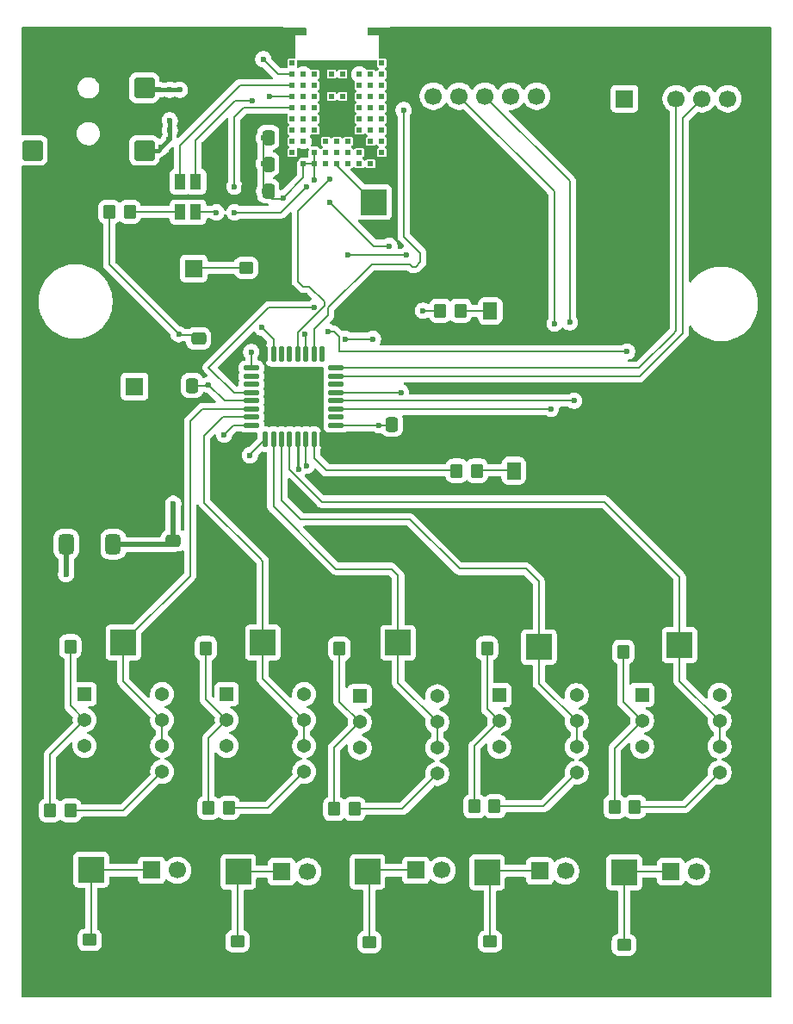
<source format=gbr>
%TF.GenerationSoftware,KiCad,Pcbnew,9.0.4*%
%TF.CreationDate,2025-10-22T08:41:29-05:00*%
%TF.ProjectId,RemoteControl,52656d6f-7465-4436-9f6e-74726f6c2e6b,rev?*%
%TF.SameCoordinates,Original*%
%TF.FileFunction,Copper,L1,Top*%
%TF.FilePolarity,Positive*%
%FSLAX46Y46*%
G04 Gerber Fmt 4.6, Leading zero omitted, Abs format (unit mm)*
G04 Created by KiCad (PCBNEW 9.0.4) date 2025-10-22 08:41:29*
%MOMM*%
%LPD*%
G01*
G04 APERTURE LIST*
G04 Aperture macros list*
%AMRoundRect*
0 Rectangle with rounded corners*
0 $1 Rounding radius*
0 $2 $3 $4 $5 $6 $7 $8 $9 X,Y pos of 4 corners*
0 Add a 4 corners polygon primitive as box body*
4,1,4,$2,$3,$4,$5,$6,$7,$8,$9,$2,$3,0*
0 Add four circle primitives for the rounded corners*
1,1,$1+$1,$2,$3*
1,1,$1+$1,$4,$5*
1,1,$1+$1,$6,$7*
1,1,$1+$1,$8,$9*
0 Add four rect primitives between the rounded corners*
20,1,$1+$1,$2,$3,$4,$5,0*
20,1,$1+$1,$4,$5,$6,$7,0*
20,1,$1+$1,$6,$7,$8,$9,0*
20,1,$1+$1,$8,$9,$2,$3,0*%
G04 Aperture macros list end*
%TA.AperFunction,ComponentPad*%
%ADD10R,1.700000X1.700000*%
%TD*%
%TA.AperFunction,ComponentPad*%
%ADD11C,1.700000*%
%TD*%
%TA.AperFunction,SMDPad,CuDef*%
%ADD12RoundRect,0.250000X0.450000X-0.350000X0.450000X0.350000X-0.450000X0.350000X-0.450000X-0.350000X0*%
%TD*%
%TA.AperFunction,SMDPad,CuDef*%
%ADD13R,2.500000X2.500000*%
%TD*%
%TA.AperFunction,SMDPad,CuDef*%
%ADD14RoundRect,0.250000X-0.350000X-0.450000X0.350000X-0.450000X0.350000X0.450000X-0.350000X0.450000X0*%
%TD*%
%TA.AperFunction,SMDPad,CuDef*%
%ADD15RoundRect,0.250000X0.337500X0.475000X-0.337500X0.475000X-0.337500X-0.475000X0.337500X-0.475000X0*%
%TD*%
%TA.AperFunction,SMDPad,CuDef*%
%ADD16RoundRect,0.125000X-0.625000X-0.125000X0.625000X-0.125000X0.625000X0.125000X-0.625000X0.125000X0*%
%TD*%
%TA.AperFunction,SMDPad,CuDef*%
%ADD17RoundRect,0.125000X-0.125000X-0.625000X0.125000X-0.625000X0.125000X0.625000X-0.125000X0.625000X0*%
%TD*%
%TA.AperFunction,ComponentPad*%
%ADD18R,1.371600X1.371600*%
%TD*%
%TA.AperFunction,ComponentPad*%
%ADD19C,1.371600*%
%TD*%
%TA.AperFunction,SMDPad,CuDef*%
%ADD20R,1.100000X1.500000*%
%TD*%
%TA.AperFunction,SMDPad,CuDef*%
%ADD21RoundRect,0.250000X0.350000X0.450000X-0.350000X0.450000X-0.350000X-0.450000X0.350000X-0.450000X0*%
%TD*%
%TA.AperFunction,SMDPad,CuDef*%
%ADD22RoundRect,0.250001X0.462499X0.624999X-0.462499X0.624999X-0.462499X-0.624999X0.462499X-0.624999X0*%
%TD*%
%TA.AperFunction,SMDPad,CuDef*%
%ADD23R,0.600000X0.600000*%
%TD*%
%TA.AperFunction,SMDPad,CuDef*%
%ADD24RoundRect,0.250000X-0.450000X0.350000X-0.450000X-0.350000X0.450000X-0.350000X0.450000X0.350000X0*%
%TD*%
%TA.AperFunction,SMDPad,CuDef*%
%ADD25RoundRect,0.250000X0.750000X0.750000X-0.750000X0.750000X-0.750000X-0.750000X0.750000X-0.750000X0*%
%TD*%
%TA.AperFunction,SMDPad,CuDef*%
%ADD26RoundRect,0.375000X0.375000X-0.625000X0.375000X0.625000X-0.375000X0.625000X-0.375000X-0.625000X0*%
%TD*%
%TA.AperFunction,SMDPad,CuDef*%
%ADD27RoundRect,0.500000X1.400000X-0.500000X1.400000X0.500000X-1.400000X0.500000X-1.400000X-0.500000X0*%
%TD*%
%TA.AperFunction,SMDPad,CuDef*%
%ADD28RoundRect,0.250000X-0.475000X0.337500X-0.475000X-0.337500X0.475000X-0.337500X0.475000X0.337500X0*%
%TD*%
%TA.AperFunction,SMDPad,CuDef*%
%ADD29RoundRect,0.250000X0.475000X-0.337500X0.475000X0.337500X-0.475000X0.337500X-0.475000X-0.337500X0*%
%TD*%
%TA.AperFunction,SMDPad,CuDef*%
%ADD30RoundRect,0.250000X-0.337500X-0.475000X0.337500X-0.475000X0.337500X0.475000X-0.337500X0.475000X0*%
%TD*%
%TA.AperFunction,ViaPad*%
%ADD31C,0.600000*%
%TD*%
%TA.AperFunction,Conductor*%
%ADD32C,0.200000*%
%TD*%
%TA.AperFunction,Conductor*%
%ADD33C,0.250000*%
%TD*%
%TA.AperFunction,Conductor*%
%ADD34C,0.500000*%
%TD*%
%TA.AperFunction,Conductor*%
%ADD35C,0.400000*%
%TD*%
G04 APERTURE END LIST*
D10*
%TO.P,J8,1,Pin_1*%
%TO.N,Sensor4*%
X123010000Y-131880000D03*
D11*
%TO.P,J8,2,Pin_2*%
%TO.N,+3.3V*%
X125550000Y-131880000D03*
%TD*%
D10*
%TO.P,J3,1,Pin_1*%
%TO.N,+3.3V*%
X156718000Y-55880000D03*
D11*
%TO.P,J3,2,Pin_2*%
%TO.N,gnd*%
X159258000Y-55880000D03*
%TO.P,J3,3,Pin_3*%
%TO.N,SWSCLK*%
X161798000Y-55880000D03*
%TO.P,J3,4,Pin_4*%
%TO.N,SWDIO*%
X164338000Y-55880000D03*
%TO.P,J3,5,Pin_5*%
%TO.N,NRST*%
X166878000Y-55880000D03*
%TD*%
D10*
%TO.P,J5,1,Pin_1*%
%TO.N,gnd*%
X150622000Y-55626000D03*
D11*
%TO.P,J5,2,Pin_2*%
%TO.N,unconnected-(J5-Pin_2-Pad2)*%
X148082000Y-55626000D03*
%TO.P,J5,3,Pin_3*%
%TO.N,unconnected-(J5-Pin_3-Pad3)*%
X145542000Y-55626000D03*
%TO.P,J5,4,Pin_4*%
%TO.N,debuging_tx*%
X143002000Y-55626000D03*
%TO.P,J5,5,Pin_5*%
%TO.N,debuging_rx*%
X140462000Y-55626000D03*
%TO.P,J5,6,Pin_6*%
%TO.N,unconnected-(J5-Pin_6-Pad6)*%
X137922000Y-55626000D03*
%TD*%
D12*
%TO.P,R4,1*%
%TO.N,gnd*%
X156660000Y-141070000D03*
%TO.P,R4,2*%
%TO.N,Sensor3*%
X156660000Y-139070000D03*
%TD*%
D10*
%TO.P,J11,1,Pin_1*%
%TO.N,+5V*%
X108540000Y-84171000D03*
D11*
%TO.P,J11,2,Pin_2*%
%TO.N,gnd*%
X108540000Y-86711000D03*
%TD*%
D12*
%TO.P,R3,1*%
%TO.N,gnd*%
X118670000Y-140710000D03*
%TO.P,R3,2*%
%TO.N,Sensor4*%
X118670000Y-138710000D03*
%TD*%
D13*
%TO.P,TP8,1,1*%
%TO.N,Finger2*%
X121158000Y-109347000D03*
%TD*%
%TO.P,TP5,1,1*%
%TO.N,Sensor2*%
X143200000Y-131940000D03*
%TD*%
%TO.P,TP4,1,1*%
%TO.N,Sensor3*%
X156690000Y-131940000D03*
%TD*%
D14*
%TO.P,R19,1*%
%TO.N,Net-(U8-1IN-)*%
X100235000Y-125857000D03*
%TO.P,R19,2*%
%TO.N,Net-(U8-1OUT)*%
X102235000Y-125857000D03*
%TD*%
D15*
%TO.P,C5,1*%
%TO.N,+3.3V*%
X121687500Y-59690000D03*
%TO.P,C5,2*%
%TO.N,gnd*%
X119612500Y-59690000D03*
%TD*%
D16*
%TO.P,U1,1,VDD*%
%TO.N,+3.3V*%
X120021600Y-82372400D03*
%TO.P,U1,2,PC14*%
%TO.N,unconnected-(U1-PC14-Pad2)*%
X120021600Y-83172400D03*
%TO.P,U1,3,PC15*%
%TO.N,unconnected-(U1-PC15-Pad3)*%
X120021600Y-83972400D03*
%TO.P,U1,4,NRST*%
%TO.N,NRST*%
X120021600Y-84772400D03*
%TO.P,U1,5,VDDA*%
%TO.N,+3.3V*%
X120021600Y-85572400D03*
%TO.P,U1,6,PA0*%
%TO.N,Finger1*%
X120021600Y-86372400D03*
%TO.P,U1,7,PA1*%
%TO.N,Finger2*%
X120021600Y-87172400D03*
%TO.P,U1,8,PA2*%
%TO.N,RX*%
X120021600Y-87972400D03*
D17*
%TO.P,U1,9,PA3*%
%TO.N,TX*%
X121396600Y-89347400D03*
%TO.P,U1,10,PA4*%
%TO.N,Finger3*%
X122196600Y-89347400D03*
%TO.P,U1,11,PA5*%
%TO.N,Finger4*%
X122996600Y-89347400D03*
%TO.P,U1,12,PA6*%
%TO.N,Finger5*%
X123796600Y-89347400D03*
%TO.P,U1,13,PA7*%
%TO.N,Net-(U1-PA7)*%
X124596600Y-89347400D03*
%TO.P,U1,14,PB0*%
%TO.N,UART_CTS->BoardRTS*%
X125396600Y-89347400D03*
%TO.P,U1,15,PB1*%
%TO.N,Net-(U1-PB1)*%
X126196600Y-89347400D03*
%TO.P,U1,16,VSS*%
%TO.N,gnd*%
X126996600Y-89347400D03*
D16*
%TO.P,U1,17,VDD*%
%TO.N,+3.3V*%
X128371600Y-87972400D03*
%TO.P,U1,18,PA8*%
%TO.N,unconnected-(U1-PA8-Pad18)*%
X128371600Y-87172400D03*
%TO.P,U1,19,PA9*%
%TO.N,debuging_rx*%
X128371600Y-86372400D03*
%TO.P,U1,20,PA10*%
%TO.N,debuging_tx*%
X128371600Y-85572400D03*
%TO.P,U1,21,PA11*%
%TO.N,UART_RTS->BoardCTS*%
X128371600Y-84772400D03*
%TO.P,U1,22,PA12*%
%TO.N,unconnected-(U1-PA12-Pad22)*%
X128371600Y-83972400D03*
%TO.P,U1,23,PA13*%
%TO.N,SWDIO*%
X128371600Y-83172400D03*
%TO.P,U1,24,PA14*%
%TO.N,SWSCLK*%
X128371600Y-82372400D03*
D17*
%TO.P,U1,25,PA15*%
%TO.N,unconnected-(U1-PA15-Pad25)*%
X126996600Y-80997400D03*
%TO.P,U1,26,PB3*%
%TO.N,GPIO_J9*%
X126196600Y-80997400D03*
%TO.P,U1,27,PB4*%
%TO.N,Switch1*%
X125396600Y-80997400D03*
%TO.P,U1,28,PB5*%
%TO.N,Switch2*%
X124596600Y-80997400D03*
%TO.P,U1,29,PB6*%
%TO.N,unconnected-(U1-PB6-Pad29)*%
X123796600Y-80997400D03*
%TO.P,U1,30,PB7*%
%TO.N,unconnected-(U1-PB7-Pad30)*%
X122996600Y-80997400D03*
%TO.P,U1,31,BOOT0*%
%TO.N,BootPin*%
X122196600Y-80997400D03*
%TO.P,U1,32,VSS*%
%TO.N,gnd*%
X121396600Y-80997400D03*
%TD*%
D10*
%TO.P,J10,1,Pin_1*%
%TO.N,BootPin*%
X114360000Y-72570000D03*
%TD*%
%TO.P,J9,1,Pin_1*%
%TO.N,Sensor5*%
X110210000Y-131730000D03*
D11*
%TO.P,J9,2,Pin_2*%
%TO.N,+3.3V*%
X112750000Y-131730000D03*
%TD*%
D14*
%TO.P,R1,1*%
%TO.N,+3.3V*%
X138594700Y-76724600D03*
%TO.P,R1,2*%
%TO.N,Net-(D1-A)*%
X140594700Y-76724600D03*
%TD*%
D12*
%TO.P,R2,1*%
%TO.N,gnd*%
X104130000Y-140590000D03*
%TO.P,R2,2*%
%TO.N,Sensor5*%
X104130000Y-138590000D03*
%TD*%
D13*
%TO.P,TP2,1,1*%
%TO.N,DEBUG_TX*%
X132080000Y-66040000D03*
%TD*%
%TO.P,TP6,1,1*%
%TO.N,Sensor1*%
X131440000Y-131890000D03*
%TD*%
D14*
%TO.P,R18,1*%
%TO.N,gnd*%
X100219000Y-109728000D03*
%TO.P,R18,2*%
%TO.N,Net-(U8-1IN-)*%
X102219000Y-109728000D03*
%TD*%
D18*
%TO.P,U7,1,1OUT*%
%TO.N,Net-(U7-1OUT)*%
X117602000Y-114427000D03*
D19*
%TO.P,U7,2,1IN-*%
%TO.N,Net-(U7-1IN-)*%
X117602000Y-116967000D03*
%TO.P,U7,3,1IN+*%
%TO.N,Sensor4*%
X117602000Y-119507000D03*
%TO.P,U7,4,GND*%
%TO.N,gnd*%
X117602000Y-122047000D03*
%TO.P,U7,5,2IN+*%
%TO.N,Net-(U7-1OUT)*%
X125222000Y-122047000D03*
%TO.P,U7,6,2IN-*%
%TO.N,Finger2*%
X125222000Y-119507000D03*
%TO.P,U7,7,2OUT*%
X125222000Y-116967000D03*
%TO.P,U7,8,VCC*%
%TO.N,+5V*%
X125222000Y-114427000D03*
%TD*%
D20*
%TO.P,D4,1,A*%
%TO.N,Net-(D4-A)*%
X113042000Y-67032000D03*
%TO.P,D4,2,BK*%
%TO.N,BlueLED*%
X113042000Y-64032000D03*
%TO.P,D4,3,GK*%
%TO.N,GreenLED*%
X114542000Y-64032000D03*
%TO.P,D4,4,RK*%
%TO.N,RedLED*%
X114542000Y-67032000D03*
%TD*%
D13*
%TO.P,TP9,1,1*%
%TO.N,Finger5*%
X162150000Y-109600000D03*
%TD*%
D14*
%TO.P,R16,1*%
%TO.N,gnd*%
X113550000Y-109900000D03*
%TO.P,R16,2*%
%TO.N,Net-(U7-1IN-)*%
X115550000Y-109900000D03*
%TD*%
D15*
%TO.P,C7,1*%
%TO.N,+3.3V*%
X114202000Y-84074000D03*
%TO.P,C7,2*%
%TO.N,gnd*%
X112127000Y-84074000D03*
%TD*%
D18*
%TO.P,U6,1,1OUT*%
%TO.N,Net-(U6-1OUT)*%
X158440000Y-114490000D03*
D19*
%TO.P,U6,2,1IN-*%
%TO.N,Net-(U6-1IN-)*%
X158440000Y-117030000D03*
%TO.P,U6,3,1IN+*%
%TO.N,Sensor3*%
X158440000Y-119570000D03*
%TO.P,U6,4,GND*%
%TO.N,gnd*%
X158440000Y-122110000D03*
%TO.P,U6,5,2IN+*%
%TO.N,Net-(U6-1OUT)*%
X166060000Y-122110000D03*
%TO.P,U6,6,2IN-*%
%TO.N,Finger5*%
X166060000Y-119570000D03*
%TO.P,U6,7,2OUT*%
X166060000Y-117030000D03*
%TO.P,U6,8,VCC*%
%TO.N,+5V*%
X166060000Y-114490000D03*
%TD*%
D14*
%TO.P,R15,1*%
%TO.N,gnd*%
X154600000Y-110250000D03*
%TO.P,R15,2*%
%TO.N,Net-(U6-1IN-)*%
X156600000Y-110250000D03*
%TD*%
D10*
%TO.P,J4,1,Pin_1*%
%TO.N,Sensor1*%
X136210000Y-131730000D03*
D11*
%TO.P,J4,2,Pin_2*%
%TO.N,+3.3V*%
X138750000Y-131730000D03*
%TD*%
D21*
%TO.P,R11,1*%
%TO.N,Net-(U4-1OUT)*%
X130159000Y-125704600D03*
%TO.P,R11,2*%
%TO.N,Net-(U4-1IN-)*%
X128159000Y-125704600D03*
%TD*%
D22*
%TO.P,D2,1,K*%
%TO.N,gnd*%
X148807500Y-92456000D03*
%TO.P,D2,2,A*%
%TO.N,Net-(D2-A)*%
X145832500Y-92456000D03*
%TD*%
D15*
%TO.P,C4,1*%
%TO.N,+3.3V*%
X121687500Y-62320000D03*
%TO.P,C4,2*%
%TO.N,gnd*%
X119612500Y-62320000D03*
%TD*%
D14*
%TO.P,R7,1*%
%TO.N,+3.3V*%
X106061000Y-67005200D03*
%TO.P,R7,2*%
%TO.N,Net-(D4-A)*%
X108061000Y-67005200D03*
%TD*%
D23*
%TO.P,U3,A1,EGP*%
%TO.N,gnd*%
X132850000Y-62267000D03*
%TO.P,U3,A2,FSPIWP/GPIO38*%
%TO.N,unconnected-(U3-FSPIWP{slash}GPIO38-PadA2)*%
X131750000Y-62267000D03*
%TO.P,U3,A3,GPIO17*%
%TO.N,unconnected-(U3-GPIO17-PadA3)*%
X130650000Y-62267000D03*
%TO.P,U3,A4,NC*%
%TO.N,unconnected-(U3-NC-PadA4)*%
X129550000Y-62267000D03*
%TO.P,U3,A5,FSPIDQS/GPIO14*%
%TO.N,DEBUG_TX*%
X128450000Y-62267000D03*
%TO.P,U3,A6,FSPIIO7/GPIO13*%
%TO.N,unconnected-(U3-FSPIIO7{slash}GPIO13-PadA6)*%
X127350000Y-62267000D03*
%TO.P,U3,A7,VCCIO*%
%TO.N,+3.3V*%
X126250000Y-62267000D03*
%TO.P,U3,A8,VCC*%
X125150000Y-62267000D03*
%TO.P,U3,A9,EGP*%
%TO.N,gnd*%
X124050000Y-62267000D03*
%TO.P,U3,B1,FSPICLK/GPIO36*%
%TO.N,unconnected-(U3-FSPICLK{slash}GPIO36-PadB1)*%
X132850000Y-61167000D03*
%TO.P,U3,B2,EGP*%
%TO.N,gnd*%
X131750000Y-61167000D03*
%TO.P,U3,B3,FSPICS0/GPIO34*%
%TO.N,unconnected-(U3-FSPICS0{slash}GPIO34-PadB3)*%
X130650000Y-61167000D03*
%TO.P,U3,B4,GPIO18*%
%TO.N,unconnected-(U3-GPIO18-PadB4)*%
X129550000Y-61167000D03*
%TO.P,U3,B5,NC*%
%TO.N,unconnected-(U3-NC-PadB5)*%
X128450000Y-61167000D03*
%TO.P,U3,B6,XTAL_32K_N/LPO_IN_GPIO16*%
%TO.N,unconnected-(U3-XTAL_32K_N{slash}LPO_IN_GPIO16-PadB6)*%
X127350000Y-61167000D03*
%TO.P,U3,B7,VCCIO*%
%TO.N,+3.3V*%
X126250000Y-61167000D03*
%TO.P,U3,B8,EGP*%
%TO.N,gnd*%
X125150000Y-61167000D03*
%TO.P,U3,B9,NC*%
%TO.N,unconnected-(U3-NC-PadB9)*%
X124050000Y-61167000D03*
%TO.P,U3,C1,FSPIQ/GPIO37*%
%TO.N,unconnected-(U3-FSPIQ{slash}GPIO37-PadC1)*%
X132850000Y-60067000D03*
%TO.P,U3,C2,FSPID/GPIO35*%
%TO.N,unconnected-(U3-FSPID{slash}GPIO35-PadC2)*%
X131750000Y-60067000D03*
%TO.P,U3,C4,SPICS0*%
%TO.N,unconnected-(U3-SPICS0-PadC4)*%
X129550000Y-60067000D03*
%TO.P,U3,C5,NC*%
%TO.N,unconnected-(U3-NC-PadC5)*%
X128450000Y-60067000D03*
%TO.P,U3,C6,XTAL_32K_P/GPIO15*%
%TO.N,unconnected-(U3-XTAL_32K_P{slash}GPIO15-PadC6)*%
X127350000Y-60067000D03*
%TO.P,U3,C8,GPIO21*%
%TO.N,Switch2*%
X125150000Y-60067000D03*
%TO.P,U3,C9,USB_P/GPIO20*%
%TO.N,unconnected-(U3-USB_P{slash}GPIO20-PadC9)*%
X124050000Y-60067000D03*
%TO.P,U3,D1,SPIWP*%
%TO.N,unconnected-(U3-SPIWP-PadD1)*%
X132850000Y-58967000D03*
%TO.P,U3,D2,SPID*%
%TO.N,unconnected-(U3-SPID-PadD2)*%
X131750000Y-58967000D03*
%TO.P,U3,D3,FSPIHD/GPIO33*%
%TO.N,unconnected-(U3-FSPIHD{slash}GPIO33-PadD3)*%
X130650000Y-58967000D03*
%TO.P,U3,D7,NC*%
%TO.N,unconnected-(U3-NC-PadD7)*%
X126250000Y-58967000D03*
%TO.P,U3,D8,GPIO4*%
%TO.N,Switch1*%
X125150000Y-58967000D03*
%TO.P,U3,D9,USB_N/GPIO19*%
%TO.N,unconnected-(U3-USB_N{slash}GPIO19-PadD9)*%
X124050000Y-58967000D03*
%TO.P,U3,E1,SPICS1*%
%TO.N,unconnected-(U3-SPICS1-PadE1)*%
X132850000Y-57867000D03*
%TO.P,U3,E2,SPIQ*%
%TO.N,unconnected-(U3-SPIQ-PadE2)*%
X131750000Y-57867000D03*
%TO.P,U3,E3,SPICLK_N/GPIO48*%
%TO.N,unconnected-(U3-SPICLK_N{slash}GPIO48-PadE3)*%
X130650000Y-57867000D03*
%TO.P,U3,E4,EGP*%
%TO.N,gnd*%
X129000000Y-57867000D03*
%TO.P,U3,E5,EGP*%
X127900000Y-57867000D03*
%TO.P,U3,E7,GPIO9*%
%TO.N,unconnected-(U3-GPIO9-PadE7)*%
X126250000Y-57867000D03*
%TO.P,U3,E8,GPIO1*%
%TO.N,unconnected-(U3-GPIO1-PadE8)*%
X125150000Y-57867000D03*
%TO.P,U3,E9,GPIO7*%
%TO.N,unconnected-(U3-GPIO7-PadE9)*%
X124050000Y-57867000D03*
%TO.P,U3,F1,SPICLK*%
%TO.N,unconnected-(U3-SPICLK-PadF1)*%
X132850000Y-56767000D03*
%TO.P,U3,F2,SPIHD*%
%TO.N,unconnected-(U3-SPIHD-PadF2)*%
X131750000Y-56767000D03*
%TO.P,U3,F3,SPICLK_P/GPIO47*%
%TO.N,unconnected-(U3-SPICLK_P{slash}GPIO47-PadF3)*%
X130650000Y-56767000D03*
%TO.P,U3,F4,EGP*%
%TO.N,gnd*%
X129000000Y-56767000D03*
%TO.P,U3,F5,EGP*%
X127900000Y-56767000D03*
%TO.P,U3,F7,GPIO0/BOOT*%
%TO.N,unconnected-(U3-GPIO0{slash}BOOT-PadF7)*%
X126250000Y-56767000D03*
%TO.P,U3,F8,GPIO45*%
%TO.N,UART_RTS->BoardCTS*%
X125150000Y-56767000D03*
%TO.P,U3,F9,GPIO6*%
%TO.N,UART_CTS->BoardRTS*%
X124050000Y-56767000D03*
%TO.P,U3,G1,MTDO/GPIO40*%
%TO.N,unconnected-(U3-MTDO{slash}GPIO40-PadG1)*%
X132850000Y-55667000D03*
%TO.P,U3,G2,FSPIIO6/GPIO12*%
%TO.N,unconnected-(U3-FSPIIO6{slash}GPIO12-PadG2)*%
X131750000Y-55667000D03*
%TO.P,U3,G3,FSPIIO5/GPIO11*%
%TO.N,unconnected-(U3-FSPIIO5{slash}GPIO11-PadG3)*%
X130650000Y-55667000D03*
%TO.P,U3,G4,NC*%
%TO.N,unconnected-(U3-NC-PadG4)*%
X129000000Y-55667000D03*
%TO.P,U3,G5,NC*%
%TO.N,unconnected-(U3-NC-PadG5)*%
X127900000Y-55667000D03*
%TO.P,U3,G7,NC*%
%TO.N,unconnected-(U3-NC-PadG7)*%
X126250000Y-55667000D03*
%TO.P,U3,G8,U0TXD/GPIO43*%
%TO.N,TX*%
X125150000Y-55667000D03*
%TO.P,U3,G9,U0RXD/GPIO44*%
%TO.N,RX*%
X124050000Y-55667000D03*
%TO.P,U3,H1,JTAG_TDI/GPIO41*%
%TO.N,unconnected-(U3-JTAG_TDI{slash}GPIO41-PadH1)*%
X132850000Y-54567000D03*
%TO.P,U3,H2,JTAG_TMS/GPIO42*%
%TO.N,unconnected-(U3-JTAG_TMS{slash}GPIO42-PadH2)*%
X131750000Y-54567000D03*
%TO.P,U3,H3,FSPIIO4/GPIO10*%
%TO.N,unconnected-(U3-FSPIIO4{slash}GPIO10-PadH3)*%
X130650000Y-54567000D03*
%TO.P,U3,H7,GPIO46*%
%TO.N,unconnected-(U3-GPIO46-PadH7)*%
X126250000Y-54567000D03*
%TO.P,U3,H8,GPIO2*%
%TO.N,GreenLED*%
X125150000Y-54567000D03*
%TO.P,U3,H9,GPIO8*%
%TO.N,BlueLED*%
X124050000Y-54567000D03*
%TO.P,U3,J1,VDD_SPI*%
%TO.N,unconnected-(U3-VDD_SPI-PadJ1)*%
X132850000Y-53467000D03*
%TO.P,U3,J2,JTAG_TCK/GPIO39*%
%TO.N,unconnected-(U3-JTAG_TCK{slash}GPIO39-PadJ2)*%
X131750000Y-53467000D03*
%TO.P,U3,J3,~{RESET}*%
%TO.N,Net-(U1-PA7)*%
X130650000Y-53467000D03*
%TO.P,U3,J4,NC*%
%TO.N,unconnected-(U3-NC-PadJ4)*%
X129000000Y-53467000D03*
%TO.P,U3,J5,NC*%
%TO.N,unconnected-(U3-NC-PadJ5)*%
X127900000Y-53467000D03*
%TO.P,U3,J7,NC*%
%TO.N,unconnected-(U3-NC-PadJ7)*%
X126250000Y-53467000D03*
%TO.P,U3,J8,GPIO5*%
%TO.N,RedLED*%
X125150000Y-53467000D03*
%TO.P,U3,J9,GPIO3*%
%TO.N,GPIO_J9*%
X124050000Y-53467000D03*
%TO.P,U3,K1,NC*%
%TO.N,unconnected-(U3-NC-PadK1)*%
X132850000Y-52367000D03*
%TO.P,U3,K2,EGP*%
%TO.N,gnd*%
X131750000Y-52367000D03*
%TO.P,U3,K3,EGP*%
X130650000Y-52367000D03*
%TO.P,U3,K5,EGP*%
X128450000Y-52367000D03*
%TO.P,U3,K7,EGP*%
X126250000Y-52367000D03*
%TO.P,U3,K8,EGP*%
X125150000Y-52367000D03*
%TO.P,U3,K9,ANT*%
%TO.N,unconnected-(U3-ANT-PadK9)*%
X124050000Y-52367000D03*
%TO.P,U3,L1,EAGP*%
%TO.N,gnd*%
X132850000Y-50867000D03*
%TO.P,U3,L9,EAGP*%
X124050000Y-50867000D03*
%TO.P,U3,M1,EAGP*%
X132850000Y-49367000D03*
%TO.P,U3,M2,EAGP*%
X131750000Y-49367000D03*
%TO.P,U3,M8,EAGP*%
X125150000Y-49367000D03*
%TO.P,U3,M9,EAGP*%
X124050000Y-49367000D03*
%TD*%
D14*
%TO.P,R17,1*%
%TO.N,Net-(U7-1IN-)*%
X115800000Y-125600000D03*
%TO.P,R17,2*%
%TO.N,Net-(U7-1OUT)*%
X117800000Y-125600000D03*
%TD*%
D13*
%TO.P,TP11,1,1*%
%TO.N,Finger3*%
X134467600Y-109372400D03*
%TD*%
D14*
%TO.P,R8,1*%
%TO.N,Net-(U1-PB1)*%
X140224000Y-92456000D03*
%TO.P,R8,2*%
%TO.N,Net-(D2-A)*%
X142224000Y-92456000D03*
%TD*%
D13*
%TO.P,TP3,1,1*%
%TO.N,Sensor4*%
X118730000Y-131890000D03*
%TD*%
D24*
%TO.P,R9,1*%
%TO.N,gnd*%
X119510000Y-70490000D03*
%TO.P,R9,2*%
%TO.N,BootPin*%
X119510000Y-72490000D03*
%TD*%
D25*
%TO.P,J1,1*%
%TO.N,+5V*%
X109500000Y-60960000D03*
X109500000Y-54810000D03*
%TO.P,J1,2*%
%TO.N,gnd*%
X98500000Y-54810000D03*
%TO.P,J1,3*%
%TO.N,N/C*%
X98500000Y-60960000D03*
%TD*%
D26*
%TO.P,U2,1,VI*%
%TO.N,+5V*%
X101840000Y-99670000D03*
%TO.P,U2,2,GND*%
%TO.N,gnd*%
X104140000Y-99670000D03*
D27*
X104140000Y-93370000D03*
D26*
%TO.P,U2,3,VO*%
%TO.N,+3.3V*%
X106440000Y-99670000D03*
%TD*%
D14*
%TO.P,R10,1*%
%TO.N,gnd*%
X126700000Y-109950000D03*
%TO.P,R10,2*%
%TO.N,Net-(U4-1IN-)*%
X128700000Y-109950000D03*
%TD*%
D18*
%TO.P,U4,1,1OUT*%
%TO.N,Net-(U4-1OUT)*%
X130683000Y-114630200D03*
D19*
%TO.P,U4,2,1IN-*%
%TO.N,Net-(U4-1IN-)*%
X130683000Y-117170200D03*
%TO.P,U4,3,1IN+*%
%TO.N,Sensor1*%
X130683000Y-119710200D03*
%TO.P,U4,4,GND*%
%TO.N,gnd*%
X130683000Y-122250200D03*
%TO.P,U4,5,2IN+*%
%TO.N,Net-(U4-1OUT)*%
X138303000Y-122250200D03*
%TO.P,U4,6,2IN-*%
%TO.N,Finger3*%
X138303000Y-119710200D03*
%TO.P,U4,7,2OUT*%
X138303000Y-117170200D03*
%TO.P,U4,8,VCC*%
%TO.N,+5V*%
X138303000Y-114630200D03*
%TD*%
D13*
%TO.P,TP1,1,1*%
%TO.N,Sensor5*%
X104280000Y-131680000D03*
%TD*%
%TO.P,TP10,1,1*%
%TO.N,Finger4*%
X148300000Y-109800000D03*
%TD*%
D12*
%TO.P,R5,1*%
%TO.N,gnd*%
X143510000Y-140740000D03*
%TO.P,R5,2*%
%TO.N,Sensor2*%
X143510000Y-138740000D03*
%TD*%
D21*
%TO.P,R14,1*%
%TO.N,Net-(U6-1OUT)*%
X157750000Y-125500000D03*
%TO.P,R14,2*%
%TO.N,Net-(U6-1IN-)*%
X155750000Y-125500000D03*
%TD*%
D18*
%TO.P,U8,1,1OUT*%
%TO.N,Net-(U8-1OUT)*%
X103632000Y-114427000D03*
D19*
%TO.P,U8,2,1IN-*%
%TO.N,Net-(U8-1IN-)*%
X103632000Y-116967000D03*
%TO.P,U8,3,1IN+*%
%TO.N,Sensor5*%
X103632000Y-119507000D03*
%TO.P,U8,4,GND*%
%TO.N,gnd*%
X103632000Y-122047000D03*
%TO.P,U8,5,2IN+*%
%TO.N,Net-(U8-1OUT)*%
X111252000Y-122047000D03*
%TO.P,U8,6,2IN-*%
%TO.N,Finger1*%
X111252000Y-119507000D03*
%TO.P,U8,7,2OUT*%
X111252000Y-116967000D03*
%TO.P,U8,8,VCC*%
%TO.N,+5V*%
X111252000Y-114427000D03*
%TD*%
D15*
%TO.P,C3,1*%
%TO.N,+3.3V*%
X121687500Y-64950000D03*
%TO.P,C3,2*%
%TO.N,gnd*%
X119612500Y-64950000D03*
%TD*%
D22*
%TO.P,D1,1,K*%
%TO.N,gnd*%
X146487500Y-76750000D03*
%TO.P,D1,2,A*%
%TO.N,Net-(D1-A)*%
X143512500Y-76750000D03*
%TD*%
D14*
%TO.P,R12,1*%
%TO.N,gnd*%
X141200000Y-109900000D03*
%TO.P,R12,2*%
%TO.N,Net-(U5-1IN-)*%
X143200000Y-109900000D03*
%TD*%
D10*
%TO.P,J7,1,Pin_1*%
%TO.N,Sensor3*%
X161260000Y-131880000D03*
D11*
%TO.P,J7,2,Pin_2*%
%TO.N,+3.3V*%
X163800000Y-131880000D03*
%TD*%
D13*
%TO.P,TP7,1,1*%
%TO.N,Finger1*%
X107442000Y-109347000D03*
%TD*%
D28*
%TO.P,C2,1*%
%TO.N,+3.3V*%
X112350000Y-99312500D03*
%TO.P,C2,2*%
%TO.N,gnd*%
X112350000Y-101387500D03*
%TD*%
D12*
%TO.P,R6,1*%
%TO.N,gnd*%
X131630000Y-140780000D03*
%TO.P,R6,2*%
%TO.N,Sensor1*%
X131630000Y-138780000D03*
%TD*%
D10*
%TO.P,J6,1,Pin_1*%
%TO.N,Sensor2*%
X148380000Y-131810000D03*
D11*
%TO.P,J6,2,Pin_2*%
%TO.N,+3.3V*%
X150920000Y-131810000D03*
%TD*%
D29*
%TO.P,C1,1*%
%TO.N,+3.3V*%
X114830000Y-79457500D03*
%TO.P,C1,2*%
%TO.N,gnd*%
X114830000Y-77382500D03*
%TD*%
D18*
%TO.P,U5,1,1OUT*%
%TO.N,Net-(U5-1OUT)*%
X144390000Y-114540000D03*
D19*
%TO.P,U5,2,1IN-*%
%TO.N,Net-(U5-1IN-)*%
X144390000Y-117080000D03*
%TO.P,U5,3,1IN+*%
%TO.N,Sensor2*%
X144390000Y-119620000D03*
%TO.P,U5,4,GND*%
%TO.N,gnd*%
X144390000Y-122160000D03*
%TO.P,U5,5,2IN+*%
%TO.N,Net-(U5-1OUT)*%
X152010000Y-122160000D03*
%TO.P,U5,6,2IN-*%
%TO.N,Finger4*%
X152010000Y-119620000D03*
%TO.P,U5,7,2OUT*%
X152010000Y-117080000D03*
%TO.P,U5,8,VCC*%
%TO.N,+5V*%
X152010000Y-114540000D03*
%TD*%
D21*
%TO.P,R13,1*%
%TO.N,Net-(U5-1OUT)*%
X143950000Y-125450000D03*
%TO.P,R13,2*%
%TO.N,Net-(U5-1IN-)*%
X141950000Y-125450000D03*
%TD*%
D30*
%TO.P,C6,1*%
%TO.N,+3.3V*%
X133836500Y-87884000D03*
%TO.P,C6,2*%
%TO.N,gnd*%
X135911500Y-87884000D03*
%TD*%
D31*
%TO.N,Switch2*%
X125150000Y-60067000D03*
X127750000Y-63750000D03*
%TO.N,NRST*%
X127600000Y-78800000D03*
X156972000Y-80738600D03*
X126200000Y-76400000D03*
%TO.N,TX*%
X119888000Y-90932000D03*
X125150000Y-55667000D03*
%TO.N,RX*%
X117348000Y-88900000D03*
X121820000Y-55630000D03*
%TO.N,gnd*%
X154800000Y-85150000D03*
X154350000Y-77400000D03*
%TO.N,RedLED*%
X116586000Y-67056000D03*
X125150000Y-53467000D03*
%TO.N,GPIO_J9*%
X121200000Y-52000000D03*
X135000000Y-57000000D03*
%TO.N,Net-(U1-PA7)*%
X130650000Y-53467000D03*
X124650000Y-92350000D03*
%TO.N,Switch1*%
X125321000Y-79022000D03*
X125150000Y-58967000D03*
%TO.N,+3.3V*%
X136906000Y-76724600D03*
X132588000Y-88000000D03*
X126250000Y-63840000D03*
X123125000Y-65625000D03*
X115800000Y-84000000D03*
X121250000Y-62250000D03*
X129250000Y-79500000D03*
X121250000Y-59750000D03*
X120021600Y-80776600D03*
X112883000Y-79033000D03*
X132000000Y-79500000D03*
X112350000Y-95700000D03*
X121277500Y-64950000D03*
%TO.N,debuging_tx*%
X151750000Y-85572400D03*
X151333200Y-77876400D03*
%TO.N,debuging_rx*%
X149834600Y-78000000D03*
X149500000Y-86372400D03*
%TO.N,UART_RTS->BoardCTS*%
X135250000Y-71250000D03*
X129500000Y-71250000D03*
X134750000Y-84750000D03*
X125150000Y-56767000D03*
%TO.N,UART_CTS->BoardRTS*%
X125476000Y-64516000D03*
X133604000Y-70358000D03*
X127762000Y-66040000D03*
X125476000Y-91948000D03*
X118364000Y-64516000D03*
X118364000Y-67056000D03*
%TO.N,GreenLED*%
X125150000Y-54567000D03*
X120100000Y-56100000D03*
%TO.N,BootPin*%
X121040000Y-78380000D03*
%TO.N,+5V*%
X112000000Y-58000000D03*
X101800000Y-102650000D03*
X109500000Y-60960000D03*
X110000000Y-55000000D03*
X112000000Y-59000000D03*
X111165500Y-60665500D03*
X113000000Y-55000000D03*
X112000000Y-55000000D03*
X111915500Y-59915500D03*
%TD*%
D32*
%TO.N,Net-(D1-A)*%
X143487100Y-76724600D02*
X143512500Y-76750000D01*
X140594700Y-76724600D02*
X143487100Y-76724600D01*
%TO.N,SWSCLK*%
X158127600Y-82372400D02*
X128371600Y-82372400D01*
X161798000Y-55880000D02*
X161798000Y-78702000D01*
X161500000Y-79000000D02*
X158127600Y-82372400D01*
X161798000Y-78702000D02*
X161500000Y-79000000D01*
%TO.N,Finger3*%
X138303000Y-117170200D02*
X138303000Y-119710200D01*
X128358000Y-102108000D02*
X122196600Y-95946600D01*
X133800000Y-102108000D02*
X128358000Y-102108000D01*
X122196600Y-95946600D02*
X122196600Y-89347400D01*
X134467600Y-102775600D02*
X133800000Y-102108000D01*
X134467600Y-113334800D02*
X138303000Y-117170200D01*
X134467600Y-109372400D02*
X134467600Y-102775600D01*
X134467600Y-109372400D02*
X134467600Y-113334800D01*
%TO.N,Switch2*%
X125747185Y-74381500D02*
X125147186Y-74381500D01*
X125147186Y-74381500D02*
X124596600Y-73830914D01*
X124596600Y-80997400D02*
X124612400Y-80981600D01*
X124596600Y-78857400D02*
X124596600Y-80997400D01*
X124596600Y-66903400D02*
X127750000Y-63750000D01*
X127200000Y-75834314D02*
X127200000Y-76254000D01*
X124596600Y-73830914D02*
X124596600Y-66903400D01*
X127200000Y-75834314D02*
X125747185Y-74381500D01*
X127200000Y-76254000D02*
X124596600Y-78857400D01*
%TO.N,Net-(D4-A)*%
X108061000Y-67005200D02*
X113015200Y-67005200D01*
X113015200Y-67005200D02*
X113042000Y-67032000D01*
%TO.N,BlueLED*%
X113042000Y-60464000D02*
X113042000Y-64032000D01*
X118915000Y-54567000D02*
X113030000Y-60452000D01*
X113030000Y-60452000D02*
X113042000Y-60464000D01*
X124050000Y-54567000D02*
X118915000Y-54567000D01*
%TO.N,NRST*%
X127600000Y-78800000D02*
X127400000Y-78800000D01*
X115824000Y-82296000D02*
X118300400Y-84772400D01*
X128649482Y-80738600D02*
X128649482Y-79249482D01*
X121720000Y-76400000D02*
X115824000Y-82296000D01*
X126200000Y-76400000D02*
X121720000Y-76400000D01*
X128649482Y-79249482D02*
X128200000Y-78800000D01*
X118300400Y-84772400D02*
X120021600Y-84772400D01*
X128200000Y-78800000D02*
X127600000Y-78800000D01*
X128649482Y-80738600D02*
X156972000Y-80738600D01*
%TO.N,Finger1*%
X114000000Y-102789000D02*
X114000000Y-87572400D01*
X107442000Y-109347000D02*
X114000000Y-102789000D01*
X107442000Y-109347000D02*
X107442000Y-113157000D01*
X111252000Y-119507000D02*
X111252000Y-116967000D01*
X114000000Y-87572400D02*
X115200000Y-86372400D01*
X107442000Y-113157000D02*
X111252000Y-116967000D01*
X115200000Y-86372400D02*
X120021600Y-86372400D01*
%TO.N,Finger5*%
X123796600Y-92346543D02*
X126947357Y-95497300D01*
X162150000Y-102900000D02*
X162150000Y-109600000D01*
X126947357Y-95497300D02*
X154747300Y-95497300D01*
X162150000Y-113120000D02*
X166060000Y-117030000D01*
X166060000Y-117030000D02*
X166060000Y-119570000D01*
X162150000Y-109600000D02*
X162150000Y-113120000D01*
X154747300Y-95497300D02*
X162150000Y-102900000D01*
X123796600Y-89347400D02*
X123796600Y-92346543D01*
%TO.N,TX*%
X119888000Y-90932000D02*
X119888000Y-90856000D01*
X119888000Y-90856000D02*
X121396600Y-89347400D01*
%TO.N,Finger2*%
X115400000Y-89000000D02*
X115400000Y-95600000D01*
X125222000Y-116967000D02*
X125222000Y-119507000D01*
X121158000Y-109347000D02*
X121158000Y-101358000D01*
X121158000Y-101358000D02*
X120850000Y-101050000D01*
X120021600Y-87172400D02*
X117227600Y-87172400D01*
X117227600Y-87172400D02*
X115400000Y-89000000D01*
X115400000Y-95600000D02*
X120850000Y-101050000D01*
X121158000Y-112903000D02*
X125222000Y-116967000D01*
X121158000Y-109347000D02*
X121158000Y-112903000D01*
%TO.N,RX*%
X121857000Y-55667000D02*
X121820000Y-55630000D01*
X117348000Y-88900000D02*
X118275600Y-87972400D01*
X124050000Y-55667000D02*
X121857000Y-55667000D01*
X121820000Y-55630000D02*
X121770000Y-55580000D01*
X118275600Y-87972400D02*
X120021600Y-87972400D01*
%TO.N,SWDIO*%
X128371600Y-83172400D02*
X158200000Y-83172400D01*
X162456438Y-78915962D02*
X158200000Y-83172400D01*
X162456438Y-57761562D02*
X162456438Y-78915962D01*
X164338000Y-55880000D02*
X162456438Y-57761562D01*
%TO.N,Finger4*%
X140500000Y-102100000D02*
X147050000Y-102100000D01*
X122996600Y-95346600D02*
X124900000Y-97250000D01*
X122996600Y-89347400D02*
X122996600Y-95346600D01*
X152010000Y-117080000D02*
X152010000Y-119620000D01*
X148300000Y-109800000D02*
X148300000Y-113370000D01*
X124900000Y-97250000D02*
X135650000Y-97250000D01*
X135650000Y-97250000D02*
X140500000Y-102100000D01*
X147050000Y-102100000D02*
X148300000Y-103350000D01*
X148300000Y-109800000D02*
X148300000Y-103350000D01*
X148300000Y-113370000D02*
X152010000Y-117080000D01*
%TO.N,gnd*%
X120000000Y-64750000D02*
X120000000Y-62252500D01*
X120000000Y-62252500D02*
X120022500Y-62230000D01*
X126352000Y-52367000D02*
X125150000Y-52367000D01*
X120022500Y-62230000D02*
X120022500Y-59800000D01*
X120022500Y-59800000D02*
X120022500Y-59777500D01*
X125181800Y-52367000D02*
X125150000Y-52367000D01*
X120022500Y-59777500D02*
X119995000Y-59750000D01*
%TO.N,RedLED*%
X116562000Y-67032000D02*
X114542000Y-67032000D01*
X116586000Y-67056000D02*
X116562000Y-67032000D01*
%TO.N,DEBUG_TX*%
X128450000Y-62410000D02*
X132080000Y-66040000D01*
X128450000Y-62267000D02*
X128450000Y-62410000D01*
%TO.N,GPIO_J9*%
X126196600Y-80997400D02*
X126196600Y-78534772D01*
X136650000Y-71915686D02*
X136650000Y-71084314D01*
X124050000Y-53467000D02*
X122667000Y-53467000D01*
X122667000Y-53467000D02*
X121200000Y-52000000D01*
X126196600Y-78534772D02*
X127600000Y-77131371D01*
X135584314Y-72150000D02*
X135834314Y-72400000D01*
X127600000Y-76400000D02*
X131850000Y-72150000D01*
X136165686Y-72400000D02*
X136650000Y-71915686D01*
X136650000Y-71084314D02*
X135000000Y-69434314D01*
X131850000Y-72150000D02*
X135584314Y-72150000D01*
X127600000Y-77131371D02*
X127600000Y-76400000D01*
X135834314Y-72400000D02*
X136165686Y-72400000D01*
X135000000Y-69434314D02*
X135000000Y-57000000D01*
D33*
%TO.N,Net-(U1-PA7)*%
X124596600Y-92296600D02*
X124650000Y-92350000D01*
X124596600Y-89347400D02*
X124596600Y-92296600D01*
D32*
%TO.N,Switch1*%
X125396600Y-80997400D02*
X125396600Y-79097600D01*
X125396600Y-79097600D02*
X125321000Y-79022000D01*
%TO.N,+3.3V*%
X128399200Y-88000000D02*
X128371600Y-87972400D01*
X125150000Y-62267000D02*
X126250000Y-62267000D01*
X121277500Y-64950000D02*
X122077500Y-65750000D01*
D34*
X112350000Y-99722500D02*
X112350000Y-95700000D01*
D32*
X125150000Y-63600000D02*
X125150000Y-62267000D01*
X115496000Y-84000000D02*
X115422000Y-84074000D01*
X123125000Y-65625000D02*
X125150000Y-63600000D01*
X106492500Y-99722500D02*
X106440000Y-99670000D01*
X132588000Y-88000000D02*
X134130500Y-88000000D01*
X129250000Y-79500000D02*
X132000000Y-79500000D01*
X117372400Y-85572400D02*
X115800000Y-84000000D01*
X106061000Y-67005200D02*
X106061000Y-72211000D01*
X121250000Y-62250000D02*
X121250000Y-64745000D01*
X121250000Y-59750000D02*
X121250000Y-62250000D01*
X123000000Y-65750000D02*
X123125000Y-65625000D01*
X120021600Y-80776600D02*
X120021600Y-82372400D01*
X114837000Y-79080000D02*
X112930000Y-79080000D01*
X120021600Y-85572400D02*
X120000000Y-85572400D01*
X132588000Y-88000000D02*
X128399200Y-88000000D01*
X115422000Y-84074000D02*
X113792000Y-84074000D01*
X122077500Y-65750000D02*
X123000000Y-65750000D01*
X134130500Y-88000000D02*
X134246500Y-87884000D01*
X136906000Y-76724600D02*
X138594700Y-76724600D01*
X126250000Y-62267000D02*
X126250000Y-63840000D01*
X126250000Y-61167000D02*
X126250000Y-62267000D01*
X115800000Y-84000000D02*
X115496000Y-84000000D01*
X120021600Y-85572400D02*
X117372400Y-85572400D01*
X121250000Y-64745000D02*
X121255000Y-64750000D01*
X106061000Y-72211000D02*
X112883000Y-79033000D01*
D34*
X112350000Y-99722500D02*
X106492500Y-99722500D01*
D32*
%TO.N,debuging_tx*%
X128371600Y-85572400D02*
X151750000Y-85572400D01*
X143002000Y-55626000D02*
X151333200Y-63957200D01*
X151333200Y-63957200D02*
X151333200Y-77876400D01*
%TO.N,debuging_rx*%
X140462000Y-55626000D02*
X149834600Y-64998600D01*
X128371600Y-86372400D02*
X149500000Y-86372400D01*
X149834600Y-78000000D02*
X149834600Y-78079600D01*
X149834600Y-64998600D02*
X149834600Y-78000000D01*
%TO.N,Net-(D2-A)*%
X142000000Y-92400000D02*
X145912500Y-92400000D01*
%TO.N,Net-(U1-PB1)*%
X127400000Y-92400000D02*
X140000000Y-92400000D01*
X126196600Y-91196600D02*
X127400000Y-92400000D01*
X126196600Y-89347400D02*
X126196600Y-91196600D01*
%TO.N,UART_RTS->BoardCTS*%
X134500000Y-84750000D02*
X134477600Y-84772400D01*
X129500000Y-71250000D02*
X135250000Y-71250000D01*
X134477600Y-84772400D02*
X128371600Y-84772400D01*
X134750000Y-84750000D02*
X134500000Y-84750000D01*
%TO.N,UART_CTS->BoardRTS*%
X125396600Y-91868600D02*
X125396600Y-89347400D01*
X127762000Y-66040000D02*
X132080000Y-70358000D01*
X118364000Y-64516000D02*
X118364000Y-57658000D01*
X132080000Y-70358000D02*
X133604000Y-70358000D01*
X125476000Y-91948000D02*
X125396600Y-91868600D01*
X122936000Y-67056000D02*
X118364000Y-67056000D01*
X118364000Y-64658182D02*
X118364000Y-64516000D01*
X124101000Y-65891000D02*
X122936000Y-67056000D01*
X118364000Y-57658000D02*
X119255000Y-56767000D01*
X119255000Y-56767000D02*
X124050000Y-56767000D01*
X125476000Y-64516000D02*
X124101000Y-65891000D01*
%TO.N,GreenLED*%
X120100000Y-56100000D02*
X118398000Y-56100000D01*
X114542000Y-59956000D02*
X114542000Y-64032000D01*
X118398000Y-56100000D02*
X114542000Y-59956000D01*
X120100000Y-56100000D02*
X120200000Y-56000000D01*
%TO.N,BootPin*%
X114440000Y-72490000D02*
X114360000Y-72570000D01*
X122196600Y-79536600D02*
X122196600Y-80997400D01*
X119510000Y-72490000D02*
X114440000Y-72490000D01*
X121040000Y-78380000D02*
X122196600Y-79536600D01*
%TO.N,Net-(U4-1IN-)*%
X128159000Y-119694200D02*
X130683000Y-117170200D01*
X128159000Y-125704600D02*
X128159000Y-119694200D01*
X128700000Y-115187200D02*
X130683000Y-117170200D01*
X128700000Y-109950000D02*
X128700000Y-115187200D01*
%TO.N,Net-(U4-1OUT)*%
X134848600Y-125704600D02*
X138303000Y-122250200D01*
X130159000Y-125704600D02*
X134848600Y-125704600D01*
%TO.N,Sensor1*%
X131600000Y-131730000D02*
X131440000Y-131890000D01*
X131630000Y-138780000D02*
X131630000Y-132080000D01*
X131630000Y-132080000D02*
X131440000Y-131890000D01*
X136210000Y-131730000D02*
X131600000Y-131730000D01*
%TO.N,Sensor2*%
X143330000Y-131810000D02*
X143200000Y-131940000D01*
X143510000Y-132250000D02*
X143200000Y-131940000D01*
X148380000Y-131810000D02*
X143330000Y-131810000D01*
X143510000Y-138740000D02*
X143510000Y-132250000D01*
%TO.N,Sensor3*%
X156750000Y-131880000D02*
X156690000Y-131940000D01*
X156660000Y-131970000D02*
X156690000Y-131940000D01*
X156660000Y-139070000D02*
X156660000Y-131970000D01*
X161260000Y-131880000D02*
X156750000Y-131880000D01*
%TO.N,Sensor4*%
X118740000Y-131880000D02*
X118730000Y-131890000D01*
X118670000Y-131950000D02*
X118730000Y-131890000D01*
X118670000Y-138710000D02*
X118670000Y-131950000D01*
X123010000Y-131880000D02*
X118740000Y-131880000D01*
%TO.N,Sensor5*%
X110210000Y-131730000D02*
X104330000Y-131730000D01*
X104280000Y-131680000D02*
X104280000Y-138440000D01*
X104330000Y-131730000D02*
X104280000Y-131680000D01*
X104280000Y-138440000D02*
X104130000Y-138590000D01*
%TO.N,Net-(U5-1IN-)*%
X141950000Y-125450000D02*
X141950000Y-119520000D01*
X143200000Y-109900000D02*
X143200000Y-115890000D01*
X141950000Y-119520000D02*
X144390000Y-117080000D01*
X143200000Y-115890000D02*
X144390000Y-117080000D01*
%TO.N,Net-(U5-1OUT)*%
X143950000Y-125450000D02*
X148720000Y-125450000D01*
X148720000Y-125450000D02*
X152010000Y-122160000D01*
%TO.N,Net-(U6-1IN-)*%
X155750000Y-119720000D02*
X158440000Y-117030000D01*
X155750000Y-125500000D02*
X155750000Y-119720000D01*
X156600000Y-110250000D02*
X156600000Y-115190000D01*
X156600000Y-115190000D02*
X158440000Y-117030000D01*
%TO.N,Net-(U6-1OUT)*%
X157750000Y-125500000D02*
X162670000Y-125500000D01*
X162670000Y-125500000D02*
X166060000Y-122110000D01*
%TO.N,Net-(U7-1IN-)*%
X115800000Y-125600000D02*
X115800000Y-118769000D01*
X115550000Y-114915000D02*
X117602000Y-116967000D01*
X115550000Y-109900000D02*
X115550000Y-114915000D01*
X115800000Y-118769000D02*
X117602000Y-116967000D01*
%TO.N,Net-(U7-1OUT)*%
X121669000Y-125600000D02*
X125222000Y-122047000D01*
X117800000Y-125600000D02*
X121669000Y-125600000D01*
%TO.N,Net-(U8-1IN-)*%
X100235000Y-120364000D02*
X103632000Y-116967000D01*
X102219000Y-109728000D02*
X102219000Y-115554000D01*
X102219000Y-115554000D02*
X103632000Y-116967000D01*
X100235000Y-125857000D02*
X100235000Y-120364000D01*
%TO.N,Net-(U8-1OUT)*%
X107442000Y-125857000D02*
X111252000Y-122047000D01*
X102235000Y-125857000D02*
X107442000Y-125857000D01*
D35*
%TO.N,+5V*%
X112000000Y-59000000D02*
X112000000Y-59831000D01*
X112000000Y-59831000D02*
X111915500Y-59915500D01*
D34*
X111061000Y-55000000D02*
X110000000Y-55000000D01*
D32*
X109690000Y-55000000D02*
X109595000Y-54905000D01*
D35*
X113000000Y-55000000D02*
X112000000Y-55000000D01*
D34*
X101840000Y-102610000D02*
X101840000Y-99670000D01*
D32*
X101800000Y-102650000D02*
X101840000Y-102610000D01*
D35*
X110871000Y-60960000D02*
X109500000Y-60960000D01*
X112000000Y-58500000D02*
X112000000Y-59000000D01*
D32*
X109595000Y-54905000D02*
X109500000Y-54810000D01*
D35*
X111915500Y-59915500D02*
X111165500Y-60665500D01*
X111165500Y-60665500D02*
X110871000Y-60960000D01*
X112000000Y-58000000D02*
X112000000Y-58500000D01*
X112000000Y-55000000D02*
X111500000Y-55000000D01*
X111500000Y-55000000D02*
X111061000Y-55000000D01*
D34*
X110000000Y-55000000D02*
X109690000Y-55000000D01*
%TD*%
%TA.AperFunction,Conductor*%
%TO.N,gnd*%
G36*
X123239077Y-48860085D02*
G01*
X123247658Y-48867000D01*
X123250000Y-48867000D01*
X125326000Y-48867000D01*
X125393039Y-48886685D01*
X125438794Y-48939489D01*
X125450000Y-48991000D01*
X125450000Y-49543000D01*
X125430315Y-49610039D01*
X125377511Y-49655794D01*
X125326000Y-49667000D01*
X124350000Y-49667000D01*
X124350000Y-51792500D01*
X124330315Y-51859539D01*
X124277511Y-51905294D01*
X124226000Y-51916500D01*
X123735178Y-51916500D01*
X123691282Y-51925231D01*
X123691275Y-51925234D01*
X123641496Y-51958495D01*
X123641495Y-51958496D01*
X123608234Y-52008275D01*
X123608231Y-52008282D01*
X123599500Y-52052177D01*
X123599500Y-52681821D01*
X123606758Y-52718307D01*
X123600531Y-52787899D01*
X123557669Y-52843077D01*
X123491780Y-52866322D01*
X123485141Y-52866500D01*
X122967097Y-52866500D01*
X122900058Y-52846815D01*
X122879416Y-52830181D01*
X122034574Y-51985339D01*
X122001089Y-51924016D01*
X122000638Y-51921849D01*
X121969738Y-51766510D01*
X121969737Y-51766503D01*
X121969735Y-51766498D01*
X121909397Y-51620827D01*
X121909390Y-51620814D01*
X121821789Y-51489711D01*
X121821786Y-51489707D01*
X121710292Y-51378213D01*
X121710288Y-51378210D01*
X121579185Y-51290609D01*
X121579172Y-51290602D01*
X121433501Y-51230264D01*
X121433489Y-51230261D01*
X121278845Y-51199500D01*
X121278842Y-51199500D01*
X121121158Y-51199500D01*
X121121155Y-51199500D01*
X120966510Y-51230261D01*
X120966498Y-51230264D01*
X120820827Y-51290602D01*
X120820814Y-51290609D01*
X120689711Y-51378210D01*
X120689707Y-51378213D01*
X120578213Y-51489707D01*
X120578210Y-51489711D01*
X120490609Y-51620814D01*
X120490602Y-51620827D01*
X120430264Y-51766498D01*
X120430261Y-51766510D01*
X120399500Y-51921153D01*
X120399500Y-52078846D01*
X120430261Y-52233489D01*
X120430264Y-52233501D01*
X120490602Y-52379172D01*
X120490609Y-52379185D01*
X120578210Y-52510288D01*
X120578213Y-52510292D01*
X120689707Y-52621786D01*
X120689711Y-52621789D01*
X120820814Y-52709390D01*
X120820827Y-52709397D01*
X120966498Y-52769735D01*
X120966503Y-52769737D01*
X121031147Y-52782595D01*
X121121849Y-52800638D01*
X121183760Y-52833023D01*
X121185339Y-52834574D01*
X122105584Y-53754819D01*
X122139069Y-53816142D01*
X122134085Y-53885834D01*
X122092213Y-53941767D01*
X122026749Y-53966184D01*
X122017903Y-53966500D01*
X119001669Y-53966500D01*
X119001653Y-53966499D01*
X118994057Y-53966499D01*
X118835943Y-53966499D01*
X118756010Y-53987917D01*
X118683216Y-54007422D01*
X118650038Y-54026578D01*
X118650037Y-54026577D01*
X118546287Y-54086477D01*
X118546282Y-54086481D01*
X112912181Y-59720583D01*
X112892744Y-59731195D01*
X112876011Y-59745696D01*
X112862679Y-59747612D01*
X112850858Y-59754068D01*
X112828771Y-59752488D01*
X112806853Y-59755640D01*
X112794601Y-59750044D01*
X112781166Y-59749084D01*
X112763439Y-59735813D01*
X112743297Y-59726615D01*
X112736014Y-59715283D01*
X112725233Y-59707212D01*
X112717495Y-59686466D01*
X112705523Y-59667837D01*
X112702371Y-59645918D01*
X112700816Y-59641748D01*
X112700500Y-59632902D01*
X112700500Y-59425316D01*
X112709939Y-59377864D01*
X112742501Y-59299252D01*
X112769737Y-59233497D01*
X112800500Y-59078842D01*
X112800500Y-58921158D01*
X112800500Y-58921155D01*
X112800499Y-58921153D01*
X112769738Y-58766510D01*
X112769737Y-58766503D01*
X112726968Y-58663248D01*
X112709939Y-58622136D01*
X112708312Y-58613959D01*
X112705523Y-58609619D01*
X112700500Y-58574684D01*
X112700500Y-58425316D01*
X112709939Y-58377864D01*
X112765474Y-58243788D01*
X112769737Y-58233497D01*
X112800500Y-58078842D01*
X112800500Y-57921158D01*
X112800500Y-57921155D01*
X112800499Y-57921153D01*
X112792929Y-57883097D01*
X112769737Y-57766503D01*
X112767843Y-57761931D01*
X112709397Y-57620827D01*
X112709390Y-57620814D01*
X112621789Y-57489711D01*
X112621786Y-57489707D01*
X112510292Y-57378213D01*
X112510288Y-57378210D01*
X112379185Y-57290609D01*
X112379172Y-57290602D01*
X112233501Y-57230264D01*
X112233489Y-57230261D01*
X112078845Y-57199500D01*
X112078842Y-57199500D01*
X111921158Y-57199500D01*
X111921155Y-57199500D01*
X111766510Y-57230261D01*
X111766498Y-57230264D01*
X111620827Y-57290602D01*
X111620814Y-57290609D01*
X111489711Y-57378210D01*
X111489707Y-57378213D01*
X111378213Y-57489707D01*
X111378210Y-57489711D01*
X111290609Y-57620814D01*
X111290602Y-57620827D01*
X111230264Y-57766498D01*
X111230261Y-57766510D01*
X111199500Y-57921153D01*
X111199500Y-58078846D01*
X111230261Y-58233489D01*
X111230264Y-58233501D01*
X111290061Y-58377864D01*
X111291687Y-58386040D01*
X111294477Y-58390381D01*
X111299500Y-58425316D01*
X111299500Y-58574684D01*
X111290061Y-58622136D01*
X111230264Y-58766498D01*
X111230261Y-58766510D01*
X111199500Y-58921153D01*
X111199500Y-59078846D01*
X111230261Y-59233489D01*
X111230264Y-59233501D01*
X111273086Y-59336883D01*
X111280555Y-59406352D01*
X111261628Y-59453225D01*
X111206108Y-59536316D01*
X111206104Y-59536323D01*
X111146309Y-59680684D01*
X111141676Y-59687616D01*
X111140580Y-59692658D01*
X111119429Y-59720912D01*
X111051375Y-59788966D01*
X110990052Y-59822451D01*
X110920360Y-59817467D01*
X110864427Y-59775595D01*
X110858155Y-59766382D01*
X110853438Y-59758734D01*
X110842712Y-59741344D01*
X110718656Y-59617288D01*
X110625888Y-59560069D01*
X110569336Y-59525187D01*
X110569331Y-59525185D01*
X110544630Y-59517000D01*
X110402797Y-59470001D01*
X110402795Y-59470000D01*
X110300010Y-59459500D01*
X108699998Y-59459500D01*
X108699981Y-59459501D01*
X108597203Y-59470000D01*
X108597200Y-59470001D01*
X108430668Y-59525185D01*
X108430663Y-59525187D01*
X108281342Y-59617289D01*
X108157289Y-59741342D01*
X108065187Y-59890663D01*
X108065185Y-59890668D01*
X108037349Y-59974670D01*
X108010001Y-60057203D01*
X108010001Y-60057204D01*
X108010000Y-60057204D01*
X107999500Y-60159983D01*
X107999500Y-61760001D01*
X107999501Y-61760018D01*
X108010000Y-61862796D01*
X108010001Y-61862799D01*
X108065185Y-62029331D01*
X108065187Y-62029336D01*
X108068814Y-62035216D01*
X108157288Y-62178656D01*
X108281344Y-62302712D01*
X108430666Y-62394814D01*
X108597203Y-62449999D01*
X108699991Y-62460500D01*
X110300008Y-62460499D01*
X110402797Y-62449999D01*
X110569334Y-62394814D01*
X110718656Y-62302712D01*
X110842712Y-62178656D01*
X110934814Y-62029334D01*
X110989999Y-61862797D01*
X111000500Y-61760009D01*
X111000499Y-61747432D01*
X111020179Y-61680395D01*
X111072980Y-61634637D01*
X111076974Y-61632898D01*
X111202811Y-61580775D01*
X111317543Y-61504114D01*
X111360085Y-61461571D01*
X111400312Y-61434692D01*
X111470338Y-61405686D01*
X111544673Y-61374897D01*
X111544676Y-61374895D01*
X111544679Y-61374894D01*
X111675789Y-61287289D01*
X111787289Y-61175789D01*
X111874894Y-61044679D01*
X111874895Y-61044676D01*
X111874897Y-61044673D01*
X111923556Y-60927197D01*
X111934692Y-60900310D01*
X111939324Y-60893379D01*
X111940421Y-60888337D01*
X111961569Y-60860086D01*
X112110086Y-60711569D01*
X112150308Y-60684693D01*
X112270049Y-60635095D01*
X112339517Y-60627627D01*
X112401996Y-60658902D01*
X112437648Y-60718991D01*
X112441500Y-60749657D01*
X112441500Y-62680560D01*
X112421815Y-62747599D01*
X112369011Y-62793354D01*
X112360833Y-62796742D01*
X112249671Y-62838202D01*
X112249664Y-62838206D01*
X112134455Y-62924452D01*
X112134452Y-62924455D01*
X112048206Y-63039664D01*
X112048202Y-63039671D01*
X111997908Y-63174517D01*
X111991501Y-63234116D01*
X111991501Y-63234123D01*
X111991500Y-63234135D01*
X111991500Y-64829870D01*
X111991501Y-64829876D01*
X111997908Y-64889483D01*
X112048202Y-65024328D01*
X112048206Y-65024335D01*
X112134452Y-65139544D01*
X112134455Y-65139547D01*
X112249664Y-65225793D01*
X112249671Y-65225797D01*
X112384517Y-65276091D01*
X112384516Y-65276091D01*
X112391444Y-65276835D01*
X112444127Y-65282500D01*
X113639872Y-65282499D01*
X113699483Y-65276091D01*
X113748665Y-65257746D01*
X113818355Y-65252761D01*
X113835333Y-65257747D01*
X113884508Y-65276088D01*
X113884511Y-65276088D01*
X113884517Y-65276091D01*
X113944127Y-65282500D01*
X115139872Y-65282499D01*
X115199483Y-65276091D01*
X115334331Y-65225796D01*
X115449546Y-65139546D01*
X115535796Y-65024331D01*
X115586091Y-64889483D01*
X115592500Y-64829873D01*
X115592499Y-63234128D01*
X115586091Y-63174517D01*
X115563644Y-63114334D01*
X115535797Y-63039671D01*
X115535793Y-63039664D01*
X115449547Y-62924455D01*
X115449544Y-62924452D01*
X115334335Y-62838206D01*
X115334329Y-62838203D01*
X115223166Y-62796741D01*
X115167233Y-62754869D01*
X115142816Y-62689405D01*
X115142500Y-62680559D01*
X115142500Y-60256097D01*
X115162185Y-60189058D01*
X115178819Y-60168416D01*
X117551819Y-57795416D01*
X117613142Y-57761931D01*
X117682834Y-57766915D01*
X117738767Y-57808787D01*
X117763184Y-57874251D01*
X117763500Y-57883097D01*
X117763500Y-63936234D01*
X117743815Y-64003273D01*
X117742602Y-64005125D01*
X117654609Y-64136814D01*
X117654602Y-64136827D01*
X117594264Y-64282498D01*
X117594261Y-64282510D01*
X117563500Y-64437153D01*
X117563500Y-64594846D01*
X117594261Y-64749489D01*
X117594264Y-64749501D01*
X117654602Y-64895172D01*
X117654609Y-64895185D01*
X117742210Y-65026288D01*
X117742213Y-65026292D01*
X117853707Y-65137786D01*
X117853711Y-65137789D01*
X117984814Y-65225390D01*
X117984827Y-65225397D01*
X118122688Y-65282500D01*
X118130503Y-65285737D01*
X118277225Y-65314922D01*
X118285153Y-65316499D01*
X118285156Y-65316500D01*
X118285158Y-65316500D01*
X118442844Y-65316500D01*
X118442845Y-65316499D01*
X118597497Y-65285737D01*
X118742206Y-65225797D01*
X118743172Y-65225397D01*
X118743172Y-65225396D01*
X118743179Y-65225394D01*
X118874289Y-65137789D01*
X118985789Y-65026289D01*
X119073394Y-64895179D01*
X119133737Y-64749497D01*
X119164500Y-64594842D01*
X119164500Y-64437158D01*
X119164500Y-64437155D01*
X119164499Y-64437153D01*
X119133737Y-64282503D01*
X119133735Y-64282498D01*
X119073397Y-64136827D01*
X119073390Y-64136814D01*
X118985398Y-64005125D01*
X118964520Y-63938447D01*
X118964500Y-63936234D01*
X118964500Y-57958097D01*
X118984185Y-57891058D01*
X119000819Y-57870416D01*
X119467416Y-57403819D01*
X119528739Y-57370334D01*
X119555097Y-57367500D01*
X123485141Y-57367500D01*
X123552180Y-57387185D01*
X123597935Y-57439989D01*
X123607879Y-57509147D01*
X123606758Y-57515693D01*
X123599501Y-57552177D01*
X123599500Y-57552180D01*
X123599500Y-58181820D01*
X123599500Y-58181822D01*
X123599499Y-58181822D01*
X123608231Y-58225717D01*
X123608234Y-58225724D01*
X123641495Y-58275503D01*
X123641496Y-58275504D01*
X123685884Y-58305162D01*
X123698957Y-58313898D01*
X123743762Y-58367510D01*
X123752469Y-58436835D01*
X123722315Y-58499863D01*
X123698957Y-58520102D01*
X123641495Y-58558496D01*
X123608234Y-58608275D01*
X123608231Y-58608282D01*
X123599500Y-58652177D01*
X123599500Y-58652180D01*
X123599500Y-59281820D01*
X123599500Y-59281822D01*
X123599499Y-59281822D01*
X123608231Y-59325717D01*
X123608234Y-59325724D01*
X123641495Y-59375503D01*
X123641496Y-59375504D01*
X123666916Y-59392489D01*
X123698957Y-59413898D01*
X123743762Y-59467510D01*
X123752469Y-59536835D01*
X123722315Y-59599863D01*
X123698957Y-59620102D01*
X123641495Y-59658496D01*
X123608234Y-59708275D01*
X123608231Y-59708282D01*
X123599500Y-59752177D01*
X123599500Y-59752180D01*
X123599500Y-60381820D01*
X123599500Y-60381822D01*
X123599499Y-60381822D01*
X123608231Y-60425717D01*
X123608234Y-60425724D01*
X123641495Y-60475503D01*
X123641496Y-60475504D01*
X123654707Y-60484331D01*
X123698957Y-60513898D01*
X123743762Y-60567510D01*
X123752469Y-60636835D01*
X123722315Y-60699863D01*
X123698957Y-60720102D01*
X123641495Y-60758496D01*
X123608234Y-60808275D01*
X123608231Y-60808282D01*
X123599500Y-60852177D01*
X123599500Y-60852180D01*
X123599500Y-61481820D01*
X123599500Y-61481822D01*
X123599499Y-61481822D01*
X123608231Y-61525717D01*
X123608234Y-61525724D01*
X123641495Y-61575503D01*
X123641496Y-61575504D01*
X123691278Y-61608767D01*
X123691281Y-61608767D01*
X123691282Y-61608768D01*
X123735177Y-61617500D01*
X123735180Y-61617500D01*
X124364822Y-61617500D01*
X124408717Y-61608768D01*
X124408717Y-61608767D01*
X124408722Y-61608767D01*
X124458504Y-61575504D01*
X124491767Y-61525722D01*
X124500500Y-61481820D01*
X124500500Y-60852180D01*
X124500084Y-60850089D01*
X124500184Y-60848970D01*
X124499903Y-60846115D01*
X124500444Y-60846061D01*
X124506305Y-60780498D01*
X124549163Y-60725317D01*
X124615050Y-60702066D01*
X124683049Y-60718128D01*
X124690590Y-60722786D01*
X124770814Y-60776390D01*
X124770827Y-60776397D01*
X124911701Y-60834748D01*
X124916503Y-60836737D01*
X125037284Y-60860762D01*
X125071153Y-60867499D01*
X125071156Y-60867500D01*
X125071158Y-60867500D01*
X125228844Y-60867500D01*
X125228845Y-60867499D01*
X125383497Y-60836737D01*
X125526653Y-60777439D01*
X125596123Y-60769971D01*
X125658602Y-60801246D01*
X125694254Y-60861335D01*
X125691901Y-60927197D01*
X125692527Y-60927365D01*
X125691798Y-60930084D01*
X125691760Y-60931160D01*
X125690871Y-60933542D01*
X125649500Y-61087943D01*
X125649500Y-61542500D01*
X125629815Y-61609539D01*
X125577011Y-61655294D01*
X125525500Y-61666500D01*
X125070943Y-61666500D01*
X124918216Y-61707423D01*
X124918209Y-61707426D01*
X124781290Y-61786475D01*
X124781282Y-61786481D01*
X124669481Y-61898282D01*
X124669475Y-61898290D01*
X124590426Y-62035209D01*
X124590423Y-62035216D01*
X124549500Y-62187943D01*
X124549500Y-63299903D01*
X124529815Y-63366942D01*
X124513181Y-63387584D01*
X123110339Y-64790425D01*
X123093743Y-64799487D01*
X123080134Y-64812619D01*
X123050636Y-64823025D01*
X123049016Y-64823910D01*
X123046850Y-64824361D01*
X122923691Y-64848860D01*
X122854100Y-64842633D01*
X122798922Y-64799771D01*
X122775677Y-64733881D01*
X122775499Y-64727243D01*
X122775499Y-64424998D01*
X122775498Y-64424981D01*
X122764999Y-64322203D01*
X122764998Y-64322200D01*
X122756286Y-64295908D01*
X122709814Y-64155666D01*
X122617712Y-64006344D01*
X122493656Y-63882288D01*
X122344334Y-63790186D01*
X122231225Y-63752705D01*
X122173781Y-63712933D01*
X122146958Y-63648417D01*
X122159273Y-63579642D01*
X122206816Y-63528442D01*
X122231223Y-63517295D01*
X122344334Y-63479814D01*
X122493656Y-63387712D01*
X122617712Y-63263656D01*
X122709814Y-63114334D01*
X122764999Y-62947797D01*
X122775500Y-62845009D01*
X122775499Y-61794992D01*
X122774629Y-61786480D01*
X122764999Y-61692203D01*
X122764998Y-61692200D01*
X122758857Y-61673667D01*
X122709814Y-61525666D01*
X122617712Y-61376344D01*
X122493656Y-61252288D01*
X122344334Y-61160186D01*
X122231225Y-61122705D01*
X122173781Y-61082933D01*
X122146958Y-61018417D01*
X122159273Y-60949642D01*
X122206816Y-60898442D01*
X122231223Y-60887295D01*
X122344334Y-60849814D01*
X122493656Y-60757712D01*
X122617712Y-60633656D01*
X122709814Y-60484334D01*
X122764999Y-60317797D01*
X122775500Y-60215009D01*
X122775499Y-59164992D01*
X122764999Y-59062203D01*
X122709814Y-58895666D01*
X122617712Y-58746344D01*
X122493656Y-58622288D01*
X122393481Y-58560500D01*
X122344336Y-58530187D01*
X122344331Y-58530185D01*
X122329387Y-58525233D01*
X122177797Y-58475001D01*
X122177795Y-58475000D01*
X122075010Y-58464500D01*
X121299998Y-58464500D01*
X121299980Y-58464501D01*
X121197203Y-58475000D01*
X121197200Y-58475001D01*
X121030668Y-58530185D01*
X121030663Y-58530187D01*
X120881342Y-58622289D01*
X120757289Y-58746342D01*
X120665187Y-58895663D01*
X120665186Y-58895666D01*
X120610001Y-59062203D01*
X120610001Y-59062204D01*
X120610000Y-59062204D01*
X120599500Y-59164983D01*
X120599500Y-59245064D01*
X120579815Y-59312103D01*
X120578603Y-59313954D01*
X120540608Y-59370817D01*
X120540602Y-59370828D01*
X120480264Y-59516498D01*
X120480261Y-59516510D01*
X120449500Y-59671153D01*
X120449500Y-59828846D01*
X120480261Y-59983489D01*
X120480264Y-59983501D01*
X120540602Y-60129171D01*
X120540608Y-60129182D01*
X120582656Y-60192112D01*
X120584988Y-60197482D01*
X120587417Y-60199835D01*
X120591316Y-60212057D01*
X120600280Y-60232701D01*
X120602101Y-60240470D01*
X120610001Y-60317797D01*
X120644956Y-60423285D01*
X120646227Y-60428704D01*
X120645896Y-60434673D01*
X120649500Y-60457005D01*
X120649500Y-61552993D01*
X120643206Y-61591997D01*
X120610001Y-61692201D01*
X120610000Y-61692207D01*
X120604116Y-61749798D01*
X120583862Y-61806082D01*
X120540607Y-61870819D01*
X120540602Y-61870828D01*
X120480264Y-62016498D01*
X120480261Y-62016510D01*
X120449500Y-62171153D01*
X120449500Y-62328846D01*
X120480261Y-62483489D01*
X120480264Y-62483501D01*
X120540602Y-62629171D01*
X120540608Y-62629182D01*
X120578603Y-62686046D01*
X120599480Y-62752724D01*
X120599500Y-62754935D01*
X120599500Y-62845000D01*
X120599501Y-62845019D01*
X120610000Y-62947796D01*
X120631223Y-63011840D01*
X120640445Y-63039671D01*
X120643206Y-63048001D01*
X120649500Y-63087006D01*
X120649500Y-64182993D01*
X120643206Y-64221997D01*
X120610001Y-64322203D01*
X120610000Y-64322204D01*
X120599500Y-64424983D01*
X120599500Y-64486221D01*
X120579815Y-64553260D01*
X120578603Y-64555110D01*
X120568111Y-64570812D01*
X120568102Y-64570828D01*
X120507764Y-64716498D01*
X120507761Y-64716510D01*
X120477000Y-64871153D01*
X120477000Y-65028846D01*
X120507761Y-65183489D01*
X120507764Y-65183501D01*
X120568102Y-65329171D01*
X120568104Y-65329175D01*
X120568106Y-65329179D01*
X120568109Y-65329183D01*
X120568111Y-65329187D01*
X120578603Y-65344890D01*
X120599480Y-65411567D01*
X120599500Y-65413777D01*
X120599500Y-65475000D01*
X120599501Y-65475019D01*
X120610000Y-65577796D01*
X120610001Y-65577799D01*
X120637512Y-65660821D01*
X120665186Y-65744334D01*
X120757288Y-65893656D01*
X120881344Y-66017712D01*
X121030666Y-66109814D01*
X121197203Y-66164999D01*
X121299991Y-66175500D01*
X121602401Y-66175499D01*
X121629872Y-66183565D01*
X121658037Y-66188681D01*
X121665398Y-66193996D01*
X121669440Y-66195183D01*
X121687004Y-66208844D01*
X121688561Y-66210297D01*
X121708784Y-66230520D01*
X121712576Y-66232709D01*
X121721294Y-66240845D01*
X121736164Y-66265976D01*
X121753382Y-66289558D01*
X121753747Y-66295689D01*
X121756875Y-66300976D01*
X121755798Y-66330152D01*
X121757534Y-66359304D01*
X121754525Y-66364660D01*
X121754299Y-66370798D01*
X121737615Y-66394765D01*
X121723318Y-66420222D01*
X121717893Y-66423100D01*
X121714383Y-66428144D01*
X121687386Y-66439288D01*
X121661600Y-66452972D01*
X121651841Y-66453962D01*
X121649800Y-66454805D01*
X121647555Y-66454397D01*
X121636691Y-66455500D01*
X118943766Y-66455500D01*
X118876727Y-66435815D01*
X118874875Y-66434602D01*
X118743185Y-66346609D01*
X118743172Y-66346602D01*
X118597501Y-66286264D01*
X118597489Y-66286261D01*
X118442845Y-66255500D01*
X118442842Y-66255500D01*
X118285158Y-66255500D01*
X118285155Y-66255500D01*
X118130510Y-66286261D01*
X118130498Y-66286264D01*
X117984827Y-66346602D01*
X117984814Y-66346609D01*
X117853711Y-66434210D01*
X117853707Y-66434213D01*
X117742213Y-66545707D01*
X117742210Y-66545711D01*
X117654609Y-66676814D01*
X117654602Y-66676827D01*
X117594262Y-66822503D01*
X117593659Y-66824493D01*
X117593059Y-66825407D01*
X117591932Y-66828130D01*
X117591415Y-66827916D01*
X117555359Y-66882930D01*
X117491546Y-66911384D01*
X117422479Y-66900821D01*
X117370088Y-66854595D01*
X117356341Y-66824493D01*
X117355737Y-66822503D01*
X117295397Y-66676827D01*
X117295390Y-66676814D01*
X117207789Y-66545711D01*
X117207786Y-66545707D01*
X117096292Y-66434213D01*
X117096288Y-66434210D01*
X116965185Y-66346609D01*
X116965172Y-66346602D01*
X116819501Y-66286264D01*
X116819489Y-66286261D01*
X116664845Y-66255500D01*
X116664842Y-66255500D01*
X116507158Y-66255500D01*
X116507155Y-66255500D01*
X116352510Y-66286261D01*
X116352498Y-66286264D01*
X116206827Y-66346602D01*
X116206814Y-66346609D01*
X116111044Y-66410602D01*
X116044367Y-66431480D01*
X116042153Y-66431500D01*
X115716499Y-66431500D01*
X115649460Y-66411815D01*
X115603705Y-66359011D01*
X115592499Y-66307500D01*
X115592499Y-66234129D01*
X115592498Y-66234123D01*
X115592497Y-66234116D01*
X115586091Y-66174517D01*
X115561958Y-66109814D01*
X115535797Y-66039671D01*
X115535793Y-66039664D01*
X115449547Y-65924455D01*
X115449544Y-65924452D01*
X115334335Y-65838206D01*
X115334328Y-65838202D01*
X115199482Y-65787908D01*
X115199483Y-65787908D01*
X115139883Y-65781501D01*
X115139881Y-65781500D01*
X115139873Y-65781500D01*
X115139864Y-65781500D01*
X113944129Y-65781500D01*
X113944123Y-65781501D01*
X113884516Y-65787908D01*
X113835332Y-65806253D01*
X113765640Y-65811237D01*
X113748667Y-65806253D01*
X113699482Y-65787908D01*
X113699483Y-65787908D01*
X113639883Y-65781501D01*
X113639881Y-65781500D01*
X113639873Y-65781500D01*
X113639864Y-65781500D01*
X112444129Y-65781500D01*
X112444123Y-65781501D01*
X112384516Y-65787908D01*
X112249671Y-65838202D01*
X112249664Y-65838206D01*
X112134455Y-65924452D01*
X112134452Y-65924455D01*
X112048206Y-66039664D01*
X112048202Y-66039671D01*
X111997908Y-66174517D01*
X111994218Y-66208844D01*
X111991501Y-66234123D01*
X111991500Y-66234135D01*
X111991500Y-66280700D01*
X111971815Y-66347739D01*
X111919011Y-66393494D01*
X111867500Y-66404700D01*
X109241301Y-66404700D01*
X109174262Y-66385015D01*
X109128507Y-66332211D01*
X109123595Y-66319704D01*
X109115637Y-66295689D01*
X109095814Y-66235866D01*
X109003712Y-66086544D01*
X108879656Y-65962488D01*
X108730334Y-65870386D01*
X108563797Y-65815201D01*
X108563795Y-65815200D01*
X108461010Y-65804700D01*
X107660998Y-65804700D01*
X107660980Y-65804701D01*
X107558203Y-65815200D01*
X107558200Y-65815201D01*
X107391668Y-65870385D01*
X107391663Y-65870387D01*
X107242342Y-65962489D01*
X107148681Y-66056151D01*
X107087358Y-66089636D01*
X107017666Y-66084652D01*
X106973319Y-66056151D01*
X106879657Y-65962489D01*
X106879656Y-65962488D01*
X106730334Y-65870386D01*
X106563797Y-65815201D01*
X106563795Y-65815200D01*
X106461010Y-65804700D01*
X105660998Y-65804700D01*
X105660980Y-65804701D01*
X105558203Y-65815200D01*
X105558200Y-65815201D01*
X105391668Y-65870385D01*
X105391663Y-65870387D01*
X105242342Y-65962489D01*
X105118289Y-66086542D01*
X105026187Y-66235863D01*
X105026185Y-66235868D01*
X105004611Y-66300976D01*
X104971001Y-66402403D01*
X104971001Y-66402404D01*
X104971000Y-66402404D01*
X104960500Y-66505183D01*
X104960500Y-67505201D01*
X104960501Y-67505219D01*
X104971000Y-67607996D01*
X104971001Y-67607999D01*
X105026185Y-67774531D01*
X105026187Y-67774536D01*
X105036033Y-67790499D01*
X105118288Y-67923856D01*
X105242344Y-68047912D01*
X105391666Y-68140014D01*
X105391667Y-68140014D01*
X105397813Y-68143805D01*
X105396706Y-68145599D01*
X105441337Y-68184887D01*
X105460500Y-68251108D01*
X105460500Y-72124330D01*
X105460499Y-72124348D01*
X105460499Y-72290054D01*
X105460498Y-72290054D01*
X105485874Y-72384759D01*
X105501423Y-72442785D01*
X105522365Y-72479057D01*
X105580479Y-72579714D01*
X105580481Y-72579717D01*
X105699349Y-72698585D01*
X105699355Y-72698590D01*
X112048425Y-79047660D01*
X112081910Y-79108983D01*
X112082361Y-79111149D01*
X112113261Y-79266491D01*
X112113264Y-79266501D01*
X112173602Y-79412172D01*
X112173609Y-79412185D01*
X112261210Y-79543288D01*
X112261213Y-79543292D01*
X112372707Y-79654786D01*
X112372711Y-79654789D01*
X112503814Y-79742390D01*
X112503827Y-79742397D01*
X112647149Y-79801762D01*
X112649503Y-79802737D01*
X112776920Y-79828082D01*
X112804153Y-79833499D01*
X112804156Y-79833500D01*
X112804158Y-79833500D01*
X112961844Y-79833500D01*
X112961845Y-79833499D01*
X113116497Y-79802737D01*
X113251298Y-79746901D01*
X113262172Y-79742397D01*
X113262172Y-79742396D01*
X113262179Y-79742394D01*
X113323534Y-79701398D01*
X113341580Y-79695747D01*
X113357490Y-79685523D01*
X113388449Y-79681071D01*
X113390211Y-79680520D01*
X113392425Y-79680500D01*
X113480501Y-79680500D01*
X113547540Y-79700185D01*
X113593295Y-79752989D01*
X113604501Y-79804500D01*
X113604501Y-79845018D01*
X113615000Y-79947796D01*
X113615001Y-79947799D01*
X113670185Y-80114331D01*
X113670187Y-80114336D01*
X113684845Y-80138100D01*
X113762288Y-80263656D01*
X113886344Y-80387712D01*
X114035666Y-80479814D01*
X114202203Y-80534999D01*
X114304991Y-80545500D01*
X115355008Y-80545499D01*
X115355016Y-80545498D01*
X115355019Y-80545498D01*
X115411302Y-80539748D01*
X115457797Y-80534999D01*
X115624334Y-80479814D01*
X115773656Y-80387712D01*
X115897712Y-80263656D01*
X115989814Y-80114334D01*
X116044999Y-79947797D01*
X116055500Y-79845009D01*
X116055499Y-79069992D01*
X116053635Y-79051749D01*
X116044999Y-78967203D01*
X116044998Y-78967200D01*
X116015639Y-78878602D01*
X115989814Y-78800666D01*
X115897712Y-78651344D01*
X115773656Y-78527288D01*
X115624334Y-78435186D01*
X115457797Y-78380001D01*
X115457795Y-78380000D01*
X115355010Y-78369500D01*
X114304998Y-78369500D01*
X114304980Y-78369501D01*
X114202203Y-78380000D01*
X114202200Y-78380001D01*
X114035668Y-78435185D01*
X114035659Y-78435189D01*
X113993751Y-78461039D01*
X113928655Y-78479500D01*
X113512941Y-78479500D01*
X113445902Y-78459815D01*
X113425260Y-78443181D01*
X113393292Y-78411213D01*
X113393288Y-78411210D01*
X113262185Y-78323609D01*
X113262172Y-78323602D01*
X113116501Y-78263264D01*
X113116491Y-78263261D01*
X112961149Y-78232361D01*
X112899238Y-78199976D01*
X112897660Y-78198425D01*
X106697819Y-71998584D01*
X106683115Y-71971656D01*
X106666523Y-71945838D01*
X106665631Y-71939637D01*
X106664334Y-71937261D01*
X106661500Y-71910903D01*
X106661500Y-71672135D01*
X113009500Y-71672135D01*
X113009500Y-73467870D01*
X113009501Y-73467876D01*
X113015908Y-73527483D01*
X113066202Y-73662328D01*
X113066206Y-73662335D01*
X113152452Y-73777544D01*
X113152455Y-73777547D01*
X113267664Y-73863793D01*
X113267671Y-73863797D01*
X113402517Y-73914091D01*
X113402516Y-73914091D01*
X113409444Y-73914835D01*
X113462127Y-73920500D01*
X115257872Y-73920499D01*
X115317483Y-73914091D01*
X115452331Y-73863796D01*
X115567546Y-73777546D01*
X115653796Y-73662331D01*
X115704091Y-73527483D01*
X115710500Y-73467873D01*
X115710500Y-73214500D01*
X115730185Y-73147461D01*
X115782989Y-73101706D01*
X115834500Y-73090500D01*
X118264092Y-73090500D01*
X118331131Y-73110185D01*
X118369636Y-73154271D01*
X118371395Y-73153187D01*
X118375185Y-73159331D01*
X118375186Y-73159334D01*
X118467288Y-73308656D01*
X118591344Y-73432712D01*
X118740666Y-73524814D01*
X118907203Y-73579999D01*
X119009991Y-73590500D01*
X120010008Y-73590499D01*
X120010016Y-73590498D01*
X120010019Y-73590498D01*
X120091456Y-73582179D01*
X120112797Y-73579999D01*
X120279334Y-73524814D01*
X120428656Y-73432712D01*
X120552712Y-73308656D01*
X120644814Y-73159334D01*
X120699999Y-72992797D01*
X120710500Y-72890009D01*
X120710499Y-72089992D01*
X120703322Y-72019738D01*
X120699999Y-71987203D01*
X120699998Y-71987200D01*
X120683450Y-71937261D01*
X120644814Y-71820666D01*
X120552712Y-71671344D01*
X120428656Y-71547288D01*
X120279334Y-71455186D01*
X120112797Y-71400001D01*
X120112795Y-71400000D01*
X120010010Y-71389500D01*
X119009998Y-71389500D01*
X119009980Y-71389501D01*
X118907203Y-71400000D01*
X118907200Y-71400001D01*
X118740668Y-71455185D01*
X118740663Y-71455187D01*
X118591342Y-71547289D01*
X118467289Y-71671342D01*
X118466805Y-71672127D01*
X118377441Y-71817011D01*
X118371395Y-71826813D01*
X118369600Y-71825706D01*
X118330313Y-71870337D01*
X118264092Y-71889500D01*
X115834499Y-71889500D01*
X115767460Y-71869815D01*
X115721705Y-71817011D01*
X115710499Y-71765500D01*
X115710499Y-71672129D01*
X115710498Y-71672123D01*
X115710497Y-71672116D01*
X115704091Y-71612517D01*
X115653796Y-71477669D01*
X115653795Y-71477668D01*
X115653793Y-71477664D01*
X115567547Y-71362455D01*
X115567544Y-71362452D01*
X115452335Y-71276206D01*
X115452328Y-71276202D01*
X115317482Y-71225908D01*
X115317483Y-71225908D01*
X115257883Y-71219501D01*
X115257881Y-71219500D01*
X115257873Y-71219500D01*
X115257864Y-71219500D01*
X113462129Y-71219500D01*
X113462123Y-71219501D01*
X113402516Y-71225908D01*
X113267671Y-71276202D01*
X113267664Y-71276206D01*
X113152455Y-71362452D01*
X113152452Y-71362455D01*
X113066206Y-71477664D01*
X113066202Y-71477671D01*
X113015908Y-71612517D01*
X113009584Y-71671342D01*
X113009501Y-71672123D01*
X113009500Y-71672135D01*
X106661500Y-71672135D01*
X106661500Y-68251108D01*
X106681185Y-68184069D01*
X106725271Y-68145563D01*
X106724187Y-68143805D01*
X106730332Y-68140014D01*
X106730334Y-68140014D01*
X106879656Y-68047912D01*
X106973319Y-67954249D01*
X107034642Y-67920764D01*
X107104334Y-67925748D01*
X107148681Y-67954249D01*
X107242344Y-68047912D01*
X107391666Y-68140014D01*
X107558203Y-68195199D01*
X107660991Y-68205700D01*
X108461008Y-68205699D01*
X108461016Y-68205698D01*
X108461019Y-68205698D01*
X108517302Y-68199948D01*
X108563797Y-68195199D01*
X108730334Y-68140014D01*
X108879656Y-68047912D01*
X109003712Y-67923856D01*
X109095814Y-67774534D01*
X109123595Y-67690695D01*
X109163368Y-67633251D01*
X109227884Y-67606428D01*
X109241301Y-67605700D01*
X111867501Y-67605700D01*
X111934540Y-67625385D01*
X111980295Y-67678189D01*
X111991501Y-67729700D01*
X111991501Y-67829876D01*
X111997908Y-67889483D01*
X112048202Y-68024328D01*
X112048206Y-68024335D01*
X112134452Y-68139544D01*
X112134455Y-68139547D01*
X112249664Y-68225793D01*
X112249671Y-68225797D01*
X112384517Y-68276091D01*
X112384516Y-68276091D01*
X112391444Y-68276835D01*
X112444127Y-68282500D01*
X113639872Y-68282499D01*
X113699483Y-68276091D01*
X113748665Y-68257746D01*
X113818355Y-68252761D01*
X113835333Y-68257747D01*
X113884508Y-68276088D01*
X113884511Y-68276088D01*
X113884517Y-68276091D01*
X113944127Y-68282500D01*
X115139872Y-68282499D01*
X115199483Y-68276091D01*
X115334331Y-68225796D01*
X115449546Y-68139546D01*
X115535796Y-68024331D01*
X115586091Y-67889483D01*
X115592500Y-67829873D01*
X115592500Y-67756500D01*
X115612185Y-67689461D01*
X115664989Y-67643706D01*
X115716500Y-67632500D01*
X115979059Y-67632500D01*
X116046098Y-67652185D01*
X116066740Y-67668819D01*
X116075707Y-67677786D01*
X116075711Y-67677789D01*
X116206814Y-67765390D01*
X116206827Y-67765397D01*
X116352498Y-67825735D01*
X116352503Y-67825737D01*
X116507153Y-67856499D01*
X116507156Y-67856500D01*
X116507158Y-67856500D01*
X116664844Y-67856500D01*
X116664845Y-67856499D01*
X116819497Y-67825737D01*
X116965179Y-67765394D01*
X117096289Y-67677789D01*
X117207789Y-67566289D01*
X117295394Y-67435179D01*
X117311009Y-67397482D01*
X117355737Y-67289497D01*
X117356340Y-67287510D01*
X117356938Y-67286596D01*
X117358068Y-67283870D01*
X117358585Y-67284084D01*
X117394637Y-67229072D01*
X117458450Y-67200615D01*
X117527517Y-67211176D01*
X117579910Y-67257401D01*
X117593660Y-67287510D01*
X117594262Y-67289497D01*
X117654602Y-67435172D01*
X117654609Y-67435185D01*
X117742210Y-67566288D01*
X117742213Y-67566292D01*
X117853707Y-67677786D01*
X117853711Y-67677789D01*
X117984814Y-67765390D01*
X117984827Y-67765397D01*
X118130498Y-67825735D01*
X118130503Y-67825737D01*
X118285153Y-67856499D01*
X118285156Y-67856500D01*
X118285158Y-67856500D01*
X118442844Y-67856500D01*
X118442845Y-67856499D01*
X118597497Y-67825737D01*
X118743179Y-67765394D01*
X118756490Y-67756500D01*
X118874875Y-67677398D01*
X118941553Y-67656520D01*
X118943766Y-67656500D01*
X122849331Y-67656500D01*
X122849347Y-67656501D01*
X122856943Y-67656501D01*
X123015054Y-67656501D01*
X123015057Y-67656501D01*
X123167785Y-67615577D01*
X123217904Y-67586639D01*
X123304716Y-67536520D01*
X123416520Y-67424716D01*
X123416520Y-67424714D01*
X123426728Y-67414507D01*
X123426729Y-67414504D01*
X123784420Y-67056814D01*
X123845742Y-67023330D01*
X123915434Y-67028314D01*
X123971367Y-67070186D01*
X123995784Y-67135650D01*
X123996100Y-67144496D01*
X123996100Y-73744244D01*
X123996099Y-73744262D01*
X123996099Y-73909968D01*
X123996098Y-73909968D01*
X124037024Y-74062701D01*
X124051285Y-74087401D01*
X124051286Y-74087403D01*
X124116077Y-74199626D01*
X124116081Y-74199631D01*
X124234949Y-74318499D01*
X124234955Y-74318504D01*
X124662325Y-74745874D01*
X124662335Y-74745885D01*
X124666665Y-74750215D01*
X124666666Y-74750216D01*
X124778470Y-74862020D01*
X124865281Y-74912139D01*
X124865283Y-74912141D01*
X124900961Y-74932740D01*
X124915401Y-74941077D01*
X125068129Y-74982000D01*
X125226243Y-74982000D01*
X125447088Y-74982000D01*
X125514127Y-75001685D01*
X125534769Y-75018319D01*
X125962706Y-75446256D01*
X125996191Y-75507579D01*
X125991207Y-75577271D01*
X125949335Y-75633204D01*
X125922478Y-75648498D01*
X125820824Y-75690604D01*
X125820814Y-75690609D01*
X125689125Y-75778602D01*
X125622447Y-75799480D01*
X125620234Y-75799500D01*
X121799057Y-75799500D01*
X121640943Y-75799500D01*
X121488215Y-75840423D01*
X121488214Y-75840423D01*
X121488212Y-75840424D01*
X121488209Y-75840425D01*
X121438096Y-75869359D01*
X121438095Y-75869360D01*
X121394689Y-75894420D01*
X121351285Y-75919479D01*
X121351282Y-75919481D01*
X121239478Y-76031286D01*
X115455284Y-81815481D01*
X115343483Y-81927281D01*
X115343481Y-81927284D01*
X115264423Y-82064214D01*
X115264423Y-82064215D01*
X115223499Y-82216943D01*
X115223499Y-82216945D01*
X115223499Y-82375054D01*
X115223498Y-82375054D01*
X115264423Y-82527785D01*
X115343481Y-82664716D01*
X115343483Y-82664718D01*
X115688159Y-83009394D01*
X115721644Y-83070717D01*
X115716660Y-83140409D01*
X115674788Y-83196342D01*
X115624670Y-83218692D01*
X115566508Y-83230261D01*
X115566498Y-83230264D01*
X115420827Y-83290602D01*
X115420814Y-83290609D01*
X115393365Y-83308951D01*
X115326688Y-83329829D01*
X115259308Y-83311345D01*
X115218935Y-83270946D01*
X115132212Y-83130344D01*
X115008156Y-83006288D01*
X114858834Y-82914186D01*
X114692297Y-82859001D01*
X114692295Y-82859000D01*
X114589510Y-82848500D01*
X113814498Y-82848500D01*
X113814480Y-82848501D01*
X113711703Y-82859000D01*
X113711700Y-82859001D01*
X113545168Y-82914185D01*
X113545163Y-82914187D01*
X113395842Y-83006289D01*
X113271789Y-83130342D01*
X113179687Y-83279663D01*
X113179685Y-83279668D01*
X113152884Y-83360550D01*
X113124501Y-83446203D01*
X113124501Y-83446204D01*
X113124500Y-83446204D01*
X113114000Y-83548983D01*
X113114000Y-84599001D01*
X113114001Y-84599019D01*
X113124500Y-84701796D01*
X113124501Y-84701799D01*
X113166600Y-84828844D01*
X113179686Y-84868334D01*
X113271788Y-85017656D01*
X113395844Y-85141712D01*
X113545166Y-85233814D01*
X113711703Y-85288999D01*
X113814491Y-85299500D01*
X114589508Y-85299499D01*
X114589516Y-85299498D01*
X114589519Y-85299498D01*
X114645802Y-85293748D01*
X114692297Y-85288999D01*
X114858834Y-85233814D01*
X115008156Y-85141712D01*
X115132212Y-85017656D01*
X115224314Y-84868334D01*
X115252394Y-84783593D01*
X115292164Y-84726152D01*
X115356679Y-84699328D01*
X115417551Y-84708039D01*
X115420818Y-84709392D01*
X115420821Y-84709394D01*
X115566503Y-84769737D01*
X115631147Y-84782595D01*
X115721849Y-84800638D01*
X115783760Y-84833023D01*
X115785339Y-84834574D01*
X116510984Y-85560219D01*
X116544469Y-85621542D01*
X116539485Y-85691234D01*
X116497613Y-85747167D01*
X116432149Y-85771584D01*
X116423303Y-85771900D01*
X115279057Y-85771900D01*
X115120942Y-85771900D01*
X114968215Y-85812823D01*
X114968214Y-85812823D01*
X114968212Y-85812824D01*
X114968209Y-85812825D01*
X114918096Y-85841759D01*
X114918095Y-85841760D01*
X114874689Y-85866820D01*
X114831285Y-85891879D01*
X114831282Y-85891881D01*
X113519481Y-87203682D01*
X113519480Y-87203684D01*
X113481896Y-87268782D01*
X113440423Y-87340615D01*
X113399499Y-87493343D01*
X113399499Y-87493345D01*
X113399499Y-87661446D01*
X113399500Y-87661459D01*
X113399500Y-98225398D01*
X113379815Y-98292437D01*
X113327011Y-98338192D01*
X113257853Y-98348136D01*
X113210405Y-98330938D01*
X113159405Y-98299482D01*
X113112679Y-98247534D01*
X113100500Y-98193942D01*
X113100500Y-96004604D01*
X113109939Y-95957151D01*
X113119737Y-95933497D01*
X113150500Y-95778842D01*
X113150500Y-95621158D01*
X113150500Y-95621155D01*
X113150499Y-95621153D01*
X113119738Y-95466510D01*
X113119737Y-95466503D01*
X113087048Y-95387584D01*
X113059397Y-95320827D01*
X113059390Y-95320814D01*
X112971789Y-95189711D01*
X112971786Y-95189707D01*
X112860292Y-95078213D01*
X112860288Y-95078210D01*
X112729185Y-94990609D01*
X112729172Y-94990602D01*
X112583501Y-94930264D01*
X112583489Y-94930261D01*
X112428845Y-94899500D01*
X112428842Y-94899500D01*
X112271158Y-94899500D01*
X112271155Y-94899500D01*
X112116510Y-94930261D01*
X112116498Y-94930264D01*
X111970827Y-94990602D01*
X111970814Y-94990609D01*
X111839711Y-95078210D01*
X111839707Y-95078213D01*
X111728213Y-95189707D01*
X111728210Y-95189711D01*
X111640609Y-95320814D01*
X111640602Y-95320827D01*
X111580264Y-95466498D01*
X111580261Y-95466510D01*
X111549500Y-95621153D01*
X111549500Y-95778846D01*
X111580261Y-95933489D01*
X111580263Y-95933497D01*
X111590061Y-95957151D01*
X111599500Y-96004604D01*
X111599500Y-98193942D01*
X111579815Y-98260981D01*
X111540598Y-98299479D01*
X111461714Y-98348136D01*
X111406342Y-98382289D01*
X111282289Y-98506342D01*
X111190187Y-98655663D01*
X111190186Y-98655666D01*
X111135001Y-98822203D01*
X111135001Y-98822204D01*
X111135000Y-98822204D01*
X111131078Y-98860603D01*
X111104682Y-98925294D01*
X111047501Y-98965446D01*
X111007720Y-98972000D01*
X107795952Y-98972000D01*
X107728913Y-98952315D01*
X107683158Y-98899511D01*
X107675617Y-98877927D01*
X107661759Y-98822203D01*
X107641641Y-98741307D01*
X107641639Y-98741302D01*
X107557032Y-98570707D01*
X107557030Y-98570704D01*
X107437722Y-98422278D01*
X107437721Y-98422277D01*
X107289295Y-98302969D01*
X107289292Y-98302967D01*
X107118697Y-98218360D01*
X106933892Y-98172400D01*
X106912506Y-98170950D01*
X106891123Y-98169500D01*
X106891120Y-98169500D01*
X105988877Y-98169500D01*
X105988874Y-98169501D01*
X105946113Y-98172399D01*
X105946112Y-98172399D01*
X105761303Y-98218360D01*
X105590707Y-98302967D01*
X105590704Y-98302969D01*
X105442278Y-98422277D01*
X105442277Y-98422278D01*
X105322969Y-98570704D01*
X105322967Y-98570707D01*
X105238360Y-98741302D01*
X105192400Y-98926107D01*
X105189500Y-98968879D01*
X105189500Y-100371122D01*
X105189501Y-100371125D01*
X105192399Y-100413886D01*
X105192399Y-100413887D01*
X105238360Y-100598696D01*
X105322967Y-100769292D01*
X105322969Y-100769295D01*
X105442277Y-100917721D01*
X105442278Y-100917722D01*
X105590704Y-101037030D01*
X105590707Y-101037032D01*
X105761302Y-101121639D01*
X105761303Y-101121639D01*
X105761307Y-101121641D01*
X105946111Y-101167600D01*
X105988877Y-101170500D01*
X106891122Y-101170499D01*
X106933889Y-101167600D01*
X107118693Y-101121641D01*
X107289296Y-101037030D01*
X107437722Y-100917722D01*
X107557030Y-100769296D01*
X107641641Y-100598693D01*
X107649504Y-100567072D01*
X107684786Y-100506767D01*
X107747072Y-100475108D01*
X107769839Y-100473000D01*
X112423920Y-100473000D01*
X112521462Y-100453596D01*
X112568913Y-100444158D01*
X112651526Y-100409937D01*
X112698979Y-100400499D01*
X112875002Y-100400499D01*
X112875008Y-100400499D01*
X112977797Y-100389999D01*
X113144334Y-100334814D01*
X113210404Y-100294061D01*
X113277796Y-100275622D01*
X113344459Y-100296545D01*
X113389229Y-100350187D01*
X113399500Y-100399601D01*
X113399500Y-102488902D01*
X113379815Y-102555941D01*
X113363181Y-102576583D01*
X108379582Y-107560181D01*
X108318259Y-107593666D01*
X108291901Y-107596500D01*
X106144129Y-107596500D01*
X106144123Y-107596501D01*
X106084516Y-107602908D01*
X105949671Y-107653202D01*
X105949664Y-107653206D01*
X105834455Y-107739452D01*
X105834452Y-107739455D01*
X105748206Y-107854664D01*
X105748202Y-107854671D01*
X105697908Y-107989517D01*
X105691501Y-108049116D01*
X105691501Y-108049123D01*
X105691500Y-108049135D01*
X105691500Y-110644870D01*
X105691501Y-110644876D01*
X105697908Y-110704483D01*
X105748202Y-110839328D01*
X105748206Y-110839335D01*
X105834452Y-110954544D01*
X105834455Y-110954547D01*
X105949664Y-111040793D01*
X105949671Y-111040797D01*
X105994618Y-111057561D01*
X106084517Y-111091091D01*
X106144127Y-111097500D01*
X106717500Y-111097499D01*
X106784539Y-111117183D01*
X106830294Y-111169987D01*
X106841500Y-111221499D01*
X106841500Y-113070330D01*
X106841499Y-113070348D01*
X106841499Y-113236054D01*
X106841498Y-113236054D01*
X106882423Y-113388785D01*
X106911358Y-113438900D01*
X106911359Y-113438904D01*
X106911360Y-113438904D01*
X106940118Y-113488716D01*
X106961479Y-113525714D01*
X106961481Y-113525717D01*
X107080349Y-113644585D01*
X107080355Y-113644590D01*
X110054345Y-116618581D01*
X110087830Y-116679904D01*
X110089137Y-116725660D01*
X110065700Y-116873636D01*
X110065700Y-117060363D01*
X110083597Y-117173364D01*
X110094911Y-117244793D01*
X110152613Y-117422381D01*
X110237385Y-117588757D01*
X110347141Y-117739822D01*
X110479178Y-117871859D01*
X110600386Y-117959922D01*
X110643051Y-118015251D01*
X110651500Y-118060239D01*
X110651500Y-118413759D01*
X110631815Y-118480798D01*
X110600386Y-118514076D01*
X110479184Y-118602136D01*
X110479175Y-118602143D01*
X110347142Y-118734176D01*
X110237385Y-118885242D01*
X110152614Y-119051616D01*
X110094910Y-119229210D01*
X110073445Y-119364738D01*
X110065700Y-119413636D01*
X110065700Y-119600364D01*
X110074514Y-119656018D01*
X110092367Y-119768735D01*
X110094911Y-119784793D01*
X110152613Y-119962381D01*
X110237385Y-120128757D01*
X110347141Y-120279822D01*
X110479178Y-120411859D01*
X110630243Y-120521615D01*
X110796619Y-120606387D01*
X110958758Y-120659069D01*
X111016434Y-120698507D01*
X111043632Y-120762865D01*
X111031717Y-120831712D01*
X110984473Y-120883187D01*
X110958760Y-120894929D01*
X110805547Y-120944712D01*
X110796616Y-120947614D01*
X110630242Y-121032385D01*
X110479176Y-121142142D01*
X110347142Y-121274176D01*
X110237385Y-121425242D01*
X110152614Y-121591616D01*
X110094910Y-121769210D01*
X110065700Y-121953636D01*
X110065700Y-122140363D01*
X110089137Y-122288338D01*
X110080182Y-122357632D01*
X110054345Y-122395417D01*
X107229584Y-125220181D01*
X107168261Y-125253666D01*
X107141903Y-125256500D01*
X103415301Y-125256500D01*
X103348262Y-125236815D01*
X103302507Y-125184011D01*
X103297595Y-125171504D01*
X103269814Y-125087666D01*
X103177712Y-124938344D01*
X103053656Y-124814288D01*
X102918086Y-124730668D01*
X102904336Y-124722187D01*
X102904331Y-124722185D01*
X102902862Y-124721698D01*
X102737797Y-124667001D01*
X102737795Y-124667000D01*
X102635010Y-124656500D01*
X101834998Y-124656500D01*
X101834980Y-124656501D01*
X101732203Y-124667000D01*
X101732200Y-124667001D01*
X101565668Y-124722185D01*
X101565663Y-124722187D01*
X101416342Y-124814289D01*
X101322681Y-124907951D01*
X101261358Y-124941436D01*
X101191666Y-124936452D01*
X101147319Y-124907951D01*
X101053657Y-124814289D01*
X101053656Y-124814288D01*
X100904334Y-124722186D01*
X100904332Y-124722185D01*
X100898187Y-124718395D01*
X100899290Y-124716605D01*
X100854649Y-124677290D01*
X100835500Y-124611091D01*
X100835500Y-120664096D01*
X100855185Y-120597057D01*
X100871814Y-120576420D01*
X102253211Y-119195022D01*
X102314534Y-119161538D01*
X102384226Y-119166522D01*
X102440159Y-119208394D01*
X102464576Y-119273858D01*
X102463365Y-119302101D01*
X102453387Y-119365101D01*
X102445700Y-119413636D01*
X102445700Y-119600364D01*
X102454514Y-119656018D01*
X102472367Y-119768735D01*
X102474911Y-119784793D01*
X102532613Y-119962381D01*
X102617385Y-120128757D01*
X102727141Y-120279822D01*
X102859178Y-120411859D01*
X103010243Y-120521615D01*
X103176619Y-120606387D01*
X103354207Y-120664089D01*
X103538636Y-120693300D01*
X103538637Y-120693300D01*
X103725363Y-120693300D01*
X103725364Y-120693300D01*
X103909793Y-120664089D01*
X104087381Y-120606387D01*
X104253757Y-120521615D01*
X104404822Y-120411859D01*
X104536859Y-120279822D01*
X104646615Y-120128757D01*
X104731387Y-119962381D01*
X104789089Y-119784793D01*
X104818300Y-119600364D01*
X104818300Y-119413636D01*
X104789089Y-119229207D01*
X104731387Y-119051619D01*
X104646615Y-118885243D01*
X104536859Y-118734178D01*
X104404822Y-118602141D01*
X104253757Y-118492385D01*
X104087381Y-118407613D01*
X103925239Y-118354929D01*
X103867566Y-118315494D01*
X103840367Y-118251135D01*
X103852282Y-118182289D01*
X103899526Y-118130813D01*
X103925236Y-118119071D01*
X104087381Y-118066387D01*
X104253757Y-117981615D01*
X104404822Y-117871859D01*
X104536859Y-117739822D01*
X104646615Y-117588757D01*
X104731387Y-117422381D01*
X104789089Y-117244793D01*
X104818300Y-117060364D01*
X104818300Y-116873636D01*
X104789089Y-116689207D01*
X104731387Y-116511619D01*
X104646615Y-116345243D01*
X104536859Y-116194178D01*
X104404822Y-116062141D01*
X104253757Y-115952385D01*
X104087381Y-115867613D01*
X104049267Y-115855229D01*
X103991593Y-115815793D01*
X103964395Y-115751434D01*
X103976310Y-115682588D01*
X104023554Y-115631112D01*
X104087587Y-115613299D01*
X104365671Y-115613299D01*
X104365672Y-115613299D01*
X104425283Y-115606891D01*
X104560131Y-115556596D01*
X104675346Y-115470346D01*
X104761596Y-115355131D01*
X104811891Y-115220283D01*
X104818300Y-115160673D01*
X104818299Y-113693328D01*
X104811891Y-113633717D01*
X104805128Y-113615585D01*
X104761597Y-113498871D01*
X104761593Y-113498864D01*
X104675347Y-113383655D01*
X104675344Y-113383652D01*
X104560135Y-113297406D01*
X104560128Y-113297402D01*
X104425282Y-113247108D01*
X104425283Y-113247108D01*
X104365683Y-113240701D01*
X104365681Y-113240700D01*
X104365673Y-113240700D01*
X104365665Y-113240700D01*
X102943500Y-113240700D01*
X102876461Y-113221015D01*
X102830706Y-113168211D01*
X102819500Y-113116700D01*
X102819500Y-110973908D01*
X102839185Y-110906869D01*
X102883271Y-110868363D01*
X102882187Y-110866605D01*
X102888332Y-110862814D01*
X102888334Y-110862814D01*
X103037656Y-110770712D01*
X103161712Y-110646656D01*
X103253814Y-110497334D01*
X103308999Y-110330797D01*
X103319500Y-110228009D01*
X103319499Y-109227992D01*
X103308999Y-109125203D01*
X103253814Y-108958666D01*
X103161712Y-108809344D01*
X103037656Y-108685288D01*
X102888334Y-108593186D01*
X102721797Y-108538001D01*
X102721795Y-108538000D01*
X102619010Y-108527500D01*
X101818998Y-108527500D01*
X101818980Y-108527501D01*
X101716203Y-108538000D01*
X101716200Y-108538001D01*
X101549668Y-108593185D01*
X101549663Y-108593187D01*
X101400342Y-108685289D01*
X101276289Y-108809342D01*
X101184187Y-108958663D01*
X101184185Y-108958668D01*
X101160103Y-109031344D01*
X101129001Y-109125203D01*
X101129001Y-109125204D01*
X101129000Y-109125204D01*
X101118500Y-109227983D01*
X101118500Y-110228001D01*
X101118501Y-110228019D01*
X101129000Y-110330796D01*
X101129001Y-110330799D01*
X101184185Y-110497331D01*
X101184187Y-110497336D01*
X101187557Y-110502799D01*
X101276288Y-110646656D01*
X101400344Y-110770712D01*
X101549666Y-110862814D01*
X101549667Y-110862814D01*
X101555813Y-110866605D01*
X101554706Y-110868399D01*
X101599337Y-110907687D01*
X101618500Y-110973908D01*
X101618500Y-115467330D01*
X101618499Y-115467348D01*
X101618499Y-115633054D01*
X101618498Y-115633054D01*
X101630086Y-115676298D01*
X101658060Y-115780700D01*
X101659424Y-115785787D01*
X101673947Y-115810941D01*
X101673948Y-115810943D01*
X101738477Y-115922712D01*
X101738481Y-115922717D01*
X101857349Y-116041585D01*
X101857355Y-116041590D01*
X102434345Y-116618581D01*
X102467830Y-116679904D01*
X102469137Y-116725660D01*
X102445700Y-116873636D01*
X102445700Y-117060363D01*
X102469137Y-117208339D01*
X102460182Y-117277633D01*
X102434345Y-117315418D01*
X99866286Y-119883478D01*
X99754481Y-119995282D01*
X99754477Y-119995287D01*
X99705814Y-120079576D01*
X99705814Y-120079577D01*
X99675423Y-120132214D01*
X99675423Y-120132215D01*
X99634499Y-120284943D01*
X99634499Y-120284945D01*
X99634499Y-120453046D01*
X99634500Y-120453059D01*
X99634500Y-124611091D01*
X99614815Y-124678130D01*
X99570731Y-124716641D01*
X99571813Y-124718395D01*
X99565667Y-124722185D01*
X99565666Y-124722186D01*
X99497057Y-124764504D01*
X99416342Y-124814289D01*
X99292289Y-124938342D01*
X99200187Y-125087663D01*
X99200185Y-125087668D01*
X99196102Y-125099991D01*
X99145001Y-125254203D01*
X99145001Y-125254204D01*
X99145000Y-125254204D01*
X99134500Y-125356983D01*
X99134500Y-126357001D01*
X99134501Y-126357019D01*
X99145000Y-126459796D01*
X99145001Y-126459799D01*
X99200185Y-126626331D01*
X99200187Y-126626336D01*
X99217034Y-126653649D01*
X99292288Y-126775656D01*
X99416344Y-126899712D01*
X99565666Y-126991814D01*
X99732203Y-127046999D01*
X99834991Y-127057500D01*
X100635008Y-127057499D01*
X100635016Y-127057498D01*
X100635019Y-127057498D01*
X100691302Y-127051748D01*
X100737797Y-127046999D01*
X100904334Y-126991814D01*
X101053656Y-126899712D01*
X101147319Y-126806049D01*
X101208642Y-126772564D01*
X101278334Y-126777548D01*
X101322681Y-126806049D01*
X101416344Y-126899712D01*
X101565666Y-126991814D01*
X101732203Y-127046999D01*
X101834991Y-127057500D01*
X102635008Y-127057499D01*
X102635016Y-127057498D01*
X102635019Y-127057498D01*
X102691302Y-127051748D01*
X102737797Y-127046999D01*
X102904334Y-126991814D01*
X103053656Y-126899712D01*
X103177712Y-126775656D01*
X103269814Y-126626334D01*
X103297595Y-126542495D01*
X103337368Y-126485051D01*
X103401884Y-126458228D01*
X103415301Y-126457500D01*
X107355331Y-126457500D01*
X107355347Y-126457501D01*
X107362943Y-126457501D01*
X107521054Y-126457501D01*
X107521057Y-126457501D01*
X107673785Y-126416577D01*
X107723904Y-126387639D01*
X107810716Y-126337520D01*
X107922520Y-126225716D01*
X107922520Y-126225714D01*
X107932728Y-126215507D01*
X107932729Y-126215504D01*
X110903582Y-123244652D01*
X110964903Y-123211169D01*
X111010656Y-123209862D01*
X111158636Y-123233300D01*
X111158637Y-123233300D01*
X111345363Y-123233300D01*
X111345364Y-123233300D01*
X111529793Y-123204089D01*
X111707381Y-123146387D01*
X111873757Y-123061615D01*
X112024822Y-122951859D01*
X112156859Y-122819822D01*
X112266615Y-122668757D01*
X112351387Y-122502381D01*
X112409089Y-122324793D01*
X112438300Y-122140364D01*
X112438300Y-121953636D01*
X112409089Y-121769207D01*
X112351387Y-121591619D01*
X112266615Y-121425243D01*
X112156859Y-121274178D01*
X112024822Y-121142141D01*
X111873757Y-121032385D01*
X111707381Y-120947613D01*
X111545239Y-120894929D01*
X111487566Y-120855494D01*
X111460367Y-120791135D01*
X111472282Y-120722289D01*
X111519526Y-120670813D01*
X111545236Y-120659071D01*
X111707381Y-120606387D01*
X111873757Y-120521615D01*
X112024822Y-120411859D01*
X112156859Y-120279822D01*
X112266615Y-120128757D01*
X112351387Y-119962381D01*
X112409089Y-119784793D01*
X112438300Y-119600364D01*
X112438300Y-119413636D01*
X112409089Y-119229207D01*
X112351387Y-119051619D01*
X112266615Y-118885243D01*
X112156859Y-118734178D01*
X112024822Y-118602141D01*
X112018450Y-118597511D01*
X111903614Y-118514076D01*
X111860948Y-118458746D01*
X111852500Y-118413759D01*
X111852500Y-118060239D01*
X111872185Y-117993200D01*
X111903612Y-117959923D01*
X112024822Y-117871859D01*
X112156859Y-117739822D01*
X112266615Y-117588757D01*
X112351387Y-117422381D01*
X112409089Y-117244793D01*
X112438300Y-117060364D01*
X112438300Y-116873636D01*
X112409089Y-116689207D01*
X112351387Y-116511619D01*
X112266615Y-116345243D01*
X112156859Y-116194178D01*
X112024822Y-116062141D01*
X111873757Y-115952385D01*
X111707381Y-115867613D01*
X111545239Y-115814929D01*
X111487566Y-115775494D01*
X111460367Y-115711135D01*
X111472282Y-115642289D01*
X111519526Y-115590813D01*
X111545236Y-115579071D01*
X111707381Y-115526387D01*
X111873757Y-115441615D01*
X112024822Y-115331859D01*
X112156859Y-115199822D01*
X112266615Y-115048757D01*
X112351387Y-114882381D01*
X112409089Y-114704793D01*
X112438300Y-114520364D01*
X112438300Y-114333636D01*
X112409089Y-114149207D01*
X112351387Y-113971619D01*
X112266615Y-113805243D01*
X112156859Y-113654178D01*
X112024822Y-113522141D01*
X111873757Y-113412385D01*
X111831027Y-113390613D01*
X111707383Y-113327614D01*
X111707382Y-113327613D01*
X111707381Y-113327613D01*
X111529793Y-113269911D01*
X111529791Y-113269910D01*
X111529789Y-113269910D01*
X111385822Y-113247108D01*
X111345364Y-113240700D01*
X111158636Y-113240700D01*
X111118178Y-113247108D01*
X110974210Y-113269910D01*
X110796616Y-113327614D01*
X110630242Y-113412385D01*
X110479176Y-113522142D01*
X110347142Y-113654176D01*
X110237385Y-113805242D01*
X110152614Y-113971616D01*
X110094910Y-114149210D01*
X110065700Y-114333636D01*
X110065700Y-114520363D01*
X110083365Y-114631896D01*
X110074410Y-114701190D01*
X110029414Y-114754642D01*
X109962663Y-114775281D01*
X109895349Y-114756556D01*
X109873211Y-114738975D01*
X108078819Y-112944583D01*
X108045334Y-112883260D01*
X108042500Y-112856902D01*
X108042500Y-111221499D01*
X108062185Y-111154460D01*
X108114989Y-111108705D01*
X108166500Y-111097499D01*
X108739871Y-111097499D01*
X108739872Y-111097499D01*
X108799483Y-111091091D01*
X108934331Y-111040796D01*
X109049546Y-110954546D01*
X109135796Y-110839331D01*
X109186091Y-110704483D01*
X109192500Y-110644873D01*
X109192499Y-108497096D01*
X109212184Y-108430058D01*
X109228813Y-108409421D01*
X114480520Y-103157716D01*
X114559577Y-103020784D01*
X114600501Y-102868057D01*
X114600501Y-102709942D01*
X114600501Y-102702347D01*
X114600500Y-102702329D01*
X114600500Y-95875949D01*
X114601808Y-95871492D01*
X114600827Y-95866954D01*
X114611561Y-95838278D01*
X114620185Y-95808910D01*
X114623693Y-95805870D01*
X114625322Y-95801519D01*
X114649862Y-95783194D01*
X114672989Y-95763155D01*
X114677583Y-95762494D01*
X114681306Y-95759715D01*
X114711845Y-95757567D01*
X114742147Y-95753211D01*
X114746372Y-95755140D01*
X114751004Y-95754815D01*
X114777854Y-95769517D01*
X114805703Y-95782236D01*
X114809346Y-95786762D01*
X114812287Y-95788373D01*
X114820262Y-95800325D01*
X114833404Y-95816653D01*
X114839240Y-95827372D01*
X114840423Y-95831785D01*
X114861068Y-95867543D01*
X114861849Y-95868897D01*
X114861853Y-95868903D01*
X114919477Y-95968712D01*
X114919481Y-95968717D01*
X115038349Y-96087585D01*
X115038355Y-96087590D01*
X120521181Y-101570416D01*
X120554666Y-101631739D01*
X120557500Y-101658097D01*
X120557500Y-107472500D01*
X120537815Y-107539539D01*
X120485011Y-107585294D01*
X120433500Y-107596500D01*
X119860129Y-107596500D01*
X119860123Y-107596501D01*
X119800516Y-107602908D01*
X119665671Y-107653202D01*
X119665664Y-107653206D01*
X119550455Y-107739452D01*
X119550452Y-107739455D01*
X119464206Y-107854664D01*
X119464202Y-107854671D01*
X119413908Y-107989517D01*
X119407501Y-108049116D01*
X119407501Y-108049123D01*
X119407500Y-108049135D01*
X119407500Y-110644870D01*
X119407501Y-110644876D01*
X119413908Y-110704483D01*
X119464202Y-110839328D01*
X119464206Y-110839335D01*
X119550452Y-110954544D01*
X119550455Y-110954547D01*
X119665664Y-111040793D01*
X119665671Y-111040797D01*
X119710618Y-111057561D01*
X119800517Y-111091091D01*
X119860127Y-111097500D01*
X120433500Y-111097499D01*
X120500539Y-111117183D01*
X120546294Y-111169987D01*
X120557500Y-111221499D01*
X120557500Y-112816330D01*
X120557499Y-112816348D01*
X120557499Y-112982054D01*
X120557498Y-112982054D01*
X120571605Y-113034702D01*
X120598423Y-113134785D01*
X120611586Y-113157584D01*
X120627358Y-113184900D01*
X120627359Y-113184904D01*
X120627360Y-113184904D01*
X120663273Y-113247109D01*
X120677479Y-113271714D01*
X120677481Y-113271717D01*
X120796349Y-113390585D01*
X120796355Y-113390590D01*
X124024345Y-116618580D01*
X124057830Y-116679903D01*
X124059137Y-116725659D01*
X124035700Y-116873636D01*
X124035700Y-117060363D01*
X124053597Y-117173364D01*
X124064911Y-117244793D01*
X124122613Y-117422381D01*
X124207385Y-117588757D01*
X124317141Y-117739822D01*
X124449178Y-117871859D01*
X124570386Y-117959922D01*
X124613051Y-118015251D01*
X124621500Y-118060239D01*
X124621500Y-118413759D01*
X124601815Y-118480798D01*
X124570386Y-118514076D01*
X124449184Y-118602136D01*
X124449175Y-118602143D01*
X124317142Y-118734176D01*
X124207385Y-118885242D01*
X124122614Y-119051616D01*
X124064910Y-119229210D01*
X124043445Y-119364738D01*
X124035700Y-119413636D01*
X124035700Y-119600364D01*
X124044514Y-119656018D01*
X124062367Y-119768735D01*
X124064911Y-119784793D01*
X124122613Y-119962381D01*
X124207385Y-120128757D01*
X124317141Y-120279822D01*
X124449178Y-120411859D01*
X124600243Y-120521615D01*
X124766619Y-120606387D01*
X124928758Y-120659069D01*
X124986434Y-120698507D01*
X125013632Y-120762865D01*
X125001717Y-120831712D01*
X124954473Y-120883187D01*
X124928760Y-120894929D01*
X124775547Y-120944712D01*
X124766616Y-120947614D01*
X124600242Y-121032385D01*
X124449176Y-121142142D01*
X124317142Y-121274176D01*
X124207385Y-121425242D01*
X124122614Y-121591616D01*
X124064910Y-121769210D01*
X124035700Y-121953636D01*
X124035700Y-122140363D01*
X124059137Y-122288338D01*
X124050182Y-122357632D01*
X124024345Y-122395417D01*
X121456584Y-124963181D01*
X121395261Y-124996666D01*
X121368903Y-124999500D01*
X118980301Y-124999500D01*
X118913262Y-124979815D01*
X118867507Y-124927011D01*
X118862595Y-124914504D01*
X118857623Y-124899500D01*
X118834814Y-124830666D01*
X118742712Y-124681344D01*
X118618656Y-124557288D01*
X118469334Y-124465186D01*
X118302797Y-124410001D01*
X118302795Y-124410000D01*
X118200010Y-124399500D01*
X117399998Y-124399500D01*
X117399980Y-124399501D01*
X117297203Y-124410000D01*
X117297200Y-124410001D01*
X117130668Y-124465185D01*
X117130663Y-124465187D01*
X116981342Y-124557289D01*
X116887681Y-124650951D01*
X116826358Y-124684436D01*
X116756666Y-124679452D01*
X116712319Y-124650951D01*
X116618657Y-124557289D01*
X116618656Y-124557288D01*
X116469334Y-124465186D01*
X116469332Y-124465185D01*
X116463187Y-124461395D01*
X116464290Y-124459605D01*
X116419649Y-124420290D01*
X116400500Y-124354091D01*
X116400500Y-120253164D01*
X116420185Y-120186125D01*
X116472989Y-120140370D01*
X116542147Y-120130426D01*
X116605703Y-120159451D01*
X116624815Y-120180275D01*
X116697141Y-120279822D01*
X116829178Y-120411859D01*
X116980243Y-120521615D01*
X117146619Y-120606387D01*
X117324207Y-120664089D01*
X117508636Y-120693300D01*
X117508637Y-120693300D01*
X117695363Y-120693300D01*
X117695364Y-120693300D01*
X117879793Y-120664089D01*
X118057381Y-120606387D01*
X118223757Y-120521615D01*
X118374822Y-120411859D01*
X118506859Y-120279822D01*
X118616615Y-120128757D01*
X118701387Y-119962381D01*
X118759089Y-119784793D01*
X118788300Y-119600364D01*
X118788300Y-119413636D01*
X118759089Y-119229207D01*
X118701387Y-119051619D01*
X118616615Y-118885243D01*
X118506859Y-118734178D01*
X118374822Y-118602141D01*
X118223757Y-118492385D01*
X118057381Y-118407613D01*
X117895239Y-118354929D01*
X117837566Y-118315494D01*
X117810367Y-118251135D01*
X117822282Y-118182289D01*
X117869526Y-118130813D01*
X117895236Y-118119071D01*
X118057381Y-118066387D01*
X118223757Y-117981615D01*
X118374822Y-117871859D01*
X118506859Y-117739822D01*
X118616615Y-117588757D01*
X118701387Y-117422381D01*
X118759089Y-117244793D01*
X118788300Y-117060364D01*
X118788300Y-116873636D01*
X118759089Y-116689207D01*
X118701387Y-116511619D01*
X118616615Y-116345243D01*
X118506859Y-116194178D01*
X118374822Y-116062141D01*
X118223757Y-115952385D01*
X118057381Y-115867613D01*
X118019267Y-115855229D01*
X117961593Y-115815793D01*
X117934395Y-115751434D01*
X117946310Y-115682588D01*
X117993554Y-115631112D01*
X118057587Y-115613299D01*
X118335671Y-115613299D01*
X118335672Y-115613299D01*
X118395283Y-115606891D01*
X118530131Y-115556596D01*
X118645346Y-115470346D01*
X118731596Y-115355131D01*
X118781891Y-115220283D01*
X118788300Y-115160673D01*
X118788299Y-113693328D01*
X118781891Y-113633717D01*
X118775128Y-113615585D01*
X118731597Y-113498871D01*
X118731593Y-113498864D01*
X118645347Y-113383655D01*
X118645344Y-113383652D01*
X118530135Y-113297406D01*
X118530128Y-113297402D01*
X118395282Y-113247108D01*
X118395283Y-113247108D01*
X118335683Y-113240701D01*
X118335681Y-113240700D01*
X118335673Y-113240700D01*
X118335664Y-113240700D01*
X116868329Y-113240700D01*
X116868323Y-113240701D01*
X116808716Y-113247108D01*
X116673871Y-113297402D01*
X116673864Y-113297406D01*
X116558655Y-113383652D01*
X116558652Y-113383655D01*
X116472406Y-113498864D01*
X116472402Y-113498871D01*
X116422108Y-113633717D01*
X116415752Y-113692844D01*
X116415701Y-113693323D01*
X116415700Y-113693335D01*
X116415700Y-114632103D01*
X116409461Y-114653348D01*
X116407882Y-114675437D01*
X116399809Y-114686220D01*
X116396015Y-114699142D01*
X116379281Y-114713641D01*
X116366010Y-114731370D01*
X116353389Y-114736077D01*
X116343211Y-114744897D01*
X116321293Y-114748048D01*
X116300546Y-114755787D01*
X116287385Y-114752924D01*
X116274053Y-114754841D01*
X116253909Y-114745641D01*
X116232273Y-114740935D01*
X116214547Y-114727666D01*
X116210497Y-114725816D01*
X116204019Y-114719784D01*
X116186819Y-114702584D01*
X116153334Y-114641261D01*
X116150500Y-114614903D01*
X116150500Y-111145908D01*
X116170185Y-111078869D01*
X116214271Y-111040363D01*
X116213187Y-111038605D01*
X116219332Y-111034814D01*
X116219334Y-111034814D01*
X116368656Y-110942712D01*
X116492712Y-110818656D01*
X116584814Y-110669334D01*
X116639999Y-110502797D01*
X116650500Y-110400009D01*
X116650499Y-109399992D01*
X116639999Y-109297203D01*
X116584814Y-109130666D01*
X116492712Y-108981344D01*
X116368656Y-108857288D01*
X116219334Y-108765186D01*
X116052797Y-108710001D01*
X116052795Y-108710000D01*
X115950010Y-108699500D01*
X115149998Y-108699500D01*
X115149980Y-108699501D01*
X115047203Y-108710000D01*
X115047200Y-108710001D01*
X114880668Y-108765185D01*
X114880663Y-108765187D01*
X114731342Y-108857289D01*
X114607289Y-108981342D01*
X114515187Y-109130663D01*
X114515185Y-109130668D01*
X114498617Y-109180668D01*
X114460001Y-109297203D01*
X114460001Y-109297204D01*
X114460000Y-109297204D01*
X114449500Y-109399983D01*
X114449500Y-110400001D01*
X114449501Y-110400019D01*
X114460000Y-110502796D01*
X114460001Y-110502799D01*
X114515185Y-110669331D01*
X114515187Y-110669336D01*
X114515765Y-110670273D01*
X114607288Y-110818656D01*
X114731344Y-110942712D01*
X114880666Y-111034814D01*
X114880667Y-111034814D01*
X114886813Y-111038605D01*
X114885706Y-111040399D01*
X114930337Y-111079687D01*
X114949500Y-111145908D01*
X114949500Y-114828330D01*
X114949499Y-114828348D01*
X114949499Y-114994054D01*
X114949498Y-114994054D01*
X114949499Y-114994057D01*
X114990423Y-115146785D01*
X114998441Y-115160673D01*
X115012649Y-115185280D01*
X115012650Y-115185284D01*
X115069475Y-115283709D01*
X115069481Y-115283717D01*
X115188349Y-115402585D01*
X115188355Y-115402590D01*
X116404345Y-116618580D01*
X116437830Y-116679903D01*
X116439137Y-116725659D01*
X116415700Y-116873636D01*
X116415700Y-117060363D01*
X116439137Y-117208339D01*
X116430182Y-117277633D01*
X116404345Y-117315418D01*
X115431286Y-118288478D01*
X115319481Y-118400282D01*
X115319479Y-118400285D01*
X115283324Y-118462909D01*
X115283323Y-118462911D01*
X115240423Y-118537214D01*
X115235554Y-118555385D01*
X115199499Y-118689943D01*
X115199499Y-118689945D01*
X115199499Y-118858046D01*
X115199500Y-118858059D01*
X115199500Y-124354091D01*
X115179815Y-124421130D01*
X115135731Y-124459641D01*
X115136813Y-124461395D01*
X115130667Y-124465185D01*
X115130666Y-124465186D01*
X115050553Y-124514600D01*
X114981342Y-124557289D01*
X114857289Y-124681342D01*
X114765187Y-124830663D01*
X114765185Y-124830668D01*
X114743316Y-124896666D01*
X114710001Y-124997203D01*
X114710001Y-124997204D01*
X114710000Y-124997204D01*
X114699500Y-125099983D01*
X114699500Y-126100001D01*
X114699501Y-126100019D01*
X114710000Y-126202796D01*
X114710001Y-126202799D01*
X114765185Y-126369331D01*
X114765187Y-126369336D01*
X114776478Y-126387642D01*
X114857288Y-126518656D01*
X114981344Y-126642712D01*
X115130666Y-126734814D01*
X115297203Y-126789999D01*
X115399991Y-126800500D01*
X116200008Y-126800499D01*
X116200016Y-126800498D01*
X116200019Y-126800498D01*
X116256302Y-126794748D01*
X116302797Y-126789999D01*
X116469334Y-126734814D01*
X116618656Y-126642712D01*
X116712319Y-126549049D01*
X116773642Y-126515564D01*
X116843334Y-126520548D01*
X116887681Y-126549049D01*
X116981344Y-126642712D01*
X117130666Y-126734814D01*
X117297203Y-126789999D01*
X117399991Y-126800500D01*
X118200008Y-126800499D01*
X118200016Y-126800498D01*
X118200019Y-126800498D01*
X118256302Y-126794748D01*
X118302797Y-126789999D01*
X118469334Y-126734814D01*
X118618656Y-126642712D01*
X118742712Y-126518656D01*
X118834814Y-126369334D01*
X118862595Y-126285495D01*
X118902368Y-126228051D01*
X118966884Y-126201228D01*
X118980301Y-126200500D01*
X121582331Y-126200500D01*
X121582347Y-126200501D01*
X121589943Y-126200501D01*
X121748054Y-126200501D01*
X121748057Y-126200501D01*
X121900785Y-126159577D01*
X121950904Y-126130639D01*
X122037716Y-126080520D01*
X122149520Y-125968716D01*
X122149520Y-125968714D01*
X122159728Y-125958507D01*
X122159729Y-125958504D01*
X124873582Y-123244652D01*
X124934903Y-123211169D01*
X124980656Y-123209862D01*
X125128636Y-123233300D01*
X125128637Y-123233300D01*
X125315363Y-123233300D01*
X125315364Y-123233300D01*
X125499793Y-123204089D01*
X125677381Y-123146387D01*
X125843757Y-123061615D01*
X125994822Y-122951859D01*
X126126859Y-122819822D01*
X126236615Y-122668757D01*
X126321387Y-122502381D01*
X126379089Y-122324793D01*
X126408300Y-122140364D01*
X126408300Y-121953636D01*
X126379089Y-121769207D01*
X126321387Y-121591619D01*
X126236615Y-121425243D01*
X126126859Y-121274178D01*
X125994822Y-121142141D01*
X125843757Y-121032385D01*
X125677381Y-120947613D01*
X125515239Y-120894929D01*
X125457566Y-120855494D01*
X125430367Y-120791135D01*
X125442282Y-120722289D01*
X125489526Y-120670813D01*
X125515236Y-120659071D01*
X125677381Y-120606387D01*
X125843757Y-120521615D01*
X125994822Y-120411859D01*
X126126859Y-120279822D01*
X126236615Y-120128757D01*
X126321387Y-119962381D01*
X126379089Y-119784793D01*
X126408300Y-119600364D01*
X126408300Y-119413636D01*
X126379089Y-119229207D01*
X126321387Y-119051619D01*
X126236615Y-118885243D01*
X126126859Y-118734178D01*
X125994822Y-118602141D01*
X125988450Y-118597511D01*
X125873614Y-118514076D01*
X125830948Y-118458746D01*
X125822500Y-118413759D01*
X125822500Y-118060239D01*
X125842185Y-117993200D01*
X125873612Y-117959923D01*
X125994822Y-117871859D01*
X126126859Y-117739822D01*
X126236615Y-117588757D01*
X126321387Y-117422381D01*
X126379089Y-117244793D01*
X126408300Y-117060364D01*
X126408300Y-116873636D01*
X126379089Y-116689207D01*
X126321387Y-116511619D01*
X126236615Y-116345243D01*
X126126859Y-116194178D01*
X125994822Y-116062141D01*
X125843757Y-115952385D01*
X125677381Y-115867613D01*
X125515239Y-115814929D01*
X125457566Y-115775494D01*
X125430367Y-115711135D01*
X125442282Y-115642289D01*
X125489526Y-115590813D01*
X125515236Y-115579071D01*
X125677381Y-115526387D01*
X125843757Y-115441615D01*
X125994822Y-115331859D01*
X126126859Y-115199822D01*
X126236615Y-115048757D01*
X126321387Y-114882381D01*
X126379089Y-114704793D01*
X126408300Y-114520364D01*
X126408300Y-114333636D01*
X126379089Y-114149207D01*
X126321387Y-113971619D01*
X126236615Y-113805243D01*
X126126859Y-113654178D01*
X125994822Y-113522141D01*
X125843757Y-113412385D01*
X125801027Y-113390613D01*
X125677383Y-113327614D01*
X125677382Y-113327613D01*
X125677381Y-113327613D01*
X125499793Y-113269911D01*
X125499791Y-113269910D01*
X125499789Y-113269910D01*
X125355822Y-113247108D01*
X125315364Y-113240700D01*
X125128636Y-113240700D01*
X125088178Y-113247108D01*
X124944210Y-113269910D01*
X124766616Y-113327614D01*
X124600242Y-113412385D01*
X124449176Y-113522142D01*
X124317142Y-113654176D01*
X124207385Y-113805242D01*
X124122614Y-113971616D01*
X124064910Y-114149210D01*
X124035700Y-114333636D01*
X124035700Y-114520363D01*
X124053365Y-114631897D01*
X124044410Y-114701191D01*
X123999414Y-114754643D01*
X123932662Y-114775282D01*
X123865349Y-114756557D01*
X123843211Y-114738976D01*
X121794819Y-112690584D01*
X121761334Y-112629261D01*
X121758500Y-112602903D01*
X121758500Y-111221499D01*
X121778185Y-111154460D01*
X121830989Y-111108705D01*
X121882500Y-111097499D01*
X122455871Y-111097499D01*
X122455872Y-111097499D01*
X122515483Y-111091091D01*
X122650331Y-111040796D01*
X122765546Y-110954546D01*
X122851796Y-110839331D01*
X122902091Y-110704483D01*
X122908500Y-110644873D01*
X122908499Y-108049128D01*
X122902091Y-107989517D01*
X122878214Y-107925500D01*
X122851797Y-107854671D01*
X122851793Y-107854664D01*
X122765547Y-107739455D01*
X122765544Y-107739452D01*
X122650335Y-107653206D01*
X122650328Y-107653202D01*
X122515482Y-107602908D01*
X122515483Y-107602908D01*
X122455883Y-107596501D01*
X122455881Y-107596500D01*
X122455873Y-107596500D01*
X122455865Y-107596500D01*
X121882500Y-107596500D01*
X121815461Y-107576815D01*
X121769706Y-107524011D01*
X121758500Y-107472500D01*
X121758500Y-101447060D01*
X121758501Y-101447047D01*
X121758501Y-101278944D01*
X121729443Y-101170500D01*
X121717577Y-101126216D01*
X121714936Y-101121641D01*
X121638524Y-100989290D01*
X121638518Y-100989282D01*
X121218716Y-100569481D01*
X116036819Y-95387584D01*
X116003334Y-95326261D01*
X116000500Y-95299903D01*
X116000500Y-89300097D01*
X116020185Y-89233058D01*
X116036819Y-89212416D01*
X116170178Y-89079057D01*
X116337486Y-88911748D01*
X116398807Y-88878265D01*
X116468498Y-88883249D01*
X116524432Y-88925120D01*
X116546782Y-88975239D01*
X116578261Y-89133491D01*
X116578264Y-89133501D01*
X116638602Y-89279172D01*
X116638609Y-89279185D01*
X116726210Y-89410288D01*
X116726213Y-89410292D01*
X116837707Y-89521786D01*
X116837711Y-89521789D01*
X116968814Y-89609390D01*
X116968827Y-89609397D01*
X117114498Y-89669735D01*
X117114503Y-89669737D01*
X117269153Y-89700499D01*
X117269156Y-89700500D01*
X117269158Y-89700500D01*
X117426844Y-89700500D01*
X117426845Y-89700499D01*
X117581497Y-89669737D01*
X117727179Y-89609394D01*
X117858289Y-89521789D01*
X117969789Y-89410289D01*
X118057394Y-89279179D01*
X118063541Y-89264340D01*
X118117735Y-89133501D01*
X118117737Y-89133497D01*
X118148500Y-88978842D01*
X118148638Y-88978150D01*
X118181023Y-88916239D01*
X118182462Y-88914772D01*
X118488018Y-88609216D01*
X118549340Y-88575734D01*
X118575698Y-88572900D01*
X118938499Y-88572900D01*
X119003274Y-88591920D01*
X119003465Y-88591599D01*
X119004732Y-88592348D01*
X119005538Y-88592585D01*
X119007614Y-88594053D01*
X119062796Y-88626687D01*
X119146210Y-88676018D01*
X119297973Y-88720109D01*
X119333437Y-88722900D01*
X120522100Y-88722899D01*
X120589139Y-88742584D01*
X120634894Y-88795387D01*
X120646100Y-88846899D01*
X120646100Y-89197301D01*
X120626415Y-89264340D01*
X120609781Y-89284982D01*
X119778466Y-90116297D01*
X119717143Y-90149782D01*
X119714977Y-90150233D01*
X119654508Y-90162261D01*
X119654498Y-90162264D01*
X119508827Y-90222602D01*
X119508814Y-90222609D01*
X119377711Y-90310210D01*
X119377707Y-90310213D01*
X119266213Y-90421707D01*
X119266210Y-90421711D01*
X119178609Y-90552814D01*
X119178602Y-90552827D01*
X119118264Y-90698498D01*
X119118261Y-90698510D01*
X119087500Y-90853153D01*
X119087500Y-91010846D01*
X119118261Y-91165489D01*
X119118264Y-91165501D01*
X119178602Y-91311172D01*
X119178609Y-91311185D01*
X119266210Y-91442288D01*
X119266213Y-91442292D01*
X119377707Y-91553786D01*
X119377711Y-91553789D01*
X119508814Y-91641390D01*
X119508827Y-91641397D01*
X119621580Y-91688100D01*
X119654503Y-91701737D01*
X119781563Y-91727011D01*
X119809153Y-91732499D01*
X119809156Y-91732500D01*
X119809158Y-91732500D01*
X119966844Y-91732500D01*
X119966845Y-91732499D01*
X120121497Y-91701737D01*
X120267179Y-91641394D01*
X120398289Y-91553789D01*
X120509789Y-91442289D01*
X120597394Y-91311179D01*
X120657737Y-91165497D01*
X120688500Y-91010842D01*
X120688500Y-90956097D01*
X120708185Y-90889058D01*
X120724819Y-90868416D01*
X120740082Y-90853153D01*
X120985635Y-90607599D01*
X121046956Y-90574116D01*
X121107908Y-90576205D01*
X121172973Y-90595109D01*
X121208437Y-90597900D01*
X121472101Y-90597899D01*
X121539139Y-90617583D01*
X121584894Y-90670387D01*
X121596100Y-90721899D01*
X121596100Y-95859930D01*
X121596099Y-95859948D01*
X121596099Y-96025654D01*
X121596098Y-96025654D01*
X121637023Y-96178386D01*
X121652547Y-96205272D01*
X121652548Y-96205277D01*
X121652550Y-96205277D01*
X121716079Y-96315314D01*
X121716081Y-96315317D01*
X121834949Y-96434185D01*
X121834955Y-96434190D01*
X127873139Y-102472374D01*
X127873149Y-102472385D01*
X127877479Y-102476715D01*
X127877480Y-102476716D01*
X127989284Y-102588520D01*
X127989286Y-102588521D01*
X127989290Y-102588524D01*
X128112358Y-102659576D01*
X128126216Y-102667577D01*
X128206381Y-102689057D01*
X128278942Y-102708500D01*
X128278943Y-102708500D01*
X133499903Y-102708500D01*
X133566942Y-102728185D01*
X133587584Y-102744819D01*
X133830781Y-102988016D01*
X133864266Y-103049339D01*
X133867100Y-103075697D01*
X133867100Y-107497900D01*
X133847415Y-107564939D01*
X133794611Y-107610694D01*
X133743100Y-107621900D01*
X133169729Y-107621900D01*
X133169723Y-107621901D01*
X133110116Y-107628308D01*
X132975271Y-107678602D01*
X132975264Y-107678606D01*
X132860055Y-107764852D01*
X132860052Y-107764855D01*
X132773806Y-107880064D01*
X132773802Y-107880071D01*
X132723508Y-108014917D01*
X132717101Y-108074516D01*
X132717101Y-108074523D01*
X132717100Y-108074535D01*
X132717100Y-110670270D01*
X132717101Y-110670276D01*
X132723508Y-110729883D01*
X132773802Y-110864728D01*
X132773806Y-110864735D01*
X132860052Y-110979944D01*
X132860055Y-110979947D01*
X132975264Y-111066193D01*
X132975271Y-111066197D01*
X133009247Y-111078869D01*
X133110117Y-111116491D01*
X133169727Y-111122900D01*
X133743100Y-111122899D01*
X133810139Y-111142583D01*
X133855894Y-111195387D01*
X133867100Y-111246899D01*
X133867100Y-113248130D01*
X133867099Y-113248148D01*
X133867099Y-113413854D01*
X133867098Y-113413854D01*
X133908023Y-113566585D01*
X133928346Y-113601785D01*
X133928345Y-113601785D01*
X133928346Y-113601786D01*
X133987075Y-113703509D01*
X133987081Y-113703517D01*
X134105949Y-113822385D01*
X134105955Y-113822390D01*
X137105345Y-116821781D01*
X137138830Y-116883104D01*
X137140137Y-116928860D01*
X137130986Y-116986636D01*
X137116700Y-117076836D01*
X137116700Y-117263564D01*
X137118928Y-117277633D01*
X137142810Y-117428418D01*
X137145911Y-117447993D01*
X137203613Y-117625581D01*
X137288385Y-117791957D01*
X137398141Y-117943022D01*
X137530178Y-118075059D01*
X137651386Y-118163122D01*
X137694051Y-118218451D01*
X137702500Y-118263439D01*
X137702500Y-118616959D01*
X137682815Y-118683998D01*
X137651386Y-118717276D01*
X137530184Y-118805336D01*
X137530175Y-118805343D01*
X137398142Y-118937376D01*
X137288385Y-119088442D01*
X137203614Y-119254816D01*
X137203613Y-119254818D01*
X137203613Y-119254819D01*
X137145911Y-119432407D01*
X137116700Y-119616836D01*
X137116700Y-119803564D01*
X137123705Y-119847789D01*
X137142860Y-119968735D01*
X137145911Y-119987993D01*
X137203613Y-120165581D01*
X137288385Y-120331957D01*
X137398141Y-120483022D01*
X137530178Y-120615059D01*
X137681243Y-120724815D01*
X137847619Y-120809587D01*
X138009758Y-120862269D01*
X138067434Y-120901707D01*
X138094632Y-120966065D01*
X138082717Y-121034912D01*
X138035473Y-121086387D01*
X138009760Y-121098129D01*
X137874309Y-121142141D01*
X137847616Y-121150814D01*
X137681242Y-121235585D01*
X137530176Y-121345342D01*
X137398142Y-121477376D01*
X137288385Y-121628442D01*
X137203614Y-121794816D01*
X137145910Y-121972410D01*
X137130986Y-122066636D01*
X137116700Y-122156836D01*
X137116700Y-122343564D01*
X137118928Y-122357632D01*
X137140137Y-122491539D01*
X137131182Y-122560833D01*
X137105345Y-122598618D01*
X134636184Y-125067781D01*
X134574861Y-125101266D01*
X134548503Y-125104100D01*
X131339301Y-125104100D01*
X131272262Y-125084415D01*
X131226507Y-125031611D01*
X131221595Y-125019104D01*
X131193814Y-124935266D01*
X131101712Y-124785944D01*
X130977656Y-124661888D01*
X130847073Y-124581344D01*
X130828336Y-124569787D01*
X130828331Y-124569785D01*
X130826862Y-124569298D01*
X130661797Y-124514601D01*
X130661795Y-124514600D01*
X130559010Y-124504100D01*
X129758998Y-124504100D01*
X129758980Y-124504101D01*
X129656203Y-124514600D01*
X129656200Y-124514601D01*
X129489668Y-124569785D01*
X129489663Y-124569787D01*
X129340342Y-124661889D01*
X129246681Y-124755551D01*
X129185358Y-124789036D01*
X129115666Y-124784052D01*
X129071319Y-124755551D01*
X128977657Y-124661889D01*
X128977656Y-124661888D01*
X128828334Y-124569786D01*
X128828332Y-124569785D01*
X128822187Y-124565995D01*
X128823290Y-124564205D01*
X128778649Y-124524890D01*
X128759500Y-124458691D01*
X128759500Y-119994296D01*
X128779185Y-119927257D01*
X128795814Y-119906620D01*
X129304212Y-119398222D01*
X129365534Y-119364738D01*
X129435226Y-119369722D01*
X129491159Y-119411594D01*
X129515576Y-119477058D01*
X129514365Y-119505301D01*
X129510986Y-119526636D01*
X129496700Y-119616836D01*
X129496700Y-119803564D01*
X129503705Y-119847789D01*
X129522860Y-119968735D01*
X129525911Y-119987993D01*
X129583613Y-120165581D01*
X129668385Y-120331957D01*
X129778141Y-120483022D01*
X129910178Y-120615059D01*
X130061243Y-120724815D01*
X130227619Y-120809587D01*
X130405207Y-120867289D01*
X130589636Y-120896500D01*
X130589637Y-120896500D01*
X130776363Y-120896500D01*
X130776364Y-120896500D01*
X130960793Y-120867289D01*
X131138381Y-120809587D01*
X131304757Y-120724815D01*
X131455822Y-120615059D01*
X131587859Y-120483022D01*
X131697615Y-120331957D01*
X131782387Y-120165581D01*
X131840089Y-119987993D01*
X131869300Y-119803564D01*
X131869300Y-119616836D01*
X131840089Y-119432407D01*
X131782387Y-119254819D01*
X131697615Y-119088443D01*
X131587859Y-118937378D01*
X131455822Y-118805341D01*
X131304757Y-118695585D01*
X131138381Y-118610813D01*
X130976239Y-118558129D01*
X130918566Y-118518694D01*
X130891367Y-118454335D01*
X130903282Y-118385489D01*
X130950526Y-118334013D01*
X130976236Y-118322271D01*
X131138381Y-118269587D01*
X131304757Y-118184815D01*
X131455822Y-118075059D01*
X131587859Y-117943022D01*
X131697615Y-117791957D01*
X131782387Y-117625581D01*
X131840089Y-117447993D01*
X131869300Y-117263564D01*
X131869300Y-117076836D01*
X131840089Y-116892407D01*
X131782387Y-116714819D01*
X131697615Y-116548443D01*
X131587859Y-116397378D01*
X131455822Y-116265341D01*
X131304757Y-116155585D01*
X131138381Y-116070813D01*
X131100267Y-116058429D01*
X131042593Y-116018993D01*
X131015395Y-115954634D01*
X131027310Y-115885788D01*
X131074554Y-115834312D01*
X131138587Y-115816499D01*
X131416671Y-115816499D01*
X131416672Y-115816499D01*
X131476283Y-115810091D01*
X131611131Y-115759796D01*
X131726346Y-115673546D01*
X131812596Y-115558331D01*
X131862891Y-115423483D01*
X131869300Y-115363873D01*
X131869299Y-113896528D01*
X131862891Y-113836917D01*
X131855286Y-113816528D01*
X131812597Y-113702071D01*
X131812593Y-113702064D01*
X131726347Y-113586855D01*
X131726344Y-113586852D01*
X131611135Y-113500606D01*
X131611128Y-113500602D01*
X131476282Y-113450308D01*
X131476283Y-113450308D01*
X131416683Y-113443901D01*
X131416681Y-113443900D01*
X131416673Y-113443900D01*
X131416664Y-113443900D01*
X129949329Y-113443900D01*
X129949323Y-113443901D01*
X129889716Y-113450308D01*
X129754871Y-113500602D01*
X129754864Y-113500606D01*
X129639655Y-113586852D01*
X129639652Y-113586855D01*
X129553406Y-113702064D01*
X129553402Y-113702071D01*
X129540682Y-113736177D01*
X129498811Y-113792111D01*
X129433346Y-113816528D01*
X129365073Y-113801676D01*
X129315668Y-113752271D01*
X129300500Y-113692844D01*
X129300500Y-111195908D01*
X129320185Y-111128869D01*
X129364271Y-111090363D01*
X129363187Y-111088605D01*
X129369332Y-111084814D01*
X129369334Y-111084814D01*
X129518656Y-110992712D01*
X129642712Y-110868656D01*
X129734814Y-110719334D01*
X129789999Y-110552797D01*
X129800500Y-110450009D01*
X129800499Y-109449992D01*
X129795391Y-109399992D01*
X129789999Y-109347203D01*
X129789998Y-109347200D01*
X129773431Y-109297204D01*
X129734814Y-109180666D01*
X129642712Y-109031344D01*
X129518656Y-108907288D01*
X129369334Y-108815186D01*
X129202797Y-108760001D01*
X129202795Y-108760000D01*
X129100010Y-108749500D01*
X128299998Y-108749500D01*
X128299980Y-108749501D01*
X128197203Y-108760000D01*
X128197200Y-108760001D01*
X128030668Y-108815185D01*
X128030663Y-108815187D01*
X127881342Y-108907289D01*
X127757289Y-109031342D01*
X127665187Y-109180663D01*
X127665186Y-109180666D01*
X127610001Y-109347203D01*
X127610001Y-109347204D01*
X127610000Y-109347204D01*
X127599500Y-109449983D01*
X127599500Y-110450001D01*
X127599501Y-110450019D01*
X127610000Y-110552796D01*
X127610001Y-110552799D01*
X127665185Y-110719331D01*
X127665187Y-110719336D01*
X127696875Y-110770710D01*
X127757288Y-110868656D01*
X127881344Y-110992712D01*
X128030666Y-111084814D01*
X128030667Y-111084814D01*
X128036813Y-111088605D01*
X128035706Y-111090399D01*
X128080337Y-111129687D01*
X128099500Y-111195908D01*
X128099500Y-115100530D01*
X128099499Y-115100548D01*
X128099499Y-115266254D01*
X128099498Y-115266254D01*
X128125658Y-115363883D01*
X128140423Y-115418985D01*
X128153489Y-115441615D01*
X128172731Y-115474943D01*
X128219479Y-115555915D01*
X128338349Y-115674785D01*
X128338355Y-115674790D01*
X129485345Y-116821780D01*
X129518830Y-116883103D01*
X129520137Y-116928859D01*
X129510986Y-116986636D01*
X129496700Y-117076836D01*
X129496700Y-117263564D01*
X129498928Y-117277633D01*
X129520137Y-117411539D01*
X129511182Y-117480833D01*
X129485345Y-117518618D01*
X128625470Y-118378494D01*
X127790286Y-119213678D01*
X127790284Y-119213680D01*
X127749148Y-119254816D01*
X127678481Y-119325482D01*
X127678480Y-119325484D01*
X127663585Y-119351284D01*
X127599423Y-119462415D01*
X127558499Y-119615143D01*
X127558499Y-119615145D01*
X127558499Y-119783246D01*
X127558500Y-119783259D01*
X127558500Y-124458691D01*
X127538815Y-124525730D01*
X127494731Y-124564241D01*
X127495813Y-124565995D01*
X127489667Y-124569785D01*
X127489666Y-124569786D01*
X127422700Y-124611091D01*
X127340342Y-124661889D01*
X127216289Y-124785942D01*
X127124187Y-124935263D01*
X127124185Y-124935268D01*
X127114936Y-124963181D01*
X127069001Y-125101803D01*
X127069001Y-125101804D01*
X127069000Y-125101804D01*
X127058500Y-125204583D01*
X127058500Y-126204601D01*
X127058501Y-126204619D01*
X127069000Y-126307396D01*
X127069001Y-126307399D01*
X127119501Y-126459796D01*
X127124186Y-126473934D01*
X127216288Y-126623256D01*
X127340344Y-126747312D01*
X127489666Y-126839414D01*
X127656203Y-126894599D01*
X127758991Y-126905100D01*
X128559008Y-126905099D01*
X128559016Y-126905098D01*
X128559019Y-126905098D01*
X128615302Y-126899348D01*
X128661797Y-126894599D01*
X128828334Y-126839414D01*
X128977656Y-126747312D01*
X129071319Y-126653649D01*
X129132642Y-126620164D01*
X129202334Y-126625148D01*
X129246681Y-126653649D01*
X129340344Y-126747312D01*
X129489666Y-126839414D01*
X129656203Y-126894599D01*
X129758991Y-126905100D01*
X130559008Y-126905099D01*
X130559016Y-126905098D01*
X130559019Y-126905098D01*
X130615302Y-126899348D01*
X130661797Y-126894599D01*
X130828334Y-126839414D01*
X130977656Y-126747312D01*
X131101712Y-126623256D01*
X131193814Y-126473934D01*
X131221595Y-126390095D01*
X131261368Y-126332651D01*
X131325884Y-126305828D01*
X131339301Y-126305100D01*
X134761931Y-126305100D01*
X134761947Y-126305101D01*
X134769543Y-126305101D01*
X134927654Y-126305101D01*
X134927657Y-126305101D01*
X135080385Y-126264177D01*
X135158055Y-126219334D01*
X135217316Y-126185120D01*
X135329120Y-126073316D01*
X135329120Y-126073314D01*
X135339324Y-126063111D01*
X135339328Y-126063106D01*
X137954581Y-123447852D01*
X138015902Y-123414369D01*
X138061656Y-123413062D01*
X138209636Y-123436500D01*
X138209637Y-123436500D01*
X138396363Y-123436500D01*
X138396364Y-123436500D01*
X138580793Y-123407289D01*
X138758381Y-123349587D01*
X138924757Y-123264815D01*
X139075822Y-123155059D01*
X139207859Y-123023022D01*
X139317615Y-122871957D01*
X139402387Y-122705581D01*
X139460089Y-122527993D01*
X139489300Y-122343564D01*
X139489300Y-122156836D01*
X139460089Y-121972407D01*
X139402387Y-121794819D01*
X139317615Y-121628443D01*
X139207859Y-121477378D01*
X139075822Y-121345341D01*
X138924757Y-121235585D01*
X138758381Y-121150813D01*
X138596239Y-121098129D01*
X138538566Y-121058694D01*
X138511367Y-120994335D01*
X138523282Y-120925489D01*
X138570526Y-120874013D01*
X138596236Y-120862271D01*
X138758381Y-120809587D01*
X138924757Y-120724815D01*
X139075822Y-120615059D01*
X139207859Y-120483022D01*
X139317615Y-120331957D01*
X139402387Y-120165581D01*
X139460089Y-119987993D01*
X139489300Y-119803564D01*
X139489300Y-119616836D01*
X139460089Y-119432407D01*
X139402387Y-119254819D01*
X139317615Y-119088443D01*
X139207859Y-118937378D01*
X139075822Y-118805341D01*
X139064584Y-118797176D01*
X138954614Y-118717276D01*
X138911948Y-118661946D01*
X138903500Y-118616959D01*
X138903500Y-118263439D01*
X138923185Y-118196400D01*
X138954612Y-118163123D01*
X139075822Y-118075059D01*
X139207859Y-117943022D01*
X139317615Y-117791957D01*
X139402387Y-117625581D01*
X139460089Y-117447993D01*
X139489300Y-117263564D01*
X139489300Y-117076836D01*
X139460089Y-116892407D01*
X139402387Y-116714819D01*
X139317615Y-116548443D01*
X139207859Y-116397378D01*
X139075822Y-116265341D01*
X138924757Y-116155585D01*
X138758381Y-116070813D01*
X138596239Y-116018129D01*
X138538566Y-115978694D01*
X138511367Y-115914335D01*
X138523282Y-115845489D01*
X138570526Y-115794013D01*
X138596236Y-115782271D01*
X138758381Y-115729587D01*
X138924757Y-115644815D01*
X139075822Y-115535059D01*
X139207859Y-115403022D01*
X139317615Y-115251957D01*
X139402387Y-115085581D01*
X139460089Y-114907993D01*
X139489300Y-114723564D01*
X139489300Y-114536836D01*
X139460089Y-114352407D01*
X139402387Y-114174819D01*
X139317615Y-114008443D01*
X139207859Y-113857378D01*
X139075822Y-113725341D01*
X138924757Y-113615585D01*
X138758381Y-113530813D01*
X138580793Y-113473111D01*
X138580791Y-113473110D01*
X138580789Y-113473110D01*
X138436822Y-113450308D01*
X138396364Y-113443900D01*
X138209636Y-113443900D01*
X138169178Y-113450308D01*
X138025210Y-113473110D01*
X137847616Y-113530814D01*
X137681242Y-113615585D01*
X137530176Y-113725342D01*
X137398142Y-113857376D01*
X137288385Y-114008442D01*
X137203614Y-114174816D01*
X137145910Y-114352410D01*
X137130986Y-114446636D01*
X137116700Y-114536836D01*
X137116700Y-114723564D01*
X137121926Y-114756557D01*
X137134365Y-114835096D01*
X137125410Y-114904390D01*
X137080414Y-114957842D01*
X137013663Y-114978481D01*
X136946349Y-114959756D01*
X136924211Y-114942175D01*
X135104419Y-113122383D01*
X135070934Y-113061060D01*
X135068100Y-113034702D01*
X135068100Y-111246899D01*
X135087785Y-111179860D01*
X135140589Y-111134105D01*
X135192100Y-111122899D01*
X135765471Y-111122899D01*
X135765472Y-111122899D01*
X135825083Y-111116491D01*
X135959931Y-111066196D01*
X136075146Y-110979946D01*
X136161396Y-110864731D01*
X136211691Y-110729883D01*
X136218100Y-110670273D01*
X136218099Y-108074528D01*
X136211691Y-108014917D01*
X136203313Y-107992455D01*
X136161397Y-107880071D01*
X136161393Y-107880064D01*
X136075147Y-107764855D01*
X136075144Y-107764852D01*
X135959935Y-107678606D01*
X135959928Y-107678602D01*
X135825082Y-107628308D01*
X135825083Y-107628308D01*
X135765483Y-107621901D01*
X135765481Y-107621900D01*
X135765473Y-107621900D01*
X135765465Y-107621900D01*
X135192100Y-107621900D01*
X135125061Y-107602215D01*
X135079306Y-107549411D01*
X135068100Y-107497900D01*
X135068100Y-102864659D01*
X135068101Y-102864646D01*
X135068101Y-102696545D01*
X135068101Y-102696543D01*
X135027177Y-102543815D01*
X134955856Y-102420284D01*
X134948120Y-102406884D01*
X134836316Y-102295080D01*
X134836313Y-102295078D01*
X134287590Y-101746355D01*
X134287588Y-101746352D01*
X134168717Y-101627481D01*
X134168716Y-101627480D01*
X134081904Y-101577360D01*
X134081904Y-101577359D01*
X134081900Y-101577358D01*
X134031785Y-101548423D01*
X133879057Y-101507499D01*
X133720943Y-101507499D01*
X133713347Y-101507499D01*
X133713331Y-101507500D01*
X128658097Y-101507500D01*
X128591058Y-101487815D01*
X128570416Y-101471181D01*
X125161416Y-98062181D01*
X125127931Y-98000858D01*
X125132915Y-97931166D01*
X125174787Y-97875233D01*
X125240251Y-97850816D01*
X125249097Y-97850500D01*
X135349903Y-97850500D01*
X135416942Y-97870185D01*
X135437583Y-97886818D01*
X140131284Y-102580520D01*
X140131286Y-102580521D01*
X140131290Y-102580524D01*
X140145147Y-102588524D01*
X140268216Y-102659577D01*
X140420943Y-102700501D01*
X140420945Y-102700501D01*
X140586654Y-102700501D01*
X140586670Y-102700500D01*
X146749903Y-102700500D01*
X146816942Y-102720185D01*
X146837584Y-102736819D01*
X147663181Y-103562416D01*
X147696666Y-103623739D01*
X147699500Y-103650097D01*
X147699500Y-107925500D01*
X147679815Y-107992539D01*
X147627011Y-108038294D01*
X147575500Y-108049500D01*
X147002129Y-108049500D01*
X147002123Y-108049501D01*
X146942516Y-108055908D01*
X146807671Y-108106202D01*
X146807664Y-108106206D01*
X146692455Y-108192452D01*
X146692452Y-108192455D01*
X146606206Y-108307664D01*
X146606202Y-108307671D01*
X146555908Y-108442517D01*
X146550041Y-108497097D01*
X146549501Y-108502123D01*
X146549500Y-108502135D01*
X146549500Y-111097870D01*
X146549501Y-111097876D01*
X146555908Y-111157483D01*
X146606202Y-111292328D01*
X146606206Y-111292335D01*
X146692452Y-111407544D01*
X146692455Y-111407547D01*
X146807664Y-111493793D01*
X146807671Y-111493797D01*
X146852618Y-111510561D01*
X146942517Y-111544091D01*
X147002127Y-111550500D01*
X147575500Y-111550499D01*
X147642539Y-111570183D01*
X147688294Y-111622987D01*
X147699500Y-111674499D01*
X147699500Y-113283330D01*
X147699499Y-113283348D01*
X147699499Y-113449054D01*
X147699498Y-113449054D01*
X147720040Y-113525716D01*
X147740423Y-113601785D01*
X147748387Y-113615578D01*
X147748389Y-113615587D01*
X147748392Y-113615586D01*
X147799158Y-113703517D01*
X147819479Y-113738714D01*
X147819481Y-113738717D01*
X147938349Y-113857585D01*
X147938355Y-113857590D01*
X150812345Y-116731580D01*
X150845830Y-116792903D01*
X150847137Y-116838659D01*
X150823700Y-116986636D01*
X150823700Y-117173363D01*
X150844991Y-117307793D01*
X150852911Y-117357793D01*
X150910613Y-117535381D01*
X150995385Y-117701757D01*
X151105141Y-117852822D01*
X151237178Y-117984859D01*
X151358386Y-118072922D01*
X151401051Y-118128251D01*
X151409500Y-118173239D01*
X151409500Y-118526759D01*
X151389815Y-118593798D01*
X151358386Y-118627076D01*
X151237184Y-118715136D01*
X151237175Y-118715143D01*
X151105142Y-118847176D01*
X150995385Y-118998242D01*
X150910614Y-119164616D01*
X150852910Y-119342210D01*
X150837272Y-119440945D01*
X150823700Y-119526636D01*
X150823700Y-119713364D01*
X150829987Y-119753057D01*
X150850643Y-119883478D01*
X150852911Y-119897793D01*
X150910613Y-120075381D01*
X150995385Y-120241757D01*
X151105141Y-120392822D01*
X151237178Y-120524859D01*
X151388243Y-120634615D01*
X151554619Y-120719387D01*
X151716758Y-120772069D01*
X151774434Y-120811507D01*
X151801632Y-120875865D01*
X151789717Y-120944712D01*
X151742473Y-120996187D01*
X151716760Y-121007929D01*
X151560525Y-121058694D01*
X151554616Y-121060614D01*
X151388242Y-121145385D01*
X151237176Y-121255142D01*
X151105142Y-121387176D01*
X150995385Y-121538242D01*
X150910614Y-121704616D01*
X150852910Y-121882210D01*
X150838624Y-121972410D01*
X150823700Y-122066636D01*
X150823700Y-122253364D01*
X150835013Y-122324789D01*
X150847137Y-122401338D01*
X150838182Y-122470632D01*
X150812345Y-122508417D01*
X148507584Y-124813181D01*
X148446261Y-124846666D01*
X148419903Y-124849500D01*
X145130301Y-124849500D01*
X145063262Y-124829815D01*
X145017507Y-124777011D01*
X145012595Y-124764504D01*
X145001381Y-124730663D01*
X144984814Y-124680666D01*
X144892712Y-124531344D01*
X144768656Y-124407288D01*
X144619334Y-124315186D01*
X144452797Y-124260001D01*
X144452795Y-124260000D01*
X144350010Y-124249500D01*
X143549998Y-124249500D01*
X143549980Y-124249501D01*
X143447203Y-124260000D01*
X143447200Y-124260001D01*
X143280668Y-124315185D01*
X143280663Y-124315187D01*
X143131342Y-124407289D01*
X143037681Y-124500951D01*
X142976358Y-124534436D01*
X142906666Y-124529452D01*
X142862319Y-124500951D01*
X142768657Y-124407289D01*
X142768656Y-124407288D01*
X142619334Y-124315186D01*
X142619332Y-124315185D01*
X142613187Y-124311395D01*
X142614290Y-124309605D01*
X142569649Y-124270290D01*
X142550500Y-124204091D01*
X142550500Y-119820096D01*
X142570185Y-119753057D01*
X142586814Y-119732420D01*
X143011212Y-119308022D01*
X143072534Y-119274538D01*
X143142226Y-119279522D01*
X143198159Y-119321394D01*
X143222576Y-119386858D01*
X143221365Y-119415101D01*
X143209785Y-119488215D01*
X143203700Y-119526636D01*
X143203700Y-119713364D01*
X143209987Y-119753057D01*
X143230643Y-119883478D01*
X143232911Y-119897793D01*
X143290613Y-120075381D01*
X143375385Y-120241757D01*
X143485141Y-120392822D01*
X143617178Y-120524859D01*
X143768243Y-120634615D01*
X143934619Y-120719387D01*
X144112207Y-120777089D01*
X144296636Y-120806300D01*
X144296637Y-120806300D01*
X144483363Y-120806300D01*
X144483364Y-120806300D01*
X144667793Y-120777089D01*
X144845381Y-120719387D01*
X145011757Y-120634615D01*
X145162822Y-120524859D01*
X145294859Y-120392822D01*
X145404615Y-120241757D01*
X145489387Y-120075381D01*
X145547089Y-119897793D01*
X145576300Y-119713364D01*
X145576300Y-119526636D01*
X145547089Y-119342207D01*
X145489387Y-119164619D01*
X145404615Y-118998243D01*
X145294859Y-118847178D01*
X145162822Y-118715141D01*
X145011757Y-118605385D01*
X144845381Y-118520613D01*
X144683239Y-118467929D01*
X144625566Y-118428494D01*
X144598367Y-118364135D01*
X144610282Y-118295289D01*
X144657526Y-118243813D01*
X144683236Y-118232071D01*
X144845381Y-118179387D01*
X145011757Y-118094615D01*
X145162822Y-117984859D01*
X145294859Y-117852822D01*
X145404615Y-117701757D01*
X145489387Y-117535381D01*
X145547089Y-117357793D01*
X145576300Y-117173364D01*
X145576300Y-116986636D01*
X145547089Y-116802207D01*
X145489387Y-116624619D01*
X145404615Y-116458243D01*
X145294859Y-116307178D01*
X145162822Y-116175141D01*
X145011757Y-116065385D01*
X144845381Y-115980613D01*
X144807267Y-115968229D01*
X144749593Y-115928793D01*
X144722395Y-115864434D01*
X144734310Y-115795588D01*
X144781554Y-115744112D01*
X144845587Y-115726299D01*
X145123671Y-115726299D01*
X145123672Y-115726299D01*
X145183283Y-115719891D01*
X145318131Y-115669596D01*
X145433346Y-115583346D01*
X145519596Y-115468131D01*
X145569891Y-115333283D01*
X145576300Y-115273673D01*
X145576299Y-113806328D01*
X145569891Y-113746717D01*
X145566907Y-113738717D01*
X145519597Y-113611871D01*
X145519593Y-113611864D01*
X145433347Y-113496655D01*
X145433344Y-113496652D01*
X145318135Y-113410406D01*
X145318128Y-113410402D01*
X145183282Y-113360108D01*
X145183283Y-113360108D01*
X145123683Y-113353701D01*
X145123681Y-113353700D01*
X145123673Y-113353700D01*
X145123665Y-113353700D01*
X143924500Y-113353700D01*
X143857461Y-113334015D01*
X143811706Y-113281211D01*
X143800500Y-113229700D01*
X143800500Y-111145908D01*
X143820185Y-111078869D01*
X143864271Y-111040363D01*
X143863187Y-111038605D01*
X143869332Y-111034814D01*
X143869334Y-111034814D01*
X144018656Y-110942712D01*
X144142712Y-110818656D01*
X144234814Y-110669334D01*
X144289999Y-110502797D01*
X144300500Y-110400009D01*
X144300499Y-109399992D01*
X144289999Y-109297203D01*
X144234814Y-109130666D01*
X144142712Y-108981344D01*
X144018656Y-108857288D01*
X143869334Y-108765186D01*
X143702797Y-108710001D01*
X143702795Y-108710000D01*
X143600010Y-108699500D01*
X142799998Y-108699500D01*
X142799980Y-108699501D01*
X142697203Y-108710000D01*
X142697200Y-108710001D01*
X142530668Y-108765185D01*
X142530663Y-108765187D01*
X142381342Y-108857289D01*
X142257289Y-108981342D01*
X142165187Y-109130663D01*
X142165185Y-109130668D01*
X142148617Y-109180668D01*
X142110001Y-109297203D01*
X142110001Y-109297204D01*
X142110000Y-109297204D01*
X142099500Y-109399983D01*
X142099500Y-110400001D01*
X142099501Y-110400019D01*
X142110000Y-110502796D01*
X142110001Y-110502799D01*
X142165185Y-110669331D01*
X142165187Y-110669336D01*
X142165765Y-110670273D01*
X142257288Y-110818656D01*
X142381344Y-110942712D01*
X142530666Y-111034814D01*
X142530667Y-111034814D01*
X142536813Y-111038605D01*
X142535706Y-111040399D01*
X142580337Y-111079687D01*
X142599500Y-111145908D01*
X142599500Y-115803330D01*
X142599499Y-115803348D01*
X142599499Y-115969054D01*
X142599498Y-115969054D01*
X142613279Y-116020483D01*
X142640423Y-116121785D01*
X142642354Y-116125130D01*
X142642358Y-116125143D01*
X142642361Y-116125142D01*
X142719475Y-116258709D01*
X142719481Y-116258717D01*
X142838349Y-116377585D01*
X142838355Y-116377590D01*
X143192345Y-116731580D01*
X143225830Y-116792903D01*
X143227137Y-116838659D01*
X143203700Y-116986636D01*
X143203700Y-117173363D01*
X143227137Y-117321339D01*
X143218182Y-117390633D01*
X143192345Y-117428418D01*
X141581286Y-119039478D01*
X141469481Y-119151282D01*
X141469480Y-119151284D01*
X141433456Y-119213680D01*
X141390423Y-119288215D01*
X141349499Y-119440943D01*
X141349499Y-119440945D01*
X141349499Y-119609046D01*
X141349500Y-119609059D01*
X141349500Y-124204091D01*
X141329815Y-124271130D01*
X141285731Y-124309641D01*
X141286813Y-124311395D01*
X141280667Y-124315185D01*
X141280666Y-124315186D01*
X141236584Y-124342376D01*
X141131342Y-124407289D01*
X141007289Y-124531342D01*
X140915187Y-124680663D01*
X140915185Y-124680668D01*
X140887405Y-124764504D01*
X140860001Y-124847203D01*
X140860001Y-124847204D01*
X140860000Y-124847204D01*
X140849500Y-124949983D01*
X140849500Y-125950001D01*
X140849501Y-125950019D01*
X140860000Y-126052796D01*
X140860001Y-126052799D01*
X140915185Y-126219331D01*
X140915187Y-126219336D01*
X140942844Y-126264175D01*
X141007288Y-126368656D01*
X141131344Y-126492712D01*
X141280666Y-126584814D01*
X141447203Y-126639999D01*
X141549991Y-126650500D01*
X142350008Y-126650499D01*
X142350016Y-126650498D01*
X142350019Y-126650498D01*
X142426238Y-126642712D01*
X142452797Y-126639999D01*
X142619334Y-126584814D01*
X142768656Y-126492712D01*
X142862319Y-126399049D01*
X142923642Y-126365564D01*
X142993334Y-126370548D01*
X143037681Y-126399049D01*
X143131344Y-126492712D01*
X143280666Y-126584814D01*
X143447203Y-126639999D01*
X143549991Y-126650500D01*
X144350008Y-126650499D01*
X144350016Y-126650498D01*
X144350019Y-126650498D01*
X144426238Y-126642712D01*
X144452797Y-126639999D01*
X144619334Y-126584814D01*
X144768656Y-126492712D01*
X144892712Y-126368656D01*
X144984814Y-126219334D01*
X145012595Y-126135495D01*
X145052368Y-126078051D01*
X145116884Y-126051228D01*
X145130301Y-126050500D01*
X148633331Y-126050500D01*
X148633347Y-126050501D01*
X148640943Y-126050501D01*
X148799054Y-126050501D01*
X148799057Y-126050501D01*
X148951785Y-126009577D01*
X149022558Y-125968716D01*
X149088716Y-125930520D01*
X149200520Y-125818716D01*
X149200520Y-125818714D01*
X149210724Y-125808511D01*
X149210727Y-125808506D01*
X151661582Y-123357652D01*
X151722903Y-123324169D01*
X151768656Y-123322862D01*
X151916636Y-123346300D01*
X151916637Y-123346300D01*
X152103363Y-123346300D01*
X152103364Y-123346300D01*
X152287793Y-123317089D01*
X152465381Y-123259387D01*
X152631757Y-123174615D01*
X152782822Y-123064859D01*
X152914859Y-122932822D01*
X153024615Y-122781757D01*
X153109387Y-122615381D01*
X153167089Y-122437793D01*
X153196300Y-122253364D01*
X153196300Y-122066636D01*
X153167089Y-121882207D01*
X153109387Y-121704619D01*
X153024615Y-121538243D01*
X152914859Y-121387178D01*
X152782822Y-121255141D01*
X152631757Y-121145385D01*
X152465381Y-121060613D01*
X152303239Y-121007929D01*
X152245566Y-120968494D01*
X152218367Y-120904135D01*
X152230282Y-120835289D01*
X152277526Y-120783813D01*
X152303236Y-120772071D01*
X152465381Y-120719387D01*
X152631757Y-120634615D01*
X152782822Y-120524859D01*
X152914859Y-120392822D01*
X153024615Y-120241757D01*
X153109387Y-120075381D01*
X153167089Y-119897793D01*
X153196300Y-119713364D01*
X153196300Y-119526636D01*
X153167089Y-119342207D01*
X153109387Y-119164619D01*
X153024615Y-118998243D01*
X152914859Y-118847178D01*
X152782822Y-118715141D01*
X152748143Y-118689945D01*
X152661614Y-118627076D01*
X152618948Y-118571746D01*
X152610500Y-118526759D01*
X152610500Y-118173239D01*
X152630185Y-118106200D01*
X152661612Y-118072923D01*
X152782822Y-117984859D01*
X152914859Y-117852822D01*
X153024615Y-117701757D01*
X153109387Y-117535381D01*
X153167089Y-117357793D01*
X153196300Y-117173364D01*
X153196300Y-116986636D01*
X153167089Y-116802207D01*
X153109387Y-116624619D01*
X153024615Y-116458243D01*
X152914859Y-116307178D01*
X152782822Y-116175141D01*
X152631757Y-116065385D01*
X152465381Y-115980613D01*
X152303239Y-115927929D01*
X152245566Y-115888494D01*
X152218367Y-115824135D01*
X152230282Y-115755289D01*
X152277526Y-115703813D01*
X152303236Y-115692071D01*
X152465381Y-115639387D01*
X152631757Y-115554615D01*
X152782822Y-115444859D01*
X152914859Y-115312822D01*
X153024615Y-115161757D01*
X153109387Y-114995381D01*
X153167089Y-114817793D01*
X153196300Y-114633364D01*
X153196300Y-114446636D01*
X153167089Y-114262207D01*
X153109387Y-114084619D01*
X153024615Y-113918243D01*
X152914859Y-113767178D01*
X152782822Y-113635141D01*
X152631757Y-113525385D01*
X152465381Y-113440613D01*
X152287793Y-113382911D01*
X152287791Y-113382910D01*
X152287789Y-113382910D01*
X152159018Y-113362514D01*
X152103364Y-113353700D01*
X151916636Y-113353700D01*
X151876178Y-113360108D01*
X151732210Y-113382910D01*
X151554616Y-113440614D01*
X151388242Y-113525385D01*
X151237176Y-113635142D01*
X151105142Y-113767176D01*
X150995385Y-113918242D01*
X150910614Y-114084616D01*
X150852910Y-114262210D01*
X150823700Y-114446636D01*
X150823700Y-114633363D01*
X150841365Y-114744897D01*
X150832410Y-114814191D01*
X150787414Y-114867643D01*
X150720662Y-114888282D01*
X150653349Y-114869557D01*
X150631211Y-114851976D01*
X148936819Y-113157584D01*
X148903334Y-113096261D01*
X148900500Y-113069903D01*
X148900500Y-111674499D01*
X148920185Y-111607460D01*
X148972989Y-111561705D01*
X149024500Y-111550499D01*
X149597871Y-111550499D01*
X149597872Y-111550499D01*
X149657483Y-111544091D01*
X149792331Y-111493796D01*
X149907546Y-111407546D01*
X149993796Y-111292331D01*
X150044091Y-111157483D01*
X150050500Y-111097873D01*
X150050499Y-108502128D01*
X150044091Y-108442517D01*
X149993796Y-108307669D01*
X149993795Y-108307668D01*
X149993793Y-108307664D01*
X149907547Y-108192455D01*
X149907544Y-108192452D01*
X149792335Y-108106206D01*
X149792328Y-108106202D01*
X149657482Y-108055908D01*
X149657483Y-108055908D01*
X149597883Y-108049501D01*
X149597881Y-108049500D01*
X149597873Y-108049500D01*
X149597865Y-108049500D01*
X149024500Y-108049500D01*
X148957461Y-108029815D01*
X148911706Y-107977011D01*
X148900500Y-107925500D01*
X148900500Y-103439059D01*
X148900501Y-103439046D01*
X148900501Y-103270945D01*
X148900501Y-103270943D01*
X148859577Y-103118215D01*
X148828662Y-103064669D01*
X148780520Y-102981284D01*
X148668716Y-102869480D01*
X148668715Y-102869479D01*
X148664385Y-102865149D01*
X148664374Y-102865139D01*
X147537590Y-101738355D01*
X147537588Y-101738352D01*
X147418717Y-101619481D01*
X147418712Y-101619477D01*
X147295641Y-101548423D01*
X147295641Y-101548422D01*
X147295638Y-101548421D01*
X147281785Y-101540423D01*
X147129057Y-101499499D01*
X146970943Y-101499499D01*
X146963347Y-101499499D01*
X146963331Y-101499500D01*
X140800098Y-101499500D01*
X140733059Y-101479815D01*
X140712417Y-101463181D01*
X136137590Y-96888355D01*
X136137588Y-96888352D01*
X136018717Y-96769481D01*
X136018716Y-96769480D01*
X135931904Y-96719360D01*
X135931904Y-96719359D01*
X135931900Y-96719358D01*
X135881785Y-96690423D01*
X135729057Y-96649499D01*
X135570943Y-96649499D01*
X135563347Y-96649499D01*
X135563331Y-96649500D01*
X125200097Y-96649500D01*
X125133058Y-96629815D01*
X125112416Y-96613181D01*
X123633419Y-95134184D01*
X123599934Y-95072861D01*
X123597100Y-95046503D01*
X123597100Y-93295640D01*
X123616785Y-93228601D01*
X123669589Y-93182846D01*
X123738747Y-93172902D01*
X123802303Y-93201927D01*
X123808781Y-93207959D01*
X126462496Y-95861674D01*
X126462506Y-95861685D01*
X126466836Y-95866015D01*
X126466837Y-95866016D01*
X126578641Y-95977820D01*
X126578643Y-95977821D01*
X126578647Y-95977824D01*
X126631132Y-96008126D01*
X126631137Y-96008128D01*
X126715566Y-96056874D01*
X126715567Y-96056874D01*
X126715572Y-96056877D01*
X126868299Y-96097800D01*
X126868300Y-96097800D01*
X154447203Y-96097800D01*
X154514242Y-96117485D01*
X154534884Y-96134119D01*
X161513181Y-103112416D01*
X161546666Y-103173739D01*
X161549500Y-103200097D01*
X161549500Y-107725500D01*
X161529815Y-107792539D01*
X161477011Y-107838294D01*
X161425500Y-107849500D01*
X160852129Y-107849500D01*
X160852123Y-107849501D01*
X160792516Y-107855908D01*
X160657671Y-107906202D01*
X160657664Y-107906206D01*
X160542455Y-107992452D01*
X160542452Y-107992455D01*
X160456206Y-108107664D01*
X160456202Y-108107671D01*
X160405908Y-108242517D01*
X160399501Y-108302116D01*
X160399501Y-108302123D01*
X160399500Y-108302135D01*
X160399500Y-110897870D01*
X160399501Y-110897876D01*
X160405908Y-110957483D01*
X160456202Y-111092328D01*
X160456206Y-111092335D01*
X160542452Y-111207544D01*
X160542455Y-111207547D01*
X160657664Y-111293793D01*
X160657671Y-111293797D01*
X160702618Y-111310561D01*
X160792517Y-111344091D01*
X160852127Y-111350500D01*
X161425500Y-111350499D01*
X161492539Y-111370183D01*
X161538294Y-111422987D01*
X161549500Y-111474499D01*
X161549500Y-113033330D01*
X161549499Y-113033348D01*
X161549499Y-113199054D01*
X161549498Y-113199054D01*
X161588811Y-113345772D01*
X161590423Y-113351785D01*
X161608823Y-113383654D01*
X161669479Y-113488714D01*
X161669481Y-113488717D01*
X161788349Y-113607585D01*
X161788355Y-113607590D01*
X164862345Y-116681580D01*
X164895830Y-116742903D01*
X164897137Y-116788659D01*
X164873700Y-116936636D01*
X164873700Y-117123363D01*
X164895905Y-117263564D01*
X164902911Y-117307793D01*
X164960613Y-117485381D01*
X165045385Y-117651757D01*
X165155141Y-117802822D01*
X165287178Y-117934859D01*
X165408386Y-118022922D01*
X165451051Y-118078251D01*
X165459500Y-118123239D01*
X165459500Y-118476759D01*
X165439815Y-118543798D01*
X165408386Y-118577076D01*
X165287184Y-118665136D01*
X165287175Y-118665143D01*
X165155142Y-118797176D01*
X165045385Y-118948242D01*
X164960614Y-119114616D01*
X164902910Y-119292210D01*
X164873700Y-119476636D01*
X164873700Y-119663363D01*
X164895905Y-119803564D01*
X164902911Y-119847793D01*
X164960613Y-120025381D01*
X165045385Y-120191757D01*
X165155141Y-120342822D01*
X165287178Y-120474859D01*
X165438243Y-120584615D01*
X165604619Y-120669387D01*
X165766758Y-120722069D01*
X165824434Y-120761507D01*
X165851632Y-120825865D01*
X165839717Y-120894712D01*
X165792473Y-120946187D01*
X165766760Y-120957929D01*
X165649018Y-120996187D01*
X165604616Y-121010614D01*
X165438242Y-121095385D01*
X165287176Y-121205142D01*
X165155142Y-121337176D01*
X165045385Y-121488242D01*
X164960614Y-121654616D01*
X164902910Y-121832210D01*
X164873700Y-122016636D01*
X164873700Y-122203363D01*
X164897137Y-122351339D01*
X164888182Y-122420633D01*
X164862345Y-122458418D01*
X162457584Y-124863181D01*
X162396261Y-124896666D01*
X162369903Y-124899500D01*
X158930301Y-124899500D01*
X158863262Y-124879815D01*
X158817507Y-124827011D01*
X158812595Y-124814504D01*
X158812524Y-124814289D01*
X158784814Y-124730666D01*
X158692712Y-124581344D01*
X158568656Y-124457288D01*
X158419334Y-124365186D01*
X158252797Y-124310001D01*
X158252795Y-124310000D01*
X158150010Y-124299500D01*
X157349998Y-124299500D01*
X157349980Y-124299501D01*
X157247203Y-124310000D01*
X157247200Y-124310001D01*
X157080668Y-124365185D01*
X157080663Y-124365187D01*
X156931342Y-124457289D01*
X156837681Y-124550951D01*
X156776358Y-124584436D01*
X156706666Y-124579452D01*
X156662319Y-124550951D01*
X156568657Y-124457289D01*
X156568656Y-124457288D01*
X156419334Y-124365186D01*
X156419332Y-124365185D01*
X156413187Y-124361395D01*
X156414290Y-124359605D01*
X156369649Y-124320290D01*
X156350500Y-124254091D01*
X156350500Y-120020096D01*
X156370185Y-119953057D01*
X156386814Y-119932420D01*
X157061212Y-119258022D01*
X157122534Y-119224538D01*
X157192226Y-119229522D01*
X157248159Y-119271394D01*
X157272576Y-119336858D01*
X157271365Y-119365101D01*
X157253700Y-119476635D01*
X157253700Y-119663363D01*
X157275905Y-119803564D01*
X157282911Y-119847793D01*
X157340613Y-120025381D01*
X157425385Y-120191757D01*
X157535141Y-120342822D01*
X157667178Y-120474859D01*
X157818243Y-120584615D01*
X157984619Y-120669387D01*
X158162207Y-120727089D01*
X158346636Y-120756300D01*
X158346637Y-120756300D01*
X158533363Y-120756300D01*
X158533364Y-120756300D01*
X158717793Y-120727089D01*
X158895381Y-120669387D01*
X159061757Y-120584615D01*
X159212822Y-120474859D01*
X159344859Y-120342822D01*
X159454615Y-120191757D01*
X159539387Y-120025381D01*
X159597089Y-119847793D01*
X159626300Y-119663364D01*
X159626300Y-119476636D01*
X159597089Y-119292207D01*
X159539387Y-119114619D01*
X159454615Y-118948243D01*
X159344859Y-118797178D01*
X159212822Y-118665141D01*
X159061757Y-118555385D01*
X158895381Y-118470613D01*
X158733239Y-118417929D01*
X158675566Y-118378494D01*
X158648367Y-118314135D01*
X158660282Y-118245289D01*
X158707526Y-118193813D01*
X158733236Y-118182071D01*
X158895381Y-118129387D01*
X159061757Y-118044615D01*
X159212822Y-117934859D01*
X159344859Y-117802822D01*
X159454615Y-117651757D01*
X159539387Y-117485381D01*
X159597089Y-117307793D01*
X159626300Y-117123364D01*
X159626300Y-116936636D01*
X159597089Y-116752207D01*
X159539387Y-116574619D01*
X159454615Y-116408243D01*
X159344859Y-116257178D01*
X159212822Y-116125141D01*
X159061757Y-116015385D01*
X158895381Y-115930613D01*
X158857267Y-115918229D01*
X158799593Y-115878793D01*
X158772395Y-115814434D01*
X158784310Y-115745588D01*
X158831554Y-115694112D01*
X158895587Y-115676299D01*
X159173671Y-115676299D01*
X159173672Y-115676299D01*
X159233283Y-115669891D01*
X159368131Y-115619596D01*
X159483346Y-115533346D01*
X159569596Y-115418131D01*
X159619891Y-115283283D01*
X159626300Y-115223673D01*
X159626299Y-113756328D01*
X159619891Y-113696717D01*
X159618627Y-113693329D01*
X159569597Y-113561871D01*
X159569593Y-113561864D01*
X159483347Y-113446655D01*
X159483344Y-113446652D01*
X159368135Y-113360406D01*
X159368128Y-113360402D01*
X159233282Y-113310108D01*
X159233283Y-113310108D01*
X159173683Y-113303701D01*
X159173681Y-113303700D01*
X159173673Y-113303700D01*
X159173664Y-113303700D01*
X157706329Y-113303700D01*
X157706323Y-113303701D01*
X157646716Y-113310108D01*
X157511871Y-113360402D01*
X157511868Y-113360404D01*
X157398811Y-113445039D01*
X157333347Y-113469456D01*
X157265074Y-113454604D01*
X157215668Y-113405199D01*
X157200500Y-113345772D01*
X157200500Y-111495908D01*
X157220185Y-111428869D01*
X157264271Y-111390363D01*
X157263187Y-111388605D01*
X157269332Y-111384814D01*
X157269334Y-111384814D01*
X157418656Y-111292712D01*
X157542712Y-111168656D01*
X157634814Y-111019334D01*
X157689999Y-110852797D01*
X157700500Y-110750009D01*
X157700499Y-109749992D01*
X157689999Y-109647203D01*
X157634814Y-109480666D01*
X157542712Y-109331344D01*
X157418656Y-109207288D01*
X157325888Y-109150069D01*
X157269336Y-109115187D01*
X157269331Y-109115185D01*
X157267862Y-109114698D01*
X157102797Y-109060001D01*
X157102795Y-109060000D01*
X157000010Y-109049500D01*
X156199998Y-109049500D01*
X156199980Y-109049501D01*
X156097203Y-109060000D01*
X156097200Y-109060001D01*
X155930668Y-109115185D01*
X155930663Y-109115187D01*
X155781342Y-109207289D01*
X155657289Y-109331342D01*
X155565187Y-109480663D01*
X155565186Y-109480666D01*
X155510001Y-109647203D01*
X155510001Y-109647204D01*
X155510000Y-109647204D01*
X155499500Y-109749983D01*
X155499500Y-110750001D01*
X155499501Y-110750019D01*
X155510000Y-110852796D01*
X155510001Y-110852799D01*
X155550133Y-110973908D01*
X155565186Y-111019334D01*
X155657288Y-111168656D01*
X155781344Y-111292712D01*
X155930666Y-111384814D01*
X155930667Y-111384814D01*
X155936813Y-111388605D01*
X155935706Y-111390399D01*
X155980337Y-111429687D01*
X155999500Y-111495908D01*
X155999500Y-115103330D01*
X155999499Y-115103348D01*
X155999499Y-115269054D01*
X155999498Y-115269054D01*
X156040423Y-115421787D01*
X156048903Y-115436473D01*
X156048902Y-115436473D01*
X156048904Y-115436475D01*
X156119475Y-115558709D01*
X156119481Y-115558717D01*
X156238349Y-115677585D01*
X156238355Y-115677590D01*
X157242345Y-116681580D01*
X157275830Y-116742903D01*
X157277137Y-116788659D01*
X157253700Y-116936636D01*
X157253700Y-117123363D01*
X157277137Y-117271339D01*
X157268182Y-117340633D01*
X157242345Y-117378418D01*
X155381286Y-119239478D01*
X155269481Y-119351282D01*
X155269481Y-119351283D01*
X155269480Y-119351284D01*
X155222644Y-119432407D01*
X155190423Y-119488215D01*
X155149499Y-119640943D01*
X155149499Y-119640945D01*
X155149499Y-119809046D01*
X155149500Y-119809059D01*
X155149500Y-124254091D01*
X155129815Y-124321130D01*
X155085731Y-124359641D01*
X155086813Y-124361395D01*
X155080667Y-124365185D01*
X155080666Y-124365186D01*
X155012406Y-124407289D01*
X154931342Y-124457289D01*
X154807289Y-124581342D01*
X154715187Y-124730663D01*
X154715185Y-124730668D01*
X154696869Y-124785942D01*
X154660001Y-124897203D01*
X154660001Y-124897204D01*
X154660000Y-124897204D01*
X154649500Y-124999983D01*
X154649500Y-126000001D01*
X154649501Y-126000019D01*
X154660000Y-126102796D01*
X154660001Y-126102799D01*
X154715185Y-126269331D01*
X154715187Y-126269336D01*
X154749999Y-126325776D01*
X154807288Y-126418656D01*
X154931344Y-126542712D01*
X155080666Y-126634814D01*
X155247203Y-126689999D01*
X155349991Y-126700500D01*
X156150008Y-126700499D01*
X156150016Y-126700498D01*
X156150019Y-126700498D01*
X156206302Y-126694748D01*
X156252797Y-126689999D01*
X156419334Y-126634814D01*
X156568656Y-126542712D01*
X156662319Y-126449049D01*
X156723642Y-126415564D01*
X156793334Y-126420548D01*
X156837681Y-126449049D01*
X156931344Y-126542712D01*
X157080666Y-126634814D01*
X157247203Y-126689999D01*
X157349991Y-126700500D01*
X158150008Y-126700499D01*
X158150016Y-126700498D01*
X158150019Y-126700498D01*
X158206302Y-126694748D01*
X158252797Y-126689999D01*
X158419334Y-126634814D01*
X158568656Y-126542712D01*
X158692712Y-126418656D01*
X158784814Y-126269334D01*
X158812595Y-126185495D01*
X158852368Y-126128051D01*
X158916884Y-126101228D01*
X158930301Y-126100500D01*
X162583331Y-126100500D01*
X162583347Y-126100501D01*
X162590943Y-126100501D01*
X162749054Y-126100501D01*
X162749057Y-126100501D01*
X162901785Y-126059577D01*
X162988387Y-126009577D01*
X162988391Y-126009575D01*
X163038709Y-125980524D01*
X163038708Y-125980524D01*
X163038716Y-125980520D01*
X163150520Y-125868716D01*
X163150520Y-125868714D01*
X163160724Y-125858511D01*
X163160728Y-125858506D01*
X165711581Y-123307652D01*
X165772902Y-123274169D01*
X165818656Y-123272862D01*
X165966636Y-123296300D01*
X165966637Y-123296300D01*
X166153363Y-123296300D01*
X166153364Y-123296300D01*
X166337793Y-123267089D01*
X166515381Y-123209387D01*
X166681757Y-123124615D01*
X166832822Y-123014859D01*
X166964859Y-122882822D01*
X167074615Y-122731757D01*
X167159387Y-122565381D01*
X167217089Y-122387793D01*
X167246300Y-122203364D01*
X167246300Y-122016636D01*
X167217089Y-121832207D01*
X167159387Y-121654619D01*
X167074615Y-121488243D01*
X166964859Y-121337178D01*
X166832822Y-121205141D01*
X166681757Y-121095385D01*
X166515381Y-121010613D01*
X166353239Y-120957929D01*
X166295566Y-120918494D01*
X166268367Y-120854135D01*
X166280282Y-120785289D01*
X166327526Y-120733813D01*
X166353236Y-120722071D01*
X166515381Y-120669387D01*
X166681757Y-120584615D01*
X166832822Y-120474859D01*
X166964859Y-120342822D01*
X167074615Y-120191757D01*
X167159387Y-120025381D01*
X167217089Y-119847793D01*
X167246300Y-119663364D01*
X167246300Y-119476636D01*
X167217089Y-119292207D01*
X167159387Y-119114619D01*
X167074615Y-118948243D01*
X166964859Y-118797178D01*
X166832822Y-118665141D01*
X166826450Y-118660511D01*
X166711614Y-118577076D01*
X166668948Y-118521746D01*
X166660500Y-118476759D01*
X166660500Y-118123239D01*
X166680185Y-118056200D01*
X166711612Y-118022923D01*
X166832822Y-117934859D01*
X166964859Y-117802822D01*
X167074615Y-117651757D01*
X167159387Y-117485381D01*
X167217089Y-117307793D01*
X167246300Y-117123364D01*
X167246300Y-116936636D01*
X167217089Y-116752207D01*
X167159387Y-116574619D01*
X167074615Y-116408243D01*
X166964859Y-116257178D01*
X166832822Y-116125141D01*
X166681757Y-116015385D01*
X166515381Y-115930613D01*
X166353239Y-115877929D01*
X166295566Y-115838494D01*
X166268367Y-115774135D01*
X166280282Y-115705289D01*
X166327526Y-115653813D01*
X166353236Y-115642071D01*
X166515381Y-115589387D01*
X166681757Y-115504615D01*
X166832822Y-115394859D01*
X166964859Y-115262822D01*
X167074615Y-115111757D01*
X167159387Y-114945381D01*
X167217089Y-114767793D01*
X167246300Y-114583364D01*
X167246300Y-114396636D01*
X167217089Y-114212207D01*
X167159387Y-114034619D01*
X167074615Y-113868243D01*
X166964859Y-113717178D01*
X166832822Y-113585141D01*
X166681757Y-113475385D01*
X166515381Y-113390613D01*
X166337793Y-113332911D01*
X166337791Y-113332910D01*
X166337789Y-113332910D01*
X166193822Y-113310108D01*
X166153364Y-113303700D01*
X165966636Y-113303700D01*
X165926178Y-113310108D01*
X165782210Y-113332910D01*
X165782207Y-113332911D01*
X165626034Y-113383655D01*
X165604616Y-113390614D01*
X165438242Y-113475385D01*
X165287176Y-113585142D01*
X165155142Y-113717176D01*
X165045385Y-113868242D01*
X164960614Y-114034616D01*
X164902910Y-114212210D01*
X164873700Y-114396636D01*
X164873700Y-114583363D01*
X164891365Y-114694897D01*
X164882410Y-114764191D01*
X164837414Y-114817643D01*
X164770662Y-114838282D01*
X164703349Y-114819557D01*
X164681211Y-114801976D01*
X162786819Y-112907584D01*
X162753334Y-112846261D01*
X162750500Y-112819903D01*
X162750500Y-111474499D01*
X162770185Y-111407460D01*
X162822989Y-111361705D01*
X162874500Y-111350499D01*
X163447871Y-111350499D01*
X163447872Y-111350499D01*
X163507483Y-111344091D01*
X163642331Y-111293796D01*
X163757546Y-111207546D01*
X163843796Y-111092331D01*
X163894091Y-110957483D01*
X163900500Y-110897873D01*
X163900499Y-108302128D01*
X163894091Y-108242517D01*
X163843796Y-108107669D01*
X163843795Y-108107668D01*
X163843793Y-108107664D01*
X163757547Y-107992455D01*
X163757544Y-107992452D01*
X163642335Y-107906206D01*
X163642328Y-107906202D01*
X163507482Y-107855908D01*
X163507483Y-107855908D01*
X163447883Y-107849501D01*
X163447881Y-107849500D01*
X163447873Y-107849500D01*
X163447865Y-107849500D01*
X162874500Y-107849500D01*
X162807461Y-107829815D01*
X162761706Y-107777011D01*
X162750500Y-107725500D01*
X162750500Y-102989060D01*
X162750501Y-102989047D01*
X162750501Y-102820944D01*
X162730103Y-102744819D01*
X162709577Y-102668216D01*
X162709208Y-102667577D01*
X162630524Y-102531290D01*
X162630518Y-102531282D01*
X155234890Y-95135655D01*
X155234888Y-95135652D01*
X155116017Y-95016781D01*
X155116012Y-95016777D01*
X154999483Y-94949500D01*
X154999481Y-94949498D01*
X154985884Y-94941648D01*
X154979085Y-94937723D01*
X154826357Y-94896799D01*
X154668243Y-94896799D01*
X154660647Y-94896799D01*
X154660631Y-94896800D01*
X127247454Y-94896800D01*
X127180415Y-94877115D01*
X127159773Y-94860481D01*
X125298802Y-92999510D01*
X125283585Y-92971642D01*
X125266901Y-92944632D01*
X125266962Y-92941200D01*
X125265317Y-92938187D01*
X125267581Y-92906516D01*
X125268149Y-92874774D01*
X125270151Y-92870589D01*
X125270301Y-92868495D01*
X125283375Y-92842947D01*
X125309663Y-92803606D01*
X125363275Y-92758803D01*
X125412763Y-92748500D01*
X125554844Y-92748500D01*
X125554845Y-92748499D01*
X125709497Y-92717737D01*
X125855179Y-92657394D01*
X125986289Y-92569789D01*
X126097789Y-92458289D01*
X126185394Y-92327179D01*
X126200061Y-92291768D01*
X126243899Y-92237366D01*
X126310193Y-92215299D01*
X126377893Y-92232576D01*
X126402303Y-92251539D01*
X126720550Y-92569786D01*
X127031284Y-92880520D01*
X127031286Y-92880521D01*
X127031290Y-92880524D01*
X127093418Y-92916393D01*
X127168216Y-92959577D01*
X127320943Y-93000501D01*
X127320945Y-93000501D01*
X127486654Y-93000501D01*
X127486670Y-93000500D01*
X139025142Y-93000500D01*
X139092181Y-93020185D01*
X139137936Y-93072989D01*
X139142848Y-93085496D01*
X139189186Y-93225334D01*
X139281288Y-93374656D01*
X139405344Y-93498712D01*
X139554666Y-93590814D01*
X139721203Y-93645999D01*
X139823991Y-93656500D01*
X140624008Y-93656499D01*
X140624016Y-93656498D01*
X140624019Y-93656498D01*
X140680302Y-93650748D01*
X140726797Y-93645999D01*
X140893334Y-93590814D01*
X141042656Y-93498712D01*
X141136319Y-93405049D01*
X141197642Y-93371564D01*
X141267334Y-93376548D01*
X141311681Y-93405049D01*
X141405344Y-93498712D01*
X141554666Y-93590814D01*
X141721203Y-93645999D01*
X141823991Y-93656500D01*
X142624008Y-93656499D01*
X142624016Y-93656498D01*
X142624019Y-93656498D01*
X142680302Y-93650748D01*
X142726797Y-93645999D01*
X142893334Y-93590814D01*
X143042656Y-93498712D01*
X143166712Y-93374656D01*
X143258814Y-93225334D01*
X143305152Y-93085493D01*
X143344923Y-93028051D01*
X143409439Y-93001228D01*
X143422857Y-93000500D01*
X144495500Y-93000500D01*
X144562539Y-93020185D01*
X144608294Y-93072989D01*
X144619500Y-93124500D01*
X144619500Y-93131015D01*
X144630000Y-93233795D01*
X144630001Y-93233796D01*
X144685186Y-93400335D01*
X144685187Y-93400337D01*
X144777286Y-93549651D01*
X144777289Y-93549655D01*
X144901344Y-93673710D01*
X144901348Y-93673713D01*
X145050662Y-93765812D01*
X145050664Y-93765813D01*
X145050666Y-93765814D01*
X145217203Y-93820999D01*
X145319992Y-93831500D01*
X145319997Y-93831500D01*
X146345003Y-93831500D01*
X146345008Y-93831500D01*
X146447797Y-93820999D01*
X146614334Y-93765814D01*
X146763655Y-93673711D01*
X146887711Y-93549655D01*
X146979814Y-93400334D01*
X147034999Y-93233797D01*
X147045500Y-93131008D01*
X147045500Y-91780992D01*
X147034999Y-91678203D01*
X146979814Y-91511666D01*
X146937023Y-91442292D01*
X146887713Y-91362348D01*
X146887710Y-91362344D01*
X146763655Y-91238289D01*
X146763651Y-91238286D01*
X146614337Y-91146187D01*
X146614335Y-91146186D01*
X146531065Y-91118593D01*
X146447797Y-91091001D01*
X146447795Y-91091000D01*
X146345015Y-91080500D01*
X146345008Y-91080500D01*
X145319992Y-91080500D01*
X145319984Y-91080500D01*
X145217204Y-91091000D01*
X145217203Y-91091001D01*
X145050664Y-91146186D01*
X145050662Y-91146187D01*
X144901348Y-91238286D01*
X144901344Y-91238289D01*
X144777289Y-91362344D01*
X144777286Y-91362348D01*
X144685187Y-91511662D01*
X144685186Y-91511664D01*
X144630001Y-91678203D01*
X144630000Y-91678206D01*
X144628990Y-91688100D01*
X144602596Y-91752792D01*
X144545416Y-91792945D01*
X144505632Y-91799500D01*
X143385745Y-91799500D01*
X143318706Y-91779815D01*
X143272951Y-91727011D01*
X143268040Y-91714506D01*
X143258815Y-91686668D01*
X143253596Y-91678206D01*
X143166712Y-91537344D01*
X143042656Y-91413288D01*
X142893334Y-91321186D01*
X142726797Y-91266001D01*
X142726795Y-91266000D01*
X142624010Y-91255500D01*
X141823998Y-91255500D01*
X141823980Y-91255501D01*
X141721203Y-91266000D01*
X141721200Y-91266001D01*
X141554668Y-91321185D01*
X141554663Y-91321187D01*
X141405342Y-91413289D01*
X141311681Y-91506951D01*
X141250358Y-91540436D01*
X141180666Y-91535452D01*
X141136319Y-91506951D01*
X141042657Y-91413289D01*
X141042656Y-91413288D01*
X140893334Y-91321186D01*
X140726797Y-91266001D01*
X140726795Y-91266000D01*
X140624010Y-91255500D01*
X139823998Y-91255500D01*
X139823980Y-91255501D01*
X139721203Y-91266000D01*
X139721200Y-91266001D01*
X139554668Y-91321185D01*
X139554663Y-91321187D01*
X139405342Y-91413289D01*
X139281289Y-91537342D01*
X139189184Y-91686668D01*
X139179960Y-91714506D01*
X139140187Y-91771950D01*
X139075671Y-91798772D01*
X139062255Y-91799500D01*
X127700098Y-91799500D01*
X127633059Y-91779815D01*
X127612417Y-91763181D01*
X126833419Y-90984183D01*
X126799934Y-90922860D01*
X126797100Y-90896502D01*
X126797100Y-90430500D01*
X126816120Y-90365724D01*
X126815799Y-90365535D01*
X126816547Y-90364268D01*
X126816785Y-90363461D01*
X126818254Y-90361382D01*
X126819767Y-90358822D01*
X126819770Y-90358820D01*
X126900218Y-90222790D01*
X126944309Y-90071027D01*
X126947100Y-90035563D01*
X126947099Y-88659238D01*
X126944309Y-88623773D01*
X126900218Y-88472010D01*
X126848404Y-88384398D01*
X126819772Y-88335983D01*
X126819765Y-88335974D01*
X126708025Y-88224234D01*
X126708016Y-88224227D01*
X126571990Y-88143782D01*
X126571985Y-88143780D01*
X126420233Y-88099692D01*
X126420220Y-88099690D01*
X126384763Y-88096900D01*
X126008449Y-88096900D01*
X126008424Y-88096901D01*
X125972975Y-88099690D01*
X125831194Y-88140881D01*
X125762006Y-88140881D01*
X125680328Y-88117151D01*
X125620227Y-88099691D01*
X125620225Y-88099690D01*
X125620220Y-88099690D01*
X125584763Y-88096900D01*
X125208449Y-88096900D01*
X125208424Y-88096901D01*
X125172975Y-88099690D01*
X125031194Y-88140881D01*
X124962006Y-88140881D01*
X124880328Y-88117151D01*
X124820227Y-88099691D01*
X124820225Y-88099690D01*
X124820220Y-88099690D01*
X124784763Y-88096900D01*
X124408449Y-88096900D01*
X124408424Y-88096901D01*
X124372975Y-88099690D01*
X124231194Y-88140881D01*
X124162006Y-88140881D01*
X124080328Y-88117151D01*
X124020227Y-88099691D01*
X124020225Y-88099690D01*
X124020220Y-88099690D01*
X123984763Y-88096900D01*
X123608449Y-88096900D01*
X123608424Y-88096901D01*
X123572975Y-88099690D01*
X123431194Y-88140881D01*
X123362006Y-88140881D01*
X123280328Y-88117151D01*
X123220227Y-88099691D01*
X123220225Y-88099690D01*
X123220220Y-88099690D01*
X123184763Y-88096900D01*
X122808449Y-88096900D01*
X122808424Y-88096901D01*
X122772975Y-88099690D01*
X122631194Y-88140881D01*
X122562006Y-88140881D01*
X122480328Y-88117151D01*
X122420227Y-88099691D01*
X122420225Y-88099690D01*
X122420220Y-88099690D01*
X122384763Y-88096900D01*
X122008449Y-88096900D01*
X122008424Y-88096901D01*
X121972975Y-88099690D01*
X121831194Y-88140881D01*
X121762006Y-88140881D01*
X121680328Y-88117151D01*
X121620227Y-88099691D01*
X121620225Y-88099690D01*
X121620220Y-88099690D01*
X121584770Y-88096900D01*
X121584763Y-88096900D01*
X121396099Y-88096900D01*
X121329060Y-88077215D01*
X121283305Y-88024411D01*
X121272099Y-87972900D01*
X121272099Y-87784249D01*
X121272098Y-87784224D01*
X121269309Y-87748779D01*
X121269309Y-87748773D01*
X121228119Y-87606994D01*
X121228119Y-87537805D01*
X121269307Y-87396033D01*
X121269309Y-87396027D01*
X121272100Y-87360563D01*
X121272099Y-86984238D01*
X121269309Y-86948773D01*
X121228119Y-86806994D01*
X121228119Y-86737805D01*
X121266440Y-86605901D01*
X121269309Y-86596027D01*
X121272100Y-86560563D01*
X121272099Y-86184238D01*
X121269309Y-86148773D01*
X121228119Y-86006994D01*
X121228119Y-85937805D01*
X121266440Y-85805901D01*
X121269309Y-85796027D01*
X121272100Y-85760563D01*
X121272099Y-85384238D01*
X121269309Y-85348773D01*
X121228119Y-85206994D01*
X121228119Y-85137805D01*
X121248142Y-85068883D01*
X121269309Y-84996027D01*
X121272100Y-84960563D01*
X121272099Y-84584238D01*
X121269309Y-84548773D01*
X121228119Y-84406994D01*
X121228119Y-84337805D01*
X121269307Y-84196033D01*
X121269309Y-84196027D01*
X121272100Y-84160563D01*
X121272099Y-83784238D01*
X121269309Y-83748773D01*
X121228119Y-83606994D01*
X121228119Y-83537805D01*
X121254731Y-83446204D01*
X121269309Y-83396027D01*
X121272100Y-83360563D01*
X121272099Y-82984238D01*
X121269309Y-82948773D01*
X121228119Y-82806994D01*
X121228119Y-82737805D01*
X121240013Y-82696862D01*
X121269309Y-82596027D01*
X121272100Y-82560563D01*
X121272099Y-82184238D01*
X121269309Y-82148773D01*
X121225218Y-81997010D01*
X121173404Y-81909398D01*
X121144772Y-81860983D01*
X121144765Y-81860974D01*
X121033025Y-81749234D01*
X121033016Y-81749227D01*
X120896990Y-81668782D01*
X120896985Y-81668780D01*
X120745233Y-81624692D01*
X120745220Y-81624690D01*
X120736372Y-81623994D01*
X120732526Y-81622528D01*
X120728453Y-81623114D01*
X120700150Y-81610188D01*
X120671083Y-81599110D01*
X120668640Y-81595798D01*
X120664897Y-81594089D01*
X120648074Y-81567912D01*
X120629612Y-81542879D01*
X120628711Y-81537782D01*
X120627123Y-81535311D01*
X120622100Y-81500376D01*
X120622100Y-81356365D01*
X120641785Y-81289326D01*
X120642998Y-81287474D01*
X120730990Y-81155785D01*
X120730990Y-81155784D01*
X120730994Y-81155779D01*
X120791337Y-81010097D01*
X120822100Y-80855442D01*
X120822100Y-80697758D01*
X120822100Y-80697755D01*
X120822099Y-80697753D01*
X120814540Y-80659753D01*
X120791337Y-80543103D01*
X120765121Y-80479812D01*
X120730997Y-80397427D01*
X120730990Y-80397414D01*
X120643389Y-80266311D01*
X120643386Y-80266307D01*
X120531892Y-80154813D01*
X120531888Y-80154810D01*
X120400785Y-80067209D01*
X120400772Y-80067202D01*
X120255101Y-80006864D01*
X120255089Y-80006861D01*
X120100445Y-79976100D01*
X120100442Y-79976100D01*
X119942758Y-79976100D01*
X119942755Y-79976100D01*
X119788110Y-80006861D01*
X119788098Y-80006864D01*
X119642427Y-80067202D01*
X119642414Y-80067209D01*
X119511311Y-80154810D01*
X119511307Y-80154813D01*
X119399813Y-80266307D01*
X119399810Y-80266311D01*
X119312209Y-80397414D01*
X119312202Y-80397427D01*
X119251864Y-80543098D01*
X119251861Y-80543110D01*
X119221100Y-80697753D01*
X119221100Y-80855446D01*
X119251861Y-81010089D01*
X119251864Y-81010101D01*
X119312202Y-81155772D01*
X119312209Y-81155785D01*
X119400202Y-81287474D01*
X119405852Y-81305520D01*
X119416077Y-81321430D01*
X119420528Y-81352389D01*
X119421080Y-81354151D01*
X119421100Y-81356365D01*
X119421100Y-81500376D01*
X119401415Y-81567415D01*
X119348611Y-81613170D01*
X119306830Y-81623994D01*
X119297971Y-81624691D01*
X119146214Y-81668780D01*
X119146209Y-81668782D01*
X119010183Y-81749227D01*
X119010174Y-81749234D01*
X118898434Y-81860974D01*
X118898427Y-81860983D01*
X118817982Y-81997009D01*
X118817980Y-81997014D01*
X118773892Y-82148766D01*
X118773890Y-82148779D01*
X118771100Y-82184229D01*
X118771100Y-82560550D01*
X118771101Y-82560575D01*
X118773890Y-82596024D01*
X118815081Y-82737806D01*
X118815081Y-82806994D01*
X118773891Y-82948773D01*
X118773890Y-82948779D01*
X118771100Y-82984229D01*
X118771100Y-83360550D01*
X118771101Y-83360575D01*
X118773890Y-83396024D01*
X118815081Y-83537806D01*
X118815081Y-83606994D01*
X118773891Y-83748773D01*
X118773890Y-83748779D01*
X118771100Y-83784229D01*
X118771100Y-83784237D01*
X118771100Y-83967621D01*
X118771101Y-84047900D01*
X118768550Y-84056586D01*
X118769839Y-84065547D01*
X118758861Y-84089583D01*
X118751417Y-84114939D01*
X118744574Y-84120867D01*
X118740814Y-84129103D01*
X118718582Y-84143389D01*
X118698613Y-84160694D01*
X118688097Y-84162981D01*
X118682036Y-84166877D01*
X118647101Y-84171900D01*
X118600497Y-84171900D01*
X118533458Y-84152215D01*
X118512816Y-84135581D01*
X116760915Y-82383680D01*
X116727430Y-82322357D01*
X116732414Y-82252665D01*
X116760911Y-82208323D01*
X120175482Y-78793751D01*
X120236803Y-78760268D01*
X120306495Y-78765252D01*
X120362428Y-78807124D01*
X120366253Y-78812528D01*
X120382541Y-78836905D01*
X120418212Y-78890291D01*
X120529707Y-79001786D01*
X120529711Y-79001789D01*
X120660814Y-79089390D01*
X120660827Y-79089397D01*
X120801711Y-79147752D01*
X120806503Y-79149737D01*
X120871147Y-79162595D01*
X120961849Y-79180638D01*
X121023760Y-79213023D01*
X121025339Y-79214574D01*
X121559781Y-79749016D01*
X121574484Y-79775943D01*
X121591077Y-79801762D01*
X121591968Y-79807962D01*
X121593266Y-79810339D01*
X121596100Y-79836697D01*
X121596100Y-79914299D01*
X121577079Y-79979074D01*
X121577401Y-79979265D01*
X121576651Y-79980532D01*
X121576415Y-79981338D01*
X121574946Y-79983414D01*
X121492982Y-80122009D01*
X121492980Y-80122014D01*
X121448892Y-80273766D01*
X121448890Y-80273779D01*
X121446100Y-80309229D01*
X121446100Y-81685550D01*
X121446101Y-81685575D01*
X121448891Y-81721027D01*
X121492980Y-81872785D01*
X121492982Y-81872790D01*
X121573427Y-82008816D01*
X121573434Y-82008825D01*
X121685174Y-82120565D01*
X121685178Y-82120568D01*
X121685180Y-82120570D01*
X121821210Y-82201018D01*
X121972973Y-82245109D01*
X122008437Y-82247900D01*
X122384762Y-82247899D01*
X122420227Y-82245109D01*
X122562005Y-82203919D01*
X122631195Y-82203919D01*
X122772973Y-82245109D01*
X122808437Y-82247900D01*
X123184762Y-82247899D01*
X123220227Y-82245109D01*
X123362005Y-82203919D01*
X123431195Y-82203919D01*
X123572973Y-82245109D01*
X123608437Y-82247900D01*
X123984762Y-82247899D01*
X124020227Y-82245109D01*
X124162005Y-82203919D01*
X124231195Y-82203919D01*
X124372973Y-82245109D01*
X124408437Y-82247900D01*
X124784762Y-82247899D01*
X124820227Y-82245109D01*
X124962005Y-82203919D01*
X125031195Y-82203919D01*
X125172973Y-82245109D01*
X125208437Y-82247900D01*
X125584762Y-82247899D01*
X125620227Y-82245109D01*
X125762005Y-82203919D01*
X125831195Y-82203919D01*
X125972973Y-82245109D01*
X126008437Y-82247900D01*
X126384762Y-82247899D01*
X126420227Y-82245109D01*
X126562005Y-82203919D01*
X126631195Y-82203919D01*
X126772973Y-82245109D01*
X126808437Y-82247900D01*
X126997100Y-82247899D01*
X127064139Y-82267583D01*
X127109894Y-82320387D01*
X127121100Y-82371898D01*
X127121100Y-82560549D01*
X127121101Y-82560575D01*
X127123890Y-82596024D01*
X127165081Y-82737806D01*
X127165081Y-82806994D01*
X127123891Y-82948773D01*
X127123890Y-82948779D01*
X127121100Y-82984229D01*
X127121100Y-83360550D01*
X127121101Y-83360575D01*
X127123890Y-83396024D01*
X127165081Y-83537806D01*
X127165081Y-83606994D01*
X127123891Y-83748773D01*
X127123890Y-83748779D01*
X127121100Y-83784229D01*
X127121100Y-84160550D01*
X127121101Y-84160575D01*
X127123890Y-84196024D01*
X127165081Y-84337806D01*
X127165081Y-84406994D01*
X127123891Y-84548773D01*
X127123890Y-84548779D01*
X127121100Y-84584229D01*
X127121100Y-84960550D01*
X127121101Y-84960575D01*
X127123890Y-84996024D01*
X127165081Y-85137806D01*
X127165081Y-85206994D01*
X127123891Y-85348773D01*
X127123890Y-85348779D01*
X127121100Y-85384229D01*
X127121100Y-85760550D01*
X127121101Y-85760575D01*
X127123890Y-85796024D01*
X127165081Y-85937806D01*
X127165081Y-86006994D01*
X127123891Y-86148773D01*
X127123890Y-86148779D01*
X127121100Y-86184229D01*
X127121100Y-86560550D01*
X127121101Y-86560575D01*
X127123890Y-86596024D01*
X127165081Y-86737806D01*
X127165081Y-86806994D01*
X127123891Y-86948773D01*
X127123890Y-86948779D01*
X127121100Y-86984229D01*
X127121100Y-87360550D01*
X127121101Y-87360575D01*
X127123890Y-87396024D01*
X127165081Y-87537806D01*
X127165081Y-87606994D01*
X127123891Y-87748773D01*
X127123890Y-87748779D01*
X127121100Y-87784229D01*
X127121100Y-88160550D01*
X127121101Y-88160575D01*
X127123891Y-88196027D01*
X127167980Y-88347785D01*
X127167982Y-88347790D01*
X127248427Y-88483816D01*
X127248434Y-88483825D01*
X127360174Y-88595565D01*
X127360178Y-88595568D01*
X127360180Y-88595570D01*
X127496210Y-88676018D01*
X127647973Y-88720109D01*
X127683437Y-88722900D01*
X129059762Y-88722899D01*
X129095227Y-88720109D01*
X129246990Y-88676018D01*
X129345485Y-88617767D01*
X129408606Y-88600500D01*
X132008234Y-88600500D01*
X132075273Y-88620185D01*
X132077125Y-88621398D01*
X132208814Y-88709390D01*
X132208827Y-88709397D01*
X132350833Y-88768217D01*
X132354503Y-88769737D01*
X132509153Y-88800499D01*
X132509156Y-88800500D01*
X132509158Y-88800500D01*
X132666844Y-88800500D01*
X132749481Y-88784062D01*
X132780785Y-88777835D01*
X132850377Y-88784062D01*
X132902241Y-88822538D01*
X132906288Y-88827656D01*
X133030344Y-88951712D01*
X133179666Y-89043814D01*
X133346203Y-89098999D01*
X133448991Y-89109500D01*
X134224008Y-89109499D01*
X134224016Y-89109498D01*
X134224019Y-89109498D01*
X134280302Y-89103748D01*
X134326797Y-89098999D01*
X134493334Y-89043814D01*
X134642656Y-88951712D01*
X134766712Y-88827656D01*
X134858814Y-88678334D01*
X134913999Y-88511797D01*
X134924500Y-88409009D01*
X134924499Y-87358992D01*
X134913999Y-87256203D01*
X134896595Y-87203682D01*
X134874136Y-87135904D01*
X134871734Y-87066076D01*
X134907466Y-87006034D01*
X134969986Y-86974841D01*
X134991842Y-86972900D01*
X148920234Y-86972900D01*
X148987273Y-86992585D01*
X148989125Y-86993798D01*
X149120814Y-87081790D01*
X149120827Y-87081797D01*
X149199894Y-87114547D01*
X149266503Y-87142137D01*
X149390738Y-87166849D01*
X149421153Y-87172899D01*
X149421156Y-87172900D01*
X149421158Y-87172900D01*
X149578844Y-87172900D01*
X149578845Y-87172899D01*
X149733497Y-87142137D01*
X149879179Y-87081794D01*
X150010289Y-86994189D01*
X150121789Y-86882689D01*
X150209394Y-86751579D01*
X150210964Y-86747790D01*
X150269735Y-86605901D01*
X150269737Y-86605897D01*
X150300500Y-86451242D01*
X150300500Y-86296900D01*
X150320185Y-86229861D01*
X150372989Y-86184106D01*
X150424500Y-86172900D01*
X151170234Y-86172900D01*
X151237273Y-86192585D01*
X151239125Y-86193798D01*
X151370814Y-86281790D01*
X151370827Y-86281797D01*
X151516498Y-86342135D01*
X151516503Y-86342137D01*
X151671153Y-86372899D01*
X151671156Y-86372900D01*
X151671158Y-86372900D01*
X151828844Y-86372900D01*
X151828845Y-86372899D01*
X151983497Y-86342137D01*
X152129179Y-86281794D01*
X152260289Y-86194189D01*
X152371789Y-86082689D01*
X152459394Y-85951579D01*
X152460964Y-85947790D01*
X152473067Y-85918566D01*
X152519737Y-85805897D01*
X152550500Y-85651242D01*
X152550500Y-85493558D01*
X152550500Y-85493555D01*
X152550499Y-85493553D01*
X152528757Y-85384249D01*
X152519737Y-85338903D01*
X152503416Y-85299500D01*
X152459397Y-85193227D01*
X152459390Y-85193214D01*
X152371789Y-85062111D01*
X152371786Y-85062107D01*
X152260292Y-84950613D01*
X152260288Y-84950610D01*
X152129185Y-84863009D01*
X152129172Y-84863002D01*
X151983501Y-84802664D01*
X151983489Y-84802661D01*
X151828845Y-84771900D01*
X151828842Y-84771900D01*
X151671158Y-84771900D01*
X151671155Y-84771900D01*
X151516510Y-84802661D01*
X151516498Y-84802664D01*
X151370827Y-84863002D01*
X151370814Y-84863009D01*
X151239125Y-84951002D01*
X151172447Y-84971880D01*
X151170234Y-84971900D01*
X135673139Y-84971900D01*
X135606100Y-84952215D01*
X135560345Y-84899411D01*
X135551086Y-84835023D01*
X135549903Y-84834907D01*
X135550500Y-84828844D01*
X135550500Y-84671155D01*
X135550499Y-84671153D01*
X135519737Y-84516503D01*
X135474378Y-84406995D01*
X135459397Y-84370827D01*
X135459390Y-84370814D01*
X135371789Y-84239711D01*
X135371786Y-84239707D01*
X135260292Y-84128213D01*
X135260288Y-84128210D01*
X135129185Y-84040609D01*
X135129172Y-84040602D01*
X135058817Y-84011461D01*
X135004413Y-83967621D01*
X134982348Y-83901327D01*
X134999627Y-83833627D01*
X135050764Y-83786016D01*
X135106269Y-83772900D01*
X158113331Y-83772900D01*
X158113347Y-83772901D01*
X158120943Y-83772901D01*
X158279054Y-83772901D01*
X158279057Y-83772901D01*
X158431785Y-83731977D01*
X158481904Y-83703039D01*
X158568716Y-83652920D01*
X158680520Y-83541116D01*
X158680520Y-83541114D01*
X158690728Y-83530907D01*
X158690730Y-83530904D01*
X162814944Y-79406690D01*
X162814949Y-79406686D01*
X162825152Y-79396482D01*
X162825154Y-79396482D01*
X162936958Y-79284678D01*
X163016015Y-79147746D01*
X163051506Y-79015291D01*
X163056938Y-78995020D01*
X163056938Y-78836905D01*
X163056938Y-78316756D01*
X163076623Y-78249717D01*
X163129427Y-78203962D01*
X163198585Y-78194018D01*
X163262141Y-78223043D01*
X163276787Y-78238087D01*
X163435387Y-78431340D01*
X163497417Y-78506924D01*
X163750512Y-78760019D01*
X163750517Y-78760023D01*
X163750518Y-78760024D01*
X164027212Y-78987102D01*
X164324832Y-79185965D01*
X164324841Y-79185970D01*
X164324843Y-79185971D01*
X164640503Y-79354695D01*
X164640505Y-79354695D01*
X164640511Y-79354699D01*
X164971209Y-79491678D01*
X165313740Y-79595584D01*
X165664807Y-79665416D01*
X166021028Y-79700500D01*
X166021031Y-79700500D01*
X166378969Y-79700500D01*
X166378972Y-79700500D01*
X166735193Y-79665416D01*
X167086260Y-79595584D01*
X167428791Y-79491678D01*
X167759489Y-79354699D01*
X168075168Y-79185965D01*
X168372788Y-78987102D01*
X168649482Y-78760024D01*
X168902587Y-78506919D01*
X169129665Y-78230225D01*
X169328528Y-77932605D01*
X169497262Y-77616926D01*
X169634241Y-77286228D01*
X169738147Y-76943697D01*
X169807979Y-76592630D01*
X169843063Y-76236409D01*
X169843063Y-75878465D01*
X169807979Y-75522244D01*
X169738147Y-75171177D01*
X169634241Y-74828646D01*
X169497262Y-74497948D01*
X169401344Y-74318499D01*
X169328534Y-74182280D01*
X169328533Y-74182278D01*
X169328528Y-74182269D01*
X169129665Y-73884649D01*
X168902587Y-73607955D01*
X168902586Y-73607954D01*
X168902582Y-73607949D01*
X168649487Y-73354854D01*
X168372793Y-73127776D01*
X168372792Y-73127775D01*
X168372788Y-73127772D01*
X168075168Y-72928909D01*
X168075163Y-72928906D01*
X168075156Y-72928902D01*
X167759496Y-72760178D01*
X167759491Y-72760176D01*
X167755471Y-72758511D01*
X167593743Y-72691521D01*
X167428792Y-72623196D01*
X167086254Y-72519288D01*
X166735191Y-72449457D01*
X166735192Y-72449457D01*
X166466900Y-72423034D01*
X166378972Y-72414374D01*
X166021028Y-72414374D01*
X165939784Y-72422375D01*
X165664807Y-72449457D01*
X165313745Y-72519288D01*
X164971207Y-72623196D01*
X164640508Y-72760176D01*
X164640503Y-72760178D01*
X164324843Y-72928902D01*
X164324834Y-72928907D01*
X164324832Y-72928909D01*
X164324831Y-72928910D01*
X164027220Y-73127766D01*
X164027206Y-73127776D01*
X163750512Y-73354854D01*
X163497417Y-73607949D01*
X163276791Y-73876782D01*
X163219045Y-73916116D01*
X163149201Y-73917987D01*
X163089432Y-73881799D01*
X163058717Y-73819043D01*
X163056938Y-73798117D01*
X163056938Y-58061658D01*
X163076623Y-57994619D01*
X163093253Y-57973981D01*
X163853478Y-57213755D01*
X163914799Y-57180272D01*
X163979473Y-57183506D01*
X164021757Y-57197246D01*
X164231713Y-57230500D01*
X164231714Y-57230500D01*
X164444286Y-57230500D01*
X164444287Y-57230500D01*
X164654243Y-57197246D01*
X164856412Y-57131557D01*
X165045816Y-57035051D01*
X165092363Y-57001233D01*
X165217786Y-56910109D01*
X165217788Y-56910106D01*
X165217792Y-56910104D01*
X165368104Y-56759792D01*
X165368106Y-56759788D01*
X165368109Y-56759786D01*
X165493048Y-56587820D01*
X165493047Y-56587820D01*
X165493051Y-56587816D01*
X165497514Y-56579054D01*
X165545488Y-56528259D01*
X165613308Y-56511463D01*
X165679444Y-56533999D01*
X165718486Y-56579056D01*
X165722951Y-56587820D01*
X165847890Y-56759786D01*
X165998213Y-56910109D01*
X166170179Y-57035048D01*
X166170181Y-57035049D01*
X166170184Y-57035051D01*
X166359588Y-57131557D01*
X166561757Y-57197246D01*
X166771713Y-57230500D01*
X166771714Y-57230500D01*
X166984286Y-57230500D01*
X166984287Y-57230500D01*
X167194243Y-57197246D01*
X167396412Y-57131557D01*
X167585816Y-57035051D01*
X167632363Y-57001233D01*
X167757786Y-56910109D01*
X167757788Y-56910106D01*
X167757792Y-56910104D01*
X167908104Y-56759792D01*
X167908106Y-56759788D01*
X167908109Y-56759786D01*
X168033048Y-56587820D01*
X168033047Y-56587820D01*
X168033051Y-56587816D01*
X168129557Y-56398412D01*
X168195246Y-56196243D01*
X168228500Y-55986287D01*
X168228500Y-55773713D01*
X168195246Y-55563757D01*
X168129557Y-55361588D01*
X168033051Y-55172184D01*
X168033049Y-55172181D01*
X168033048Y-55172179D01*
X167908109Y-55000213D01*
X167757786Y-54849890D01*
X167585820Y-54724951D01*
X167396414Y-54628444D01*
X167396413Y-54628443D01*
X167396412Y-54628443D01*
X167194243Y-54562754D01*
X167194241Y-54562753D01*
X167194240Y-54562753D01*
X167032957Y-54537208D01*
X166984287Y-54529500D01*
X166771713Y-54529500D01*
X166723042Y-54537208D01*
X166561760Y-54562753D01*
X166359585Y-54628444D01*
X166170179Y-54724951D01*
X165998213Y-54849890D01*
X165847890Y-55000213D01*
X165722949Y-55172182D01*
X165718484Y-55180946D01*
X165670509Y-55231742D01*
X165602688Y-55248536D01*
X165536553Y-55225998D01*
X165497516Y-55180946D01*
X165493050Y-55172182D01*
X165368109Y-55000213D01*
X165217786Y-54849890D01*
X165045820Y-54724951D01*
X164856414Y-54628444D01*
X164856413Y-54628443D01*
X164856412Y-54628443D01*
X164654243Y-54562754D01*
X164654241Y-54562753D01*
X164654240Y-54562753D01*
X164492957Y-54537208D01*
X164444287Y-54529500D01*
X164231713Y-54529500D01*
X164183042Y-54537208D01*
X164021760Y-54562753D01*
X163819585Y-54628444D01*
X163630179Y-54724951D01*
X163458213Y-54849890D01*
X163307890Y-55000213D01*
X163182949Y-55172182D01*
X163178484Y-55180946D01*
X163130509Y-55231742D01*
X163062688Y-55248536D01*
X162996553Y-55225998D01*
X162957516Y-55180946D01*
X162953050Y-55172182D01*
X162828109Y-55000213D01*
X162677786Y-54849890D01*
X162505820Y-54724951D01*
X162316414Y-54628444D01*
X162316413Y-54628443D01*
X162316412Y-54628443D01*
X162114243Y-54562754D01*
X162114241Y-54562753D01*
X162114240Y-54562753D01*
X161952957Y-54537208D01*
X161904287Y-54529500D01*
X161691713Y-54529500D01*
X161643042Y-54537208D01*
X161481760Y-54562753D01*
X161279585Y-54628444D01*
X161090179Y-54724951D01*
X160918213Y-54849890D01*
X160767890Y-55000213D01*
X160642951Y-55172179D01*
X160546444Y-55361585D01*
X160480753Y-55563760D01*
X160447500Y-55773713D01*
X160447500Y-55986286D01*
X160472544Y-56144412D01*
X160480754Y-56196243D01*
X160539879Y-56378211D01*
X160546444Y-56398414D01*
X160642951Y-56587820D01*
X160767890Y-56759786D01*
X160918213Y-56910109D01*
X161090184Y-57035051D01*
X161090184Y-57035052D01*
X161129793Y-57055233D01*
X161180590Y-57103206D01*
X161197500Y-57165718D01*
X161197500Y-78401901D01*
X161188855Y-78431340D01*
X161182333Y-78461326D01*
X161178577Y-78466343D01*
X161177815Y-78468940D01*
X161161183Y-78489581D01*
X161131285Y-78519480D01*
X161131283Y-78519481D01*
X157915184Y-81735581D01*
X157853861Y-81769066D01*
X157827503Y-81771900D01*
X157139471Y-81771900D01*
X157072432Y-81752215D01*
X157026677Y-81699411D01*
X157016733Y-81630253D01*
X157045758Y-81566697D01*
X157104536Y-81528923D01*
X157115280Y-81526283D01*
X157160778Y-81517232D01*
X157205497Y-81508337D01*
X157351179Y-81447994D01*
X157482289Y-81360389D01*
X157593789Y-81248889D01*
X157681394Y-81117779D01*
X157685728Y-81107317D01*
X157741735Y-80972101D01*
X157741737Y-80972097D01*
X157772500Y-80817442D01*
X157772500Y-80659758D01*
X157772500Y-80659755D01*
X157772499Y-80659753D01*
X157772457Y-80659543D01*
X157741737Y-80505103D01*
X157731261Y-80479812D01*
X157681397Y-80359427D01*
X157681390Y-80359414D01*
X157593789Y-80228311D01*
X157593786Y-80228307D01*
X157482292Y-80116813D01*
X157482288Y-80116810D01*
X157351185Y-80029209D01*
X157351172Y-80029202D01*
X157205501Y-79968864D01*
X157205489Y-79968861D01*
X157050845Y-79938100D01*
X157050842Y-79938100D01*
X156893158Y-79938100D01*
X156893155Y-79938100D01*
X156738510Y-79968861D01*
X156738498Y-79968864D01*
X156592827Y-80029202D01*
X156592814Y-80029209D01*
X156461125Y-80117202D01*
X156394447Y-80138080D01*
X156392234Y-80138100D01*
X132768377Y-80138100D01*
X132701338Y-80118415D01*
X132655583Y-80065611D01*
X132645639Y-79996453D01*
X132665275Y-79945209D01*
X132709390Y-79879185D01*
X132709390Y-79879184D01*
X132709394Y-79879179D01*
X132769737Y-79733497D01*
X132800500Y-79578842D01*
X132800500Y-79421158D01*
X132800500Y-79421155D01*
X132800499Y-79421153D01*
X132795592Y-79396482D01*
X132769737Y-79266503D01*
X132764243Y-79253240D01*
X132709397Y-79120827D01*
X132709390Y-79120814D01*
X132621789Y-78989711D01*
X132621786Y-78989707D01*
X132510292Y-78878213D01*
X132510288Y-78878210D01*
X132379185Y-78790609D01*
X132379172Y-78790602D01*
X132233501Y-78730264D01*
X132233489Y-78730261D01*
X132078845Y-78699500D01*
X132078842Y-78699500D01*
X131921158Y-78699500D01*
X131921155Y-78699500D01*
X131766510Y-78730261D01*
X131766498Y-78730264D01*
X131620827Y-78790602D01*
X131620814Y-78790609D01*
X131489125Y-78878602D01*
X131422447Y-78899480D01*
X131420234Y-78899500D01*
X129829766Y-78899500D01*
X129762727Y-78879815D01*
X129760875Y-78878602D01*
X129629185Y-78790609D01*
X129629172Y-78790602D01*
X129483501Y-78730264D01*
X129483489Y-78730261D01*
X129328845Y-78699500D01*
X129328842Y-78699500D01*
X129171158Y-78699500D01*
X129171153Y-78699500D01*
X129050642Y-78723471D01*
X128981050Y-78717244D01*
X128938770Y-78689535D01*
X128835032Y-78585797D01*
X128680521Y-78431285D01*
X128680520Y-78431284D01*
X128568716Y-78319480D01*
X128480384Y-78268482D01*
X128431785Y-78240423D01*
X128279057Y-78199499D01*
X128279054Y-78199499D01*
X128179764Y-78199499D01*
X128112725Y-78179814D01*
X128110873Y-78178601D01*
X127979185Y-78090609D01*
X127979172Y-78090602D01*
X127833501Y-78030264D01*
X127833495Y-78030262D01*
X127824846Y-78028542D01*
X127762936Y-77996154D01*
X127728364Y-77935438D01*
X127732106Y-77865668D01*
X127761357Y-77819248D01*
X127958506Y-77622098D01*
X127958511Y-77622095D01*
X127968714Y-77611891D01*
X127968716Y-77611891D01*
X128080520Y-77500087D01*
X128118677Y-77433997D01*
X128159576Y-77363157D01*
X128159576Y-77363156D01*
X128159577Y-77363155D01*
X128163668Y-77347886D01*
X128200501Y-77210428D01*
X128200500Y-77052313D01*
X128200500Y-76700097D01*
X128209144Y-76670656D01*
X128214562Y-76645753D01*
X136105500Y-76645753D01*
X136105500Y-76803446D01*
X136136261Y-76958089D01*
X136136264Y-76958101D01*
X136196602Y-77103772D01*
X136196609Y-77103785D01*
X136284210Y-77234888D01*
X136284213Y-77234892D01*
X136395707Y-77346386D01*
X136395711Y-77346389D01*
X136526814Y-77433990D01*
X136526827Y-77433997D01*
X136609938Y-77468422D01*
X136672503Y-77494337D01*
X136803022Y-77520299D01*
X136827153Y-77525099D01*
X136827156Y-77525100D01*
X136827158Y-77525100D01*
X136984844Y-77525100D01*
X136984845Y-77525099D01*
X137139497Y-77494337D01*
X137285179Y-77433994D01*
X137358446Y-77385038D01*
X137425122Y-77364161D01*
X137492502Y-77382645D01*
X137539193Y-77434624D01*
X137545042Y-77449137D01*
X137559885Y-77493931D01*
X137559887Y-77493936D01*
X137580772Y-77527796D01*
X137651988Y-77643256D01*
X137776044Y-77767312D01*
X137925366Y-77859414D01*
X138091903Y-77914599D01*
X138194691Y-77925100D01*
X138994708Y-77925099D01*
X138994716Y-77925098D01*
X138994719Y-77925098D01*
X139051002Y-77919348D01*
X139097497Y-77914599D01*
X139264034Y-77859414D01*
X139413356Y-77767312D01*
X139507019Y-77673649D01*
X139568342Y-77640164D01*
X139638034Y-77645148D01*
X139682381Y-77673649D01*
X139776044Y-77767312D01*
X139925366Y-77859414D01*
X140091903Y-77914599D01*
X140194691Y-77925100D01*
X140994708Y-77925099D01*
X140994716Y-77925098D01*
X140994719Y-77925098D01*
X141051002Y-77919348D01*
X141097497Y-77914599D01*
X141264034Y-77859414D01*
X141413356Y-77767312D01*
X141537412Y-77643256D01*
X141629514Y-77493934D01*
X141657295Y-77410095D01*
X141697068Y-77352651D01*
X141761584Y-77325828D01*
X141775001Y-77325100D01*
X142177316Y-77325100D01*
X142244355Y-77344785D01*
X142290110Y-77397589D01*
X142300674Y-77436498D01*
X142310000Y-77527794D01*
X142310001Y-77527796D01*
X142365186Y-77694335D01*
X142365187Y-77694337D01*
X142457286Y-77843651D01*
X142457289Y-77843655D01*
X142581344Y-77967710D01*
X142581348Y-77967713D01*
X142730662Y-78059812D01*
X142730664Y-78059813D01*
X142730666Y-78059814D01*
X142897203Y-78114999D01*
X142999992Y-78125500D01*
X142999997Y-78125500D01*
X144025003Y-78125500D01*
X144025008Y-78125500D01*
X144127797Y-78114999D01*
X144294334Y-78059814D01*
X144443655Y-77967711D01*
X144567711Y-77843655D01*
X144659814Y-77694334D01*
X144714999Y-77527797D01*
X144725500Y-77425008D01*
X144725500Y-76074992D01*
X144714999Y-75972203D01*
X144659814Y-75805666D01*
X144658818Y-75804052D01*
X144567713Y-75656348D01*
X144567710Y-75656344D01*
X144443655Y-75532289D01*
X144443651Y-75532286D01*
X144294337Y-75440187D01*
X144294335Y-75440186D01*
X144181879Y-75402922D01*
X144127797Y-75385001D01*
X144127795Y-75385000D01*
X144025015Y-75374500D01*
X144025008Y-75374500D01*
X142999992Y-75374500D01*
X142999984Y-75374500D01*
X142897204Y-75385000D01*
X142897203Y-75385001D01*
X142730664Y-75440186D01*
X142730662Y-75440187D01*
X142581348Y-75532286D01*
X142581344Y-75532289D01*
X142457289Y-75656344D01*
X142457286Y-75656348D01*
X142365187Y-75805662D01*
X142365186Y-75805664D01*
X142310001Y-75972203D01*
X142310000Y-75972204D01*
X142305863Y-76012704D01*
X142279466Y-76077395D01*
X142222285Y-76117546D01*
X142182505Y-76124100D01*
X141775001Y-76124100D01*
X141707962Y-76104415D01*
X141662207Y-76051611D01*
X141657295Y-76039104D01*
X141629514Y-75955266D01*
X141537412Y-75805944D01*
X141413356Y-75681888D01*
X141264034Y-75589786D01*
X141097497Y-75534601D01*
X141097495Y-75534600D01*
X140994710Y-75524100D01*
X140194698Y-75524100D01*
X140194680Y-75524101D01*
X140091903Y-75534600D01*
X140091900Y-75534601D01*
X139925368Y-75589785D01*
X139925363Y-75589787D01*
X139776042Y-75681889D01*
X139682381Y-75775551D01*
X139621058Y-75809036D01*
X139551366Y-75804052D01*
X139507019Y-75775551D01*
X139413357Y-75681889D01*
X139413356Y-75681888D01*
X139264034Y-75589786D01*
X139097497Y-75534601D01*
X139097495Y-75534600D01*
X138994710Y-75524100D01*
X138194698Y-75524100D01*
X138194680Y-75524101D01*
X138091903Y-75534600D01*
X138091900Y-75534601D01*
X137925368Y-75589785D01*
X137925363Y-75589787D01*
X137776042Y-75681889D01*
X137651989Y-75805942D01*
X137559887Y-75955263D01*
X137559886Y-75955266D01*
X137545042Y-76000063D01*
X137505269Y-76057508D01*
X137440752Y-76084330D01*
X137371977Y-76072015D01*
X137358445Y-76064160D01*
X137285185Y-76015209D01*
X137285172Y-76015202D01*
X137139501Y-75954864D01*
X137139489Y-75954861D01*
X136984845Y-75924100D01*
X136984842Y-75924100D01*
X136827158Y-75924100D01*
X136827155Y-75924100D01*
X136672510Y-75954861D01*
X136672498Y-75954864D01*
X136526827Y-76015202D01*
X136526814Y-76015209D01*
X136395711Y-76102810D01*
X136395707Y-76102813D01*
X136284213Y-76214307D01*
X136284210Y-76214311D01*
X136196609Y-76345414D01*
X136196602Y-76345427D01*
X136136264Y-76491098D01*
X136136261Y-76491110D01*
X136105500Y-76645753D01*
X128214562Y-76645753D01*
X128215668Y-76640670D01*
X128219422Y-76635654D01*
X128220185Y-76633058D01*
X128236819Y-76612416D01*
X128297250Y-76551985D01*
X132062417Y-72786819D01*
X132123740Y-72753334D01*
X132150098Y-72750500D01*
X135284215Y-72750500D01*
X135351254Y-72770185D01*
X135371896Y-72786818D01*
X135465598Y-72880520D01*
X135465600Y-72880521D01*
X135465604Y-72880524D01*
X135602523Y-72959573D01*
X135602530Y-72959577D01*
X135714333Y-72989534D01*
X135755256Y-73000500D01*
X135755257Y-73000500D01*
X136079017Y-73000500D01*
X136079033Y-73000501D01*
X136086629Y-73000501D01*
X136244740Y-73000501D01*
X136244743Y-73000501D01*
X136397471Y-72959577D01*
X136397473Y-72959575D01*
X136397475Y-72959575D01*
X136397476Y-72959574D01*
X136450588Y-72928910D01*
X136450589Y-72928909D01*
X136534402Y-72880520D01*
X136646206Y-72768716D01*
X136646206Y-72768714D01*
X136656410Y-72758511D01*
X136656414Y-72758506D01*
X137008506Y-72406414D01*
X137008511Y-72406410D01*
X137018714Y-72396206D01*
X137018716Y-72396206D01*
X137130520Y-72284402D01*
X137209577Y-72147470D01*
X137250500Y-71994743D01*
X137250500Y-71005257D01*
X137209577Y-70852530D01*
X137144442Y-70739711D01*
X137130524Y-70715604D01*
X137130521Y-70715600D01*
X137130520Y-70715598D01*
X137018716Y-70603794D01*
X137018715Y-70603793D01*
X137014385Y-70599463D01*
X137014374Y-70599453D01*
X135636819Y-69221898D01*
X135603334Y-69160575D01*
X135600500Y-69134217D01*
X135600500Y-57579765D01*
X135620185Y-57512726D01*
X135621398Y-57510874D01*
X135709390Y-57379185D01*
X135709390Y-57379184D01*
X135709394Y-57379179D01*
X135769737Y-57233497D01*
X135800500Y-57078842D01*
X135800500Y-56921158D01*
X135800500Y-56921155D01*
X135800499Y-56921153D01*
X135783856Y-56837483D01*
X135769737Y-56766503D01*
X135724009Y-56656104D01*
X135709397Y-56620827D01*
X135709390Y-56620814D01*
X135621789Y-56489711D01*
X135621786Y-56489707D01*
X135510292Y-56378213D01*
X135510288Y-56378210D01*
X135379185Y-56290609D01*
X135379172Y-56290602D01*
X135233501Y-56230264D01*
X135233489Y-56230261D01*
X135078845Y-56199500D01*
X135078842Y-56199500D01*
X134921158Y-56199500D01*
X134921155Y-56199500D01*
X134766510Y-56230261D01*
X134766498Y-56230264D01*
X134620827Y-56290602D01*
X134620814Y-56290609D01*
X134489711Y-56378210D01*
X134489707Y-56378213D01*
X134378213Y-56489707D01*
X134378210Y-56489711D01*
X134290609Y-56620814D01*
X134290602Y-56620827D01*
X134230264Y-56766498D01*
X134230261Y-56766510D01*
X134199500Y-56921153D01*
X134199500Y-57078846D01*
X134230261Y-57233489D01*
X134230264Y-57233501D01*
X134290602Y-57379172D01*
X134290609Y-57379185D01*
X134378602Y-57510874D01*
X134399480Y-57577551D01*
X134399500Y-57579765D01*
X134399500Y-69347644D01*
X134399499Y-69347662D01*
X134399499Y-69513368D01*
X134399498Y-69513368D01*
X134440424Y-69666103D01*
X134440425Y-69666104D01*
X134464325Y-69707499D01*
X134464326Y-69707501D01*
X134519475Y-69803023D01*
X134519481Y-69803031D01*
X134638349Y-69921899D01*
X134638355Y-69921904D01*
X135012707Y-70296256D01*
X135046192Y-70357579D01*
X135041208Y-70427271D01*
X134999336Y-70483204D01*
X134972478Y-70498498D01*
X134870827Y-70540602D01*
X134870814Y-70540609D01*
X134739125Y-70628602D01*
X134721078Y-70634252D01*
X134705169Y-70644477D01*
X134674207Y-70648928D01*
X134672447Y-70649480D01*
X134670234Y-70649500D01*
X134513294Y-70649500D01*
X134446255Y-70629815D01*
X134400500Y-70577011D01*
X134390556Y-70507853D01*
X134391677Y-70501308D01*
X134404500Y-70436844D01*
X134404500Y-70279155D01*
X134404499Y-70279153D01*
X134373738Y-70124510D01*
X134373737Y-70124503D01*
X134373735Y-70124498D01*
X134313397Y-69978827D01*
X134313390Y-69978814D01*
X134225789Y-69847711D01*
X134225786Y-69847707D01*
X134114292Y-69736213D01*
X134114288Y-69736210D01*
X133983185Y-69648609D01*
X133983172Y-69648602D01*
X133837501Y-69588264D01*
X133837489Y-69588261D01*
X133682845Y-69557500D01*
X133682842Y-69557500D01*
X133525158Y-69557500D01*
X133525155Y-69557500D01*
X133370510Y-69588261D01*
X133370498Y-69588264D01*
X133224827Y-69648602D01*
X133224814Y-69648609D01*
X133093125Y-69736602D01*
X133026447Y-69757480D01*
X133024234Y-69757500D01*
X132380097Y-69757500D01*
X132313058Y-69737815D01*
X132292416Y-69721181D01*
X130539968Y-67968733D01*
X130506483Y-67907410D01*
X130511467Y-67837718D01*
X130553339Y-67781785D01*
X130618803Y-67757368D01*
X130670982Y-67764870D01*
X130722517Y-67784091D01*
X130722516Y-67784091D01*
X130729444Y-67784835D01*
X130782127Y-67790500D01*
X133377872Y-67790499D01*
X133437483Y-67784091D01*
X133572331Y-67733796D01*
X133687546Y-67647546D01*
X133773796Y-67532331D01*
X133824091Y-67397483D01*
X133830500Y-67337873D01*
X133830499Y-64742128D01*
X133824091Y-64682517D01*
X133821896Y-64676633D01*
X133773797Y-64547671D01*
X133773793Y-64547664D01*
X133687547Y-64432455D01*
X133687544Y-64432452D01*
X133572335Y-64346206D01*
X133572328Y-64346202D01*
X133437482Y-64295908D01*
X133437483Y-64295908D01*
X133377883Y-64289501D01*
X133377881Y-64289500D01*
X133377873Y-64289500D01*
X133377865Y-64289500D01*
X131230097Y-64289500D01*
X131163058Y-64269815D01*
X131142416Y-64253181D01*
X129813594Y-62924359D01*
X129780109Y-62863036D01*
X129785093Y-62793344D01*
X129826652Y-62737646D01*
X129853388Y-62717500D01*
X129864820Y-62717500D01*
X129908722Y-62708767D01*
X129958504Y-62675504D01*
X129991767Y-62625722D01*
X129994690Y-62611023D01*
X130025377Y-62587901D01*
X130039184Y-62582700D01*
X130050509Y-62573237D01*
X130071224Y-62570635D01*
X130090763Y-62563277D01*
X130105194Y-62566368D01*
X130119834Y-62564530D01*
X130138666Y-62573539D01*
X130159083Y-62577914D01*
X130169550Y-62588315D01*
X130182862Y-62594684D01*
X130203103Y-62618043D01*
X130208232Y-62625720D01*
X130208233Y-62625722D01*
X130241496Y-62675504D01*
X130241497Y-62675505D01*
X130257273Y-62686046D01*
X130291278Y-62708767D01*
X130291281Y-62708767D01*
X130291282Y-62708768D01*
X130335177Y-62717500D01*
X130335180Y-62717500D01*
X130964822Y-62717500D01*
X131008717Y-62708768D01*
X131008717Y-62708767D01*
X131008722Y-62708767D01*
X131058504Y-62675504D01*
X131091767Y-62625722D01*
X131091767Y-62625719D01*
X131096897Y-62618043D01*
X131150509Y-62573237D01*
X131219834Y-62564530D01*
X131282862Y-62594684D01*
X131303103Y-62618043D01*
X131308232Y-62625720D01*
X131308233Y-62625722D01*
X131341496Y-62675504D01*
X131341497Y-62675505D01*
X131357273Y-62686046D01*
X131391278Y-62708767D01*
X131391281Y-62708767D01*
X131391282Y-62708768D01*
X131435177Y-62717500D01*
X131435180Y-62717500D01*
X132064822Y-62717500D01*
X132108717Y-62708768D01*
X132108717Y-62708767D01*
X132108722Y-62708767D01*
X132158504Y-62675504D01*
X132191767Y-62625722D01*
X132199208Y-62588315D01*
X132200500Y-62581822D01*
X132200500Y-61952177D01*
X132191768Y-61908282D01*
X132191767Y-61908281D01*
X132191767Y-61908278D01*
X132158504Y-61858496D01*
X132158503Y-61858495D01*
X132108724Y-61825234D01*
X132108717Y-61825231D01*
X132064822Y-61816500D01*
X132064820Y-61816500D01*
X131435180Y-61816500D01*
X131435178Y-61816500D01*
X131391282Y-61825231D01*
X131391275Y-61825234D01*
X131341496Y-61858495D01*
X131303102Y-61915957D01*
X131249490Y-61960762D01*
X131180165Y-61969469D01*
X131117137Y-61939315D01*
X131112319Y-61934748D01*
X131093236Y-61915665D01*
X131091767Y-61908278D01*
X131058504Y-61858496D01*
X131008722Y-61825233D01*
X131001333Y-61823763D01*
X130982252Y-61804682D01*
X130971125Y-61784306D01*
X130956237Y-61766491D01*
X130954695Y-61754215D01*
X130948767Y-61743359D01*
X130950423Y-61720201D01*
X130947530Y-61697166D01*
X130952868Y-61686007D01*
X130953751Y-61673667D01*
X130967664Y-61655079D01*
X130977684Y-61634138D01*
X130993786Y-61620184D01*
X130995622Y-61617733D01*
X130997367Y-61617082D01*
X131001043Y-61613897D01*
X131008719Y-61608767D01*
X131008722Y-61608767D01*
X131058504Y-61575504D01*
X131091767Y-61525722D01*
X131100500Y-61481820D01*
X131100500Y-60852180D01*
X131100500Y-60852177D01*
X131091768Y-60808282D01*
X131091767Y-60808281D01*
X131091767Y-60808278D01*
X131058504Y-60758496D01*
X131057328Y-60757710D01*
X131008724Y-60725234D01*
X131008717Y-60725231D01*
X130964822Y-60716500D01*
X130964820Y-60716500D01*
X130335180Y-60716500D01*
X130335178Y-60716500D01*
X130291282Y-60725231D01*
X130291275Y-60725234D01*
X130241496Y-60758495D01*
X130203102Y-60815957D01*
X130149490Y-60860762D01*
X130080165Y-60869469D01*
X130017137Y-60839315D01*
X130012319Y-60834748D01*
X129993236Y-60815665D01*
X129991767Y-60808278D01*
X129958504Y-60758496D01*
X129908722Y-60725233D01*
X129901333Y-60723763D01*
X129882252Y-60704682D01*
X129871125Y-60684306D01*
X129856237Y-60666491D01*
X129854695Y-60654215D01*
X129848767Y-60643359D01*
X129850423Y-60620201D01*
X129847530Y-60597166D01*
X129852868Y-60586007D01*
X129853751Y-60573667D01*
X129867664Y-60555079D01*
X129877684Y-60534138D01*
X129893786Y-60520184D01*
X129895622Y-60517733D01*
X129897367Y-60517082D01*
X129901043Y-60513897D01*
X129908719Y-60508767D01*
X129908722Y-60508767D01*
X129958504Y-60475504D01*
X129991767Y-60425722D01*
X129993295Y-60418043D01*
X130000500Y-60381822D01*
X130000500Y-59752177D01*
X129991768Y-59708282D01*
X129991767Y-59708281D01*
X129991767Y-59708278D01*
X129958504Y-59658496D01*
X129920200Y-59632902D01*
X129908724Y-59625234D01*
X129908717Y-59625231D01*
X129864822Y-59616500D01*
X129864820Y-59616500D01*
X129235180Y-59616500D01*
X129235178Y-59616500D01*
X129191282Y-59625231D01*
X129191275Y-59625234D01*
X129141496Y-59658495D01*
X129103102Y-59715957D01*
X129049490Y-59760762D01*
X128980165Y-59769469D01*
X128917137Y-59739315D01*
X128896898Y-59715957D01*
X128878098Y-59687821D01*
X128858504Y-59658496D01*
X128820200Y-59632902D01*
X128808724Y-59625234D01*
X128808717Y-59625231D01*
X128764822Y-59616500D01*
X128764820Y-59616500D01*
X128135180Y-59616500D01*
X128135178Y-59616500D01*
X128091282Y-59625231D01*
X128091275Y-59625234D01*
X128041496Y-59658495D01*
X128003102Y-59715957D01*
X127949490Y-59760762D01*
X127880165Y-59769469D01*
X127817137Y-59739315D01*
X127796898Y-59715957D01*
X127778098Y-59687821D01*
X127758504Y-59658496D01*
X127720200Y-59632902D01*
X127708724Y-59625234D01*
X127708717Y-59625231D01*
X127664822Y-59616500D01*
X127664820Y-59616500D01*
X127035180Y-59616500D01*
X127035178Y-59616500D01*
X126991282Y-59625231D01*
X126991275Y-59625234D01*
X126941496Y-59658495D01*
X126941495Y-59658496D01*
X126908234Y-59708275D01*
X126908231Y-59708282D01*
X126899500Y-59752177D01*
X126899500Y-59752180D01*
X126899500Y-60381820D01*
X126899500Y-60381822D01*
X126899499Y-60381822D01*
X126908231Y-60425717D01*
X126908234Y-60425724D01*
X126941495Y-60475503D01*
X126941496Y-60475504D01*
X126954707Y-60484331D01*
X126998957Y-60513898D01*
X127043762Y-60567510D01*
X127052469Y-60636835D01*
X127022315Y-60699863D01*
X127012991Y-60709193D01*
X126996260Y-60724241D01*
X126991278Y-60725233D01*
X126941496Y-60758496D01*
X126916368Y-60796102D01*
X126904820Y-60806490D01*
X126886753Y-60815148D01*
X126871384Y-60827993D01*
X126855894Y-60829938D01*
X126841813Y-60836687D01*
X126821934Y-60834203D01*
X126802058Y-60836700D01*
X126787973Y-60829961D01*
X126772482Y-60828026D01*
X126757104Y-60815191D01*
X126739031Y-60806545D01*
X126734214Y-60801978D01*
X126618717Y-60686481D01*
X126618709Y-60686475D01*
X126481790Y-60607426D01*
X126481786Y-60607424D01*
X126481784Y-60607423D01*
X126329057Y-60566500D01*
X126170943Y-60566500D01*
X126018216Y-60607423D01*
X126018214Y-60607423D01*
X126010365Y-60609527D01*
X126009699Y-60607043D01*
X125952956Y-60613131D01*
X125890484Y-60581841D01*
X125854846Y-60521744D01*
X125857356Y-60451919D01*
X125860440Y-60443653D01*
X125919737Y-60300497D01*
X125950500Y-60145842D01*
X125950500Y-59988158D01*
X125950500Y-59988155D01*
X125950499Y-59988153D01*
X125931108Y-59890668D01*
X125919737Y-59833503D01*
X125913095Y-59817467D01*
X125859397Y-59687827D01*
X125859390Y-59687814D01*
X125805786Y-59607590D01*
X125784908Y-59540912D01*
X125803393Y-59473532D01*
X125855371Y-59426842D01*
X125924341Y-59415666D01*
X125933078Y-59417081D01*
X125935180Y-59417500D01*
X125935181Y-59417500D01*
X126564822Y-59417500D01*
X126608717Y-59408768D01*
X126608717Y-59408767D01*
X126608722Y-59408767D01*
X126658504Y-59375504D01*
X126691767Y-59325722D01*
X126694476Y-59312103D01*
X126700500Y-59281822D01*
X126700500Y-58652177D01*
X126691768Y-58608282D01*
X126691767Y-58608281D01*
X126691767Y-58608278D01*
X126691254Y-58607510D01*
X126658505Y-58558497D01*
X126658504Y-58558496D01*
X126608722Y-58525233D01*
X126608720Y-58525232D01*
X126601043Y-58520103D01*
X126556237Y-58466491D01*
X126547530Y-58397166D01*
X126577684Y-58334138D01*
X126601043Y-58313897D01*
X126608719Y-58308767D01*
X126608722Y-58308767D01*
X126658504Y-58275504D01*
X126691767Y-58225722D01*
X126700500Y-58181820D01*
X126700500Y-57552180D01*
X126700500Y-57552178D01*
X126700500Y-57552177D01*
X126691768Y-57508282D01*
X126691767Y-57508281D01*
X126691767Y-57508278D01*
X126658504Y-57458496D01*
X126608722Y-57425233D01*
X126608720Y-57425232D01*
X126601043Y-57420103D01*
X126556237Y-57366491D01*
X126547530Y-57297166D01*
X126577684Y-57234138D01*
X126601043Y-57213897D01*
X126608719Y-57208767D01*
X126608722Y-57208767D01*
X126658504Y-57175504D01*
X126691767Y-57125722D01*
X126697941Y-57094684D01*
X126700500Y-57081822D01*
X126700500Y-56452177D01*
X126691768Y-56408282D01*
X126691767Y-56408281D01*
X126691767Y-56408278D01*
X126685175Y-56398412D01*
X126658505Y-56358497D01*
X126658504Y-56358496D01*
X126608722Y-56325233D01*
X126608720Y-56325232D01*
X126601043Y-56320103D01*
X126556237Y-56266491D01*
X126547530Y-56197166D01*
X126577684Y-56134138D01*
X126601043Y-56113897D01*
X126608719Y-56108767D01*
X126608722Y-56108767D01*
X126658504Y-56075504D01*
X126691767Y-56025722D01*
X126697941Y-55994684D01*
X126700500Y-55981822D01*
X127449499Y-55981822D01*
X127458231Y-56025717D01*
X127458234Y-56025724D01*
X127491495Y-56075503D01*
X127491496Y-56075504D01*
X127541278Y-56108767D01*
X127541281Y-56108767D01*
X127541282Y-56108768D01*
X127585177Y-56117500D01*
X127585180Y-56117500D01*
X128214822Y-56117500D01*
X128258717Y-56108768D01*
X128258717Y-56108767D01*
X128258722Y-56108767D01*
X128308504Y-56075504D01*
X128341767Y-56025722D01*
X128341767Y-56025719D01*
X128346897Y-56018043D01*
X128400509Y-55973237D01*
X128469834Y-55964530D01*
X128532862Y-55994684D01*
X128553103Y-56018043D01*
X128558232Y-56025720D01*
X128558233Y-56025722D01*
X128591496Y-56075504D01*
X128641278Y-56108767D01*
X128641281Y-56108767D01*
X128641282Y-56108768D01*
X128685177Y-56117500D01*
X128685180Y-56117500D01*
X129314822Y-56117500D01*
X129358717Y-56108768D01*
X129358717Y-56108767D01*
X129358722Y-56108767D01*
X129408504Y-56075504D01*
X129441767Y-56025722D01*
X129447941Y-55994684D01*
X129450500Y-55981822D01*
X129450500Y-55352177D01*
X129441768Y-55308282D01*
X129441767Y-55308281D01*
X129441767Y-55308278D01*
X129408504Y-55258496D01*
X129408503Y-55258495D01*
X129358724Y-55225234D01*
X129358717Y-55225231D01*
X129314822Y-55216500D01*
X129314820Y-55216500D01*
X128685180Y-55216500D01*
X128685178Y-55216500D01*
X128641282Y-55225231D01*
X128641275Y-55225234D01*
X128591496Y-55258495D01*
X128553102Y-55315957D01*
X128499490Y-55360762D01*
X128430165Y-55369469D01*
X128367137Y-55339315D01*
X128346898Y-55315957D01*
X128328097Y-55287819D01*
X128308504Y-55258496D01*
X128308503Y-55258495D01*
X128258724Y-55225234D01*
X128258717Y-55225231D01*
X128214822Y-55216500D01*
X128214820Y-55216500D01*
X127585180Y-55216500D01*
X127585178Y-55216500D01*
X1275
... [69120 chars truncated]
</source>
